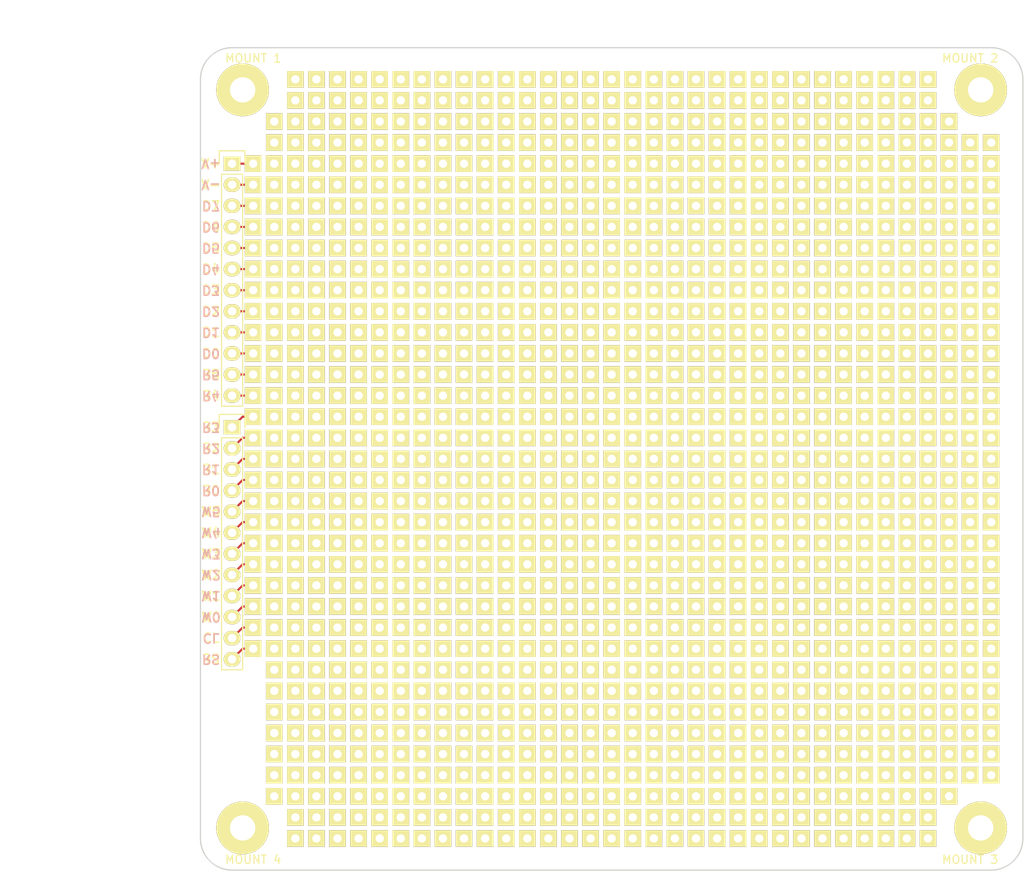
<source format=kicad_pcb>
(kicad_pcb (version 4) (host pcbnew 4.0.1-stable)
  (layers (0 F.Cu signal) (31 B.Cu signal) (34 B.Paste user) (35 F.Paste user) (36 B.SilkS user) (37 F.SilkS user) (38 B.Mask user) (39 F.Mask user) (44 Edge.Cuts user))
  (net 0 "")
  (net 1 VCC)
  (net 2 DATA7)
  (net 3 DATA6)
  (net 4 DATA5)
  (net 5 DATA4)
  (net 6 DATA3)
  (net 7 DATA2)
  (net 8 DATA1)
  (net 9 DATA0)
  (net 10 READ5)
  (net 11 READ4)
  (net 12 READ3)
  (net 13 READ2)
  (net 14 READ1)
  (net 15 READ0)
  (net 16 WRITE5)
  (net 17 WRITE4)
  (net 18 WRITE3)
  (net 19 WRITE2)
  (net 20 WRITE1)
  (net 21 WRITE0)
  (net 22 "Net-(H2-Pad11)")
  (net 23 "Net-(H2-Pad12)")
  (net 24 GND)
  (module Prototyping:1pin (layer F.Cu) (at 139.7 162.56)
    (fp_text reference 1311231 hide)
    (fp_text value "")
    (pad 1 thru_hole rect (at 0 0) (size 2 2) (drill 1) (layers *.Cu *.Mask F.SilkS))
  )
  (module Prototyping:1pin (layer F.Cu) (at 137.16 162.56)
    (fp_text reference 1311131 hide)
    (fp_text value "")
    (pad 1 thru_hole rect (at 0 0) (size 2 2) (drill 1) (layers *.Cu *.Mask F.SilkS))
  )
  (module Prototyping:1pin (layer F.Cu) (at 139.7 160.02)
    (fp_text reference 1311230 hide)
    (fp_text value "")
    (pad 1 thru_hole rect (at 0 0) (size 2 2) (drill 1) (layers *.Cu *.Mask F.SilkS))
  )
  (module Prototyping:1pin (layer F.Cu) (at 137.16 160.02)
    (fp_text reference 1311130 hide)
    (fp_text value "")
    (pad 1 thru_hole rect (at 0 0) (size 2 2) (drill 1) (layers *.Cu *.Mask F.SilkS))
  )
  (module Prototyping:1pin (layer F.Cu) (at 139.7 157.48)
    (fp_text reference 1311229 hide)
    (fp_text value "")
    (pad 1 thru_hole rect (at 0 0) (size 2 2) (drill 1) (layers *.Cu *.Mask F.SilkS))
  )
  (module Prototyping:1pin (layer F.Cu) (at 137.16 157.48)
    (fp_text reference 1311129 hide)
    (fp_text value "")
    (pad 1 thru_hole rect (at 0 0) (size 2 2) (drill 1) (layers *.Cu *.Mask F.SilkS))
  )
  (module Prototyping:1pin (layer F.Cu) (at 139.7 154.94)
    (fp_text reference 1311228 hide)
    (fp_text value "")
    (pad 1 thru_hole rect (at 0 0) (size 2 2) (drill 1) (layers *.Cu *.Mask F.SilkS))
  )
  (module Prototyping:1pin (layer F.Cu) (at 137.16 154.94)
    (fp_text reference 1311128 hide)
    (fp_text value "")
    (pad 1 thru_hole rect (at 0 0) (size 2 2) (drill 1) (layers *.Cu *.Mask F.SilkS))
  )
  (module Prototyping:1pin (layer F.Cu) (at 139.7 152.4)
    (fp_text reference 1311227 hide)
    (fp_text value "")
    (pad 1 thru_hole rect (at 0 0) (size 2 2) (drill 1) (layers *.Cu *.Mask F.SilkS))
  )
  (module Prototyping:1pin (layer F.Cu) (at 137.16 152.4)
    (fp_text reference 1311127 hide)
    (fp_text value "")
    (pad 1 thru_hole rect (at 0 0) (size 2 2) (drill 1) (layers *.Cu *.Mask F.SilkS))
  )
  (module Prototyping:1pin (layer F.Cu) (at 139.7 149.86)
    (fp_text reference 1311226 hide)
    (fp_text value "")
    (pad 1 thru_hole rect (at 0 0) (size 2 2) (drill 1) (layers *.Cu *.Mask F.SilkS))
  )
  (module Prototyping:1pin (layer F.Cu) (at 137.16 149.86)
    (fp_text reference 1311126 hide)
    (fp_text value "")
    (pad 1 thru_hole rect (at 0 0) (size 2 2) (drill 1) (layers *.Cu *.Mask F.SilkS))
  )
  (module Prototyping:1pin (layer F.Cu) (at 139.7 147.32)
    (fp_text reference 1311225 hide)
    (fp_text value "")
    (pad 1 thru_hole rect (at 0 0) (size 2 2) (drill 1) (layers *.Cu *.Mask F.SilkS))
  )
  (module Prototyping:1pin (layer F.Cu) (at 137.16 147.32)
    (fp_text reference 1311125 hide)
    (fp_text value "")
    (pad 1 thru_hole rect (at 0 0) (size 2 2) (drill 1) (layers *.Cu *.Mask F.SilkS))
  )
  (module Prototyping:1pin (layer F.Cu) (at 139.7 144.78)
    (fp_text reference 1311224 hide)
    (fp_text value "")
    (pad 1 thru_hole rect (at 0 0) (size 2 2) (drill 1) (layers *.Cu *.Mask F.SilkS))
  )
  (module Prototyping:1pin (layer F.Cu) (at 137.16 144.78)
    (fp_text reference 1311124 hide)
    (fp_text value "")
    (pad 1 thru_hole rect (at 0 0) (size 2 2) (drill 1) (layers *.Cu *.Mask F.SilkS))
  )
  (module Prototyping:1pin (layer F.Cu) (at 139.7 142.24)
    (fp_text reference 1311223 hide)
    (fp_text value "")
    (pad 1 thru_hole rect (at 0 0) (size 2 2) (drill 1) (layers *.Cu *.Mask F.SilkS))
  )
  (module Prototyping:1pin (layer F.Cu) (at 137.16 142.24)
    (fp_text reference 1311123 hide)
    (fp_text value "")
    (pad 1 thru_hole rect (at 0 0) (size 2 2) (drill 1) (layers *.Cu *.Mask F.SilkS))
  )
  (module Prototyping:1pin (layer F.Cu) (at 139.7 139.7)
    (fp_text reference 1311222 hide)
    (fp_text value "")
    (pad 1 thru_hole rect (at 0 0) (size 2 2) (drill 1) (layers *.Cu *.Mask F.SilkS))
  )
  (module Prototyping:1pin (layer F.Cu) (at 137.16 139.7)
    (fp_text reference 1311122 hide)
    (fp_text value "")
    (pad 1 thru_hole rect (at 0 0) (size 2 2) (drill 1) (layers *.Cu *.Mask F.SilkS))
  )
  (module Prototyping:1pin (layer F.Cu) (at 139.7 137.16)
    (fp_text reference 1311221 hide)
    (fp_text value "")
    (pad 1 thru_hole rect (at 0 0) (size 2 2) (drill 1) (layers *.Cu *.Mask F.SilkS))
  )
  (module Prototyping:1pin (layer F.Cu) (at 137.16 137.16)
    (fp_text reference 1311121 hide)
    (fp_text value "")
    (pad 1 thru_hole rect (at 0 0) (size 2 2) (drill 1) (layers *.Cu *.Mask F.SilkS))
  )
  (module Prototyping:1pin (layer F.Cu) (at 139.7 134.62)
    (fp_text reference 1311220 hide)
    (fp_text value "")
    (pad 1 thru_hole rect (at 0 0) (size 2 2) (drill 1) (layers *.Cu *.Mask F.SilkS))
  )
  (module Prototyping:1pin (layer F.Cu) (at 137.16 134.62)
    (fp_text reference 1311120 hide)
    (fp_text value "")
    (pad 1 thru_hole rect (at 0 0) (size 2 2) (drill 1) (layers *.Cu *.Mask F.SilkS))
  )
  (module Prototyping:1pin (layer F.Cu) (at 139.7 132.08)
    (fp_text reference 1311219 hide)
    (fp_text value "")
    (pad 1 thru_hole rect (at 0 0) (size 2 2) (drill 1) (layers *.Cu *.Mask F.SilkS))
  )
  (module Prototyping:1pin (layer F.Cu) (at 137.16 132.08)
    (fp_text reference 1311119 hide)
    (fp_text value "")
    (pad 1 thru_hole rect (at 0 0) (size 2 2) (drill 1) (layers *.Cu *.Mask F.SilkS))
  )
  (module Prototyping:1pin (layer F.Cu) (at 139.7 129.54)
    (fp_text reference 1311218 hide)
    (fp_text value "")
    (pad 1 thru_hole rect (at 0 0) (size 2 2) (drill 1) (layers *.Cu *.Mask F.SilkS))
  )
  (module Prototyping:1pin (layer F.Cu) (at 137.16 129.54)
    (fp_text reference 1311118 hide)
    (fp_text value "")
    (pad 1 thru_hole rect (at 0 0) (size 2 2) (drill 1) (layers *.Cu *.Mask F.SilkS))
  )
  (module Prototyping:1pin (layer F.Cu) (at 139.7 127)
    (fp_text reference 1311217 hide)
    (fp_text value "")
    (pad 1 thru_hole rect (at 0 0) (size 2 2) (drill 1) (layers *.Cu *.Mask F.SilkS))
  )
  (module Prototyping:1pin (layer F.Cu) (at 137.16 127)
    (fp_text reference 1311117 hide)
    (fp_text value "")
    (pad 1 thru_hole rect (at 0 0) (size 2 2) (drill 1) (layers *.Cu *.Mask F.SilkS))
  )
  (module Prototyping:1pin (layer F.Cu) (at 139.7 124.46)
    (fp_text reference 1311216 hide)
    (fp_text value "")
    (pad 1 thru_hole rect (at 0 0) (size 2 2) (drill 1) (layers *.Cu *.Mask F.SilkS))
  )
  (module Prototyping:1pin (layer F.Cu) (at 137.16 124.46)
    (fp_text reference 1311116 hide)
    (fp_text value "")
    (pad 1 thru_hole rect (at 0 0) (size 2 2) (drill 1) (layers *.Cu *.Mask F.SilkS))
  )
  (module Prototyping:1pin (layer F.Cu) (at 139.7 121.92)
    (fp_text reference 1311215 hide)
    (fp_text value "")
    (pad 1 thru_hole rect (at 0 0) (size 2 2) (drill 1) (layers *.Cu *.Mask F.SilkS))
  )
  (module Prototyping:1pin (layer F.Cu) (at 137.16 121.92)
    (fp_text reference 1311115 hide)
    (fp_text value "")
    (pad 1 thru_hole rect (at 0 0) (size 2 2) (drill 1) (layers *.Cu *.Mask F.SilkS))
  )
  (module Prototyping:1pin (layer F.Cu) (at 139.7 119.38)
    (fp_text reference 1311214 hide)
    (fp_text value "")
    (pad 1 thru_hole rect (at 0 0) (size 2 2) (drill 1) (layers *.Cu *.Mask F.SilkS))
  )
  (module Prototyping:1pin (layer F.Cu) (at 137.16 119.38)
    (fp_text reference 1311114 hide)
    (fp_text value "")
    (pad 1 thru_hole rect (at 0 0) (size 2 2) (drill 1) (layers *.Cu *.Mask F.SilkS))
  )
  (module Prototyping:1pin (layer F.Cu) (at 139.7 116.84)
    (fp_text reference 1311213 hide)
    (fp_text value "")
    (pad 1 thru_hole rect (at 0 0) (size 2 2) (drill 1) (layers *.Cu *.Mask F.SilkS))
  )
  (module Prototyping:1pin (layer F.Cu) (at 137.16 116.84)
    (fp_text reference 1311113 hide)
    (fp_text value "")
    (pad 1 thru_hole rect (at 0 0) (size 2 2) (drill 1) (layers *.Cu *.Mask F.SilkS))
  )
  (module Prototyping:1pin (layer F.Cu) (at 139.7 114.3)
    (fp_text reference 1311212 hide)
    (fp_text value "")
    (pad 1 thru_hole rect (at 0 0) (size 2 2) (drill 1) (layers *.Cu *.Mask F.SilkS))
  )
  (module Prototyping:1pin (layer F.Cu) (at 137.16 114.3)
    (fp_text reference 1311112 hide)
    (fp_text value "")
    (pad 1 thru_hole rect (at 0 0) (size 2 2) (drill 1) (layers *.Cu *.Mask F.SilkS))
  )
  (module Prototyping:1pin (layer F.Cu) (at 139.7 111.76)
    (fp_text reference 1311211 hide)
    (fp_text value "")
    (pad 1 thru_hole rect (at 0 0) (size 2 2) (drill 1) (layers *.Cu *.Mask F.SilkS))
  )
  (module Prototyping:1pin (layer F.Cu) (at 137.16 111.76)
    (fp_text reference 1311111 hide)
    (fp_text value "")
    (pad 1 thru_hole rect (at 0 0) (size 2 2) (drill 1) (layers *.Cu *.Mask F.SilkS))
  )
  (module Prototyping:1pin (layer F.Cu) (at 139.7 109.22)
    (fp_text reference 1311210 hide)
    (fp_text value "")
    (pad 1 thru_hole rect (at 0 0) (size 2 2) (drill 1) (layers *.Cu *.Mask F.SilkS))
  )
  (module Prototyping:1pin (layer F.Cu) (at 137.16 109.22)
    (fp_text reference 1311110 hide)
    (fp_text value "")
    (pad 1 thru_hole rect (at 0 0) (size 2 2) (drill 1) (layers *.Cu *.Mask F.SilkS))
  )
  (module Prototyping:1pin (layer F.Cu) (at 139.7 106.68)
    (fp_text reference 131129 hide)
    (fp_text value "")
    (pad 1 thru_hole rect (at 0 0) (size 2 2) (drill 1) (layers *.Cu *.Mask F.SilkS))
  )
  (module Prototyping:1pin (layer F.Cu) (at 137.16 106.68)
    (fp_text reference 131119 hide)
    (fp_text value "")
    (pad 1 thru_hole rect (at 0 0) (size 2 2) (drill 1) (layers *.Cu *.Mask F.SilkS))
  )
  (module Prototyping:1pin (layer F.Cu) (at 139.7 104.14)
    (fp_text reference 131128 hide)
    (fp_text value "")
    (pad 1 thru_hole rect (at 0 0) (size 2 2) (drill 1) (layers *.Cu *.Mask F.SilkS))
  )
  (module Prototyping:1pin (layer F.Cu) (at 137.16 104.14)
    (fp_text reference 131118 hide)
    (fp_text value "")
    (pad 1 thru_hole rect (at 0 0) (size 2 2) (drill 1) (layers *.Cu *.Mask F.SilkS))
  )
  (module Prototyping:1pin (layer F.Cu) (at 139.7 101.6)
    (fp_text reference 131127 hide)
    (fp_text value "")
    (pad 1 thru_hole rect (at 0 0) (size 2 2) (drill 1) (layers *.Cu *.Mask F.SilkS))
  )
  (module Prototyping:1pin (layer F.Cu) (at 137.16 101.6)
    (fp_text reference 131117 hide)
    (fp_text value "")
    (pad 1 thru_hole rect (at 0 0) (size 2 2) (drill 1) (layers *.Cu *.Mask F.SilkS))
  )
  (module Prototyping:1pin (layer F.Cu) (at 139.7 99.06)
    (fp_text reference 131126 hide)
    (fp_text value "")
    (pad 1 thru_hole rect (at 0 0) (size 2 2) (drill 1) (layers *.Cu *.Mask F.SilkS))
  )
  (module Prototyping:1pin (layer F.Cu) (at 137.16 99.06)
    (fp_text reference 131116 hide)
    (fp_text value "")
    (pad 1 thru_hole rect (at 0 0) (size 2 2) (drill 1) (layers *.Cu *.Mask F.SilkS))
  )
  (module Prototyping:1pin (layer F.Cu) (at 139.7 96.52)
    (fp_text reference 131125 hide)
    (fp_text value "")
    (pad 1 thru_hole rect (at 0 0) (size 2 2) (drill 1) (layers *.Cu *.Mask F.SilkS))
  )
  (module Prototyping:1pin (layer F.Cu) (at 137.16 96.52)
    (fp_text reference 131115 hide)
    (fp_text value "")
    (pad 1 thru_hole rect (at 0 0) (size 2 2) (drill 1) (layers *.Cu *.Mask F.SilkS))
  )
  (module Prototyping:1pin (layer F.Cu) (at 139.7 93.98)
    (fp_text reference 131124 hide)
    (fp_text value "")
    (pad 1 thru_hole rect (at 0 0) (size 2 2) (drill 1) (layers *.Cu *.Mask F.SilkS))
  )
  (module Prototyping:1pin (layer F.Cu) (at 137.16 93.98)
    (fp_text reference 131114 hide)
    (fp_text value "")
    (pad 1 thru_hole rect (at 0 0) (size 2 2) (drill 1) (layers *.Cu *.Mask F.SilkS))
  )
  (module Prototyping:1pin (layer F.Cu) (at 139.7 91.44)
    (fp_text reference 131123 hide)
    (fp_text value "")
    (pad 1 thru_hole rect (at 0 0) (size 2 2) (drill 1) (layers *.Cu *.Mask F.SilkS))
  )
  (module Prototyping:1pin (layer F.Cu) (at 137.16 91.44)
    (fp_text reference 131113 hide)
    (fp_text value "")
    (pad 1 thru_hole rect (at 0 0) (size 2 2) (drill 1) (layers *.Cu *.Mask F.SilkS))
  )
  (module Prototyping:1pin (layer F.Cu) (at 139.7 88.9)
    (fp_text reference 131122 hide)
    (fp_text value "")
    (pad 1 thru_hole rect (at 0 0) (size 2 2) (drill 1) (layers *.Cu *.Mask F.SilkS))
  )
  (module Prototyping:1pin (layer F.Cu) (at 137.16 88.9)
    (fp_text reference 131112 hide)
    (fp_text value "")
    (pad 1 thru_hole rect (at 0 0) (size 2 2) (drill 1) (layers *.Cu *.Mask F.SilkS))
  )
  (module Prototyping:1pin (layer F.Cu) (at 139.7 86.36)
    (fp_text reference 131121 hide)
    (fp_text value "")
    (pad 1 thru_hole rect (at 0 0) (size 2 2) (drill 1) (layers *.Cu *.Mask F.SilkS))
  )
  (module Prototyping:1pin (layer F.Cu) (at 137.16 86.36)
    (fp_text reference 131111 hide)
    (fp_text value "")
    (pad 1 thru_hole rect (at 0 0) (size 2 2) (drill 1) (layers *.Cu *.Mask F.SilkS))
  )
  (module Prototyping:1pin (layer F.Cu) (at 134.62 165.1)
    (fp_text reference 131133 hide)
    (fp_text value "")
    (pad 1 thru_hole rect (at 0 0) (size 2 2) (drill 1) (layers *.Cu *.Mask F.SilkS))
  )
  (module Prototyping:1pin (layer F.Cu) (at 134.62 162.56)
    (fp_text reference 131132 hide)
    (fp_text value "")
    (pad 1 thru_hole rect (at 0 0) (size 2 2) (drill 1) (layers *.Cu *.Mask F.SilkS))
  )
  (module Prototyping:1pin (layer F.Cu) (at 134.62 160.02)
    (fp_text reference 131131 hide)
    (fp_text value "")
    (pad 1 thru_hole rect (at 0 0) (size 2 2) (drill 1) (layers *.Cu *.Mask F.SilkS))
  )
  (module Prototyping:1pin (layer F.Cu) (at 134.62 157.48)
    (fp_text reference 131130 hide)
    (fp_text value "")
    (pad 1 thru_hole rect (at 0 0) (size 2 2) (drill 1) (layers *.Cu *.Mask F.SilkS))
  )
  (module Prototyping:1pin (layer F.Cu) (at 134.62 154.94)
    (fp_text reference 131129 hide)
    (fp_text value "")
    (pad 1 thru_hole rect (at 0 0) (size 2 2) (drill 1) (layers *.Cu *.Mask F.SilkS))
  )
  (module Prototyping:1pin (layer F.Cu) (at 134.62 152.4)
    (fp_text reference 131128 hide)
    (fp_text value "")
    (pad 1 thru_hole rect (at 0 0) (size 2 2) (drill 1) (layers *.Cu *.Mask F.SilkS))
  )
  (module Prototyping:1pin (layer F.Cu) (at 134.62 149.86)
    (fp_text reference 131127 hide)
    (fp_text value "")
    (pad 1 thru_hole rect (at 0 0) (size 2 2) (drill 1) (layers *.Cu *.Mask F.SilkS))
  )
  (module Prototyping:1pin (layer F.Cu) (at 134.62 147.32)
    (fp_text reference 131126 hide)
    (fp_text value "")
    (pad 1 thru_hole rect (at 0 0) (size 2 2) (drill 1) (layers *.Cu *.Mask F.SilkS))
  )
  (module Prototyping:1pin (layer F.Cu) (at 134.62 144.78)
    (fp_text reference 131125 hide)
    (fp_text value "")
    (pad 1 thru_hole rect (at 0 0) (size 2 2) (drill 1) (layers *.Cu *.Mask F.SilkS))
  )
  (module Prototyping:1pin (layer F.Cu) (at 134.62 142.24)
    (fp_text reference 131124 hide)
    (fp_text value "")
    (pad 1 thru_hole rect (at 0 0) (size 2 2) (drill 1) (layers *.Cu *.Mask F.SilkS))
  )
  (module Prototyping:1pin (layer F.Cu) (at 134.62 139.7)
    (fp_text reference 131123 hide)
    (fp_text value "")
    (pad 1 thru_hole rect (at 0 0) (size 2 2) (drill 1) (layers *.Cu *.Mask F.SilkS))
  )
  (module Prototyping:1pin (layer F.Cu) (at 134.62 137.16)
    (fp_text reference 131122 hide)
    (fp_text value "")
    (pad 1 thru_hole rect (at 0 0) (size 2 2) (drill 1) (layers *.Cu *.Mask F.SilkS))
  )
  (module Prototyping:1pin (layer F.Cu) (at 134.62 134.62)
    (fp_text reference 131121 hide)
    (fp_text value "")
    (pad 1 thru_hole rect (at 0 0) (size 2 2) (drill 1) (layers *.Cu *.Mask F.SilkS))
  )
  (module Prototyping:1pin (layer F.Cu) (at 134.62 132.08)
    (fp_text reference 131120 hide)
    (fp_text value "")
    (pad 1 thru_hole rect (at 0 0) (size 2 2) (drill 1) (layers *.Cu *.Mask F.SilkS))
  )
  (module Prototyping:1pin (layer F.Cu) (at 134.62 129.54)
    (fp_text reference 131119 hide)
    (fp_text value "")
    (pad 1 thru_hole rect (at 0 0) (size 2 2) (drill 1) (layers *.Cu *.Mask F.SilkS))
  )
  (module Prototyping:1pin (layer F.Cu) (at 134.62 127)
    (fp_text reference 131118 hide)
    (fp_text value "")
    (pad 1 thru_hole rect (at 0 0) (size 2 2) (drill 1) (layers *.Cu *.Mask F.SilkS))
  )
  (module Prototyping:1pin (layer F.Cu) (at 134.62 124.46)
    (fp_text reference 131117 hide)
    (fp_text value "")
    (pad 1 thru_hole rect (at 0 0) (size 2 2) (drill 1) (layers *.Cu *.Mask F.SilkS))
  )
  (module Prototyping:1pin (layer F.Cu) (at 134.62 121.92)
    (fp_text reference 131116 hide)
    (fp_text value "")
    (pad 1 thru_hole rect (at 0 0) (size 2 2) (drill 1) (layers *.Cu *.Mask F.SilkS))
  )
  (module Prototyping:1pin (layer F.Cu) (at 134.62 119.38)
    (fp_text reference 131115 hide)
    (fp_text value "")
    (pad 1 thru_hole rect (at 0 0) (size 2 2) (drill 1) (layers *.Cu *.Mask F.SilkS))
  )
  (module Prototyping:1pin (layer F.Cu) (at 134.62 116.84)
    (fp_text reference 131114 hide)
    (fp_text value "")
    (pad 1 thru_hole rect (at 0 0) (size 2 2) (drill 1) (layers *.Cu *.Mask F.SilkS))
  )
  (module Prototyping:1pin (layer F.Cu) (at 134.62 114.3)
    (fp_text reference 131113 hide)
    (fp_text value "")
    (pad 1 thru_hole rect (at 0 0) (size 2 2) (drill 1) (layers *.Cu *.Mask F.SilkS))
  )
  (module Prototyping:1pin (layer F.Cu) (at 134.62 111.76)
    (fp_text reference 131112 hide)
    (fp_text value "")
    (pad 1 thru_hole rect (at 0 0) (size 2 2) (drill 1) (layers *.Cu *.Mask F.SilkS))
  )
  (module Prototyping:1pin (layer F.Cu) (at 134.62 109.22)
    (fp_text reference 131111 hide)
    (fp_text value "")
    (pad 1 thru_hole rect (at 0 0) (size 2 2) (drill 1) (layers *.Cu *.Mask F.SilkS))
  )
  (module Prototyping:1pin (layer F.Cu) (at 134.62 106.68)
    (fp_text reference 131110 hide)
    (fp_text value "")
    (pad 1 thru_hole rect (at 0 0) (size 2 2) (drill 1) (layers *.Cu *.Mask F.SilkS))
  )
  (module Prototyping:1pin (layer F.Cu) (at 134.62 104.14)
    (fp_text reference 13119 hide)
    (fp_text value "")
    (pad 1 thru_hole rect (at 0 0) (size 2 2) (drill 1) (layers *.Cu *.Mask F.SilkS))
  )
  (module Prototyping:1pin (layer F.Cu) (at 134.62 101.6)
    (fp_text reference 13118 hide)
    (fp_text value "")
    (pad 1 thru_hole rect (at 0 0) (size 2 2) (drill 1) (layers *.Cu *.Mask F.SilkS))
  )
  (module Prototyping:1pin (layer F.Cu) (at 134.62 99.06)
    (fp_text reference 13117 hide)
    (fp_text value "")
    (pad 1 thru_hole rect (at 0 0) (size 2 2) (drill 1) (layers *.Cu *.Mask F.SilkS))
  )
  (module Prototyping:1pin (layer F.Cu) (at 134.62 96.52)
    (fp_text reference 13116 hide)
    (fp_text value "")
    (pad 1 thru_hole rect (at 0 0) (size 2 2) (drill 1) (layers *.Cu *.Mask F.SilkS))
  )
  (module Prototyping:1pin (layer F.Cu) (at 134.62 93.98)
    (fp_text reference 13115 hide)
    (fp_text value "")
    (pad 1 thru_hole rect (at 0 0) (size 2 2) (drill 1) (layers *.Cu *.Mask F.SilkS))
  )
  (module Prototyping:1pin (layer F.Cu) (at 134.62 91.44)
    (fp_text reference 13114 hide)
    (fp_text value "")
    (pad 1 thru_hole rect (at 0 0) (size 2 2) (drill 1) (layers *.Cu *.Mask F.SilkS))
  )
  (module Prototyping:1pin (layer F.Cu) (at 134.62 88.9)
    (fp_text reference 13113 hide)
    (fp_text value "")
    (pad 1 thru_hole rect (at 0 0) (size 2 2) (drill 1) (layers *.Cu *.Mask F.SilkS))
  )
  (module Prototyping:1pin (layer F.Cu) (at 134.62 86.36)
    (fp_text reference 13112 hide)
    (fp_text value "")
    (pad 1 thru_hole rect (at 0 0) (size 2 2) (drill 1) (layers *.Cu *.Mask F.SilkS))
  )
  (module Prototyping:1pin (layer F.Cu) (at 134.62 83.82)
    (fp_text reference 13111 hide)
    (fp_text value "")
    (pad 1 thru_hole rect (at 0 0) (size 2 2) (drill 1) (layers *.Cu *.Mask F.SilkS))
  )
  (module Prototyping:1pin (layer F.Cu) (at 53.34 165.1)
    (fp_text reference 11133 hide)
    (fp_text value "")
    (pad 1 thru_hole rect (at 0 0) (size 2 2) (drill 1) (layers *.Cu *.Mask F.SilkS))
  )
  (module Prototyping:1pin (layer F.Cu) (at 53.34 162.56)
    (fp_text reference 11132 hide)
    (fp_text value "")
    (pad 1 thru_hole rect (at 0 0) (size 2 2) (drill 1) (layers *.Cu *.Mask F.SilkS))
  )
  (module Prototyping:1pin (layer F.Cu) (at 53.34 160.02)
    (fp_text reference 11131 hide)
    (fp_text value "")
    (pad 1 thru_hole rect (at 0 0) (size 2 2) (drill 1) (layers *.Cu *.Mask F.SilkS))
  )
  (module Prototyping:1pin (layer F.Cu) (at 53.34 157.48)
    (fp_text reference 11130 hide)
    (fp_text value "")
    (pad 1 thru_hole rect (at 0 0) (size 2 2) (drill 1) (layers *.Cu *.Mask F.SilkS))
  )
  (module Prototyping:1pin (layer F.Cu) (at 53.34 154.94)
    (fp_text reference 11129 hide)
    (fp_text value "")
    (pad 1 thru_hole rect (at 0 0) (size 2 2) (drill 1) (layers *.Cu *.Mask F.SilkS))
  )
  (module Prototyping:1pin (layer F.Cu) (at 53.34 152.4)
    (fp_text reference 11128 hide)
    (fp_text value "")
    (pad 1 thru_hole rect (at 0 0) (size 2 2) (drill 1) (layers *.Cu *.Mask F.SilkS))
  )
  (module Prototyping:1pin (layer F.Cu) (at 53.34 149.86)
    (fp_text reference 11127 hide)
    (fp_text value "")
    (pad 1 thru_hole rect (at 0 0) (size 2 2) (drill 1) (layers *.Cu *.Mask F.SilkS))
  )
  (module Prototyping:1pin (layer F.Cu) (at 53.34 147.32)
    (fp_text reference 11126 hide)
    (fp_text value "")
    (pad 1 thru_hole rect (at 0 0) (size 2 2) (drill 1) (layers *.Cu *.Mask F.SilkS))
  )
  (module Prototyping:1pin (layer F.Cu) (at 53.34 144.78)
    (fp_text reference 11125 hide)
    (fp_text value "")
    (pad 1 thru_hole rect (at 0 0) (size 2 2) (drill 1) (layers *.Cu *.Mask F.SilkS))
  )
  (module Prototyping:1pin (layer F.Cu) (at 53.34 142.24)
    (fp_text reference 11124 hide)
    (fp_text value "")
    (pad 1 thru_hole rect (at 0 0) (size 2 2) (drill 1) (layers *.Cu *.Mask F.SilkS))
  )
  (module Prototyping:1pin (layer F.Cu) (at 53.34 139.7)
    (fp_text reference 11123 hide)
    (fp_text value "")
    (pad 1 thru_hole rect (at 0 0) (size 2 2) (drill 1) (layers *.Cu *.Mask F.SilkS))
  )
  (module Prototyping:1pin (layer F.Cu) (at 53.34 137.16)
    (fp_text reference 11122 hide)
    (fp_text value "")
    (pad 1 thru_hole rect (at 0 0) (size 2 2) (drill 1) (layers *.Cu *.Mask F.SilkS))
  )
  (module Prototyping:1pin (layer F.Cu) (at 53.34 134.62)
    (fp_text reference 11121 hide)
    (fp_text value "")
    (pad 1 thru_hole rect (at 0 0) (size 2 2) (drill 1) (layers *.Cu *.Mask F.SilkS))
  )
  (module Prototyping:1pin (layer F.Cu) (at 53.34 132.08)
    (fp_text reference 11120 hide)
    (fp_text value "")
    (pad 1 thru_hole rect (at 0 0) (size 2 2) (drill 1) (layers *.Cu *.Mask F.SilkS))
  )
  (module Prototyping:1pin (layer F.Cu) (at 53.34 129.54)
    (fp_text reference 11119 hide)
    (fp_text value "")
    (pad 1 thru_hole rect (at 0 0) (size 2 2) (drill 1) (layers *.Cu *.Mask F.SilkS))
  )
  (module Prototyping:1pin (layer F.Cu) (at 53.34 127)
    (fp_text reference 11118 hide)
    (fp_text value "")
    (pad 1 thru_hole rect (at 0 0) (size 2 2) (drill 1) (layers *.Cu *.Mask F.SilkS))
  )
  (module Prototyping:1pin (layer F.Cu) (at 53.34 124.46)
    (fp_text reference 11117 hide)
    (fp_text value "")
    (pad 1 thru_hole rect (at 0 0) (size 2 2) (drill 1) (layers *.Cu *.Mask F.SilkS))
  )
  (module Prototyping:1pin (layer F.Cu) (at 53.34 121.92)
    (fp_text reference 11116 hide)
    (fp_text value "")
    (pad 1 thru_hole rect (at 0 0) (size 2 2) (drill 1) (layers *.Cu *.Mask F.SilkS))
  )
  (module Prototyping:1pin (layer F.Cu) (at 53.34 119.38)
    (fp_text reference 11115 hide)
    (fp_text value "")
    (pad 1 thru_hole rect (at 0 0) (size 2 2) (drill 1) (layers *.Cu *.Mask F.SilkS))
  )
  (module Prototyping:1pin (layer F.Cu) (at 53.34 116.84)
    (fp_text reference 11114 hide)
    (fp_text value "")
    (pad 1 thru_hole rect (at 0 0) (size 2 2) (drill 1) (layers *.Cu *.Mask F.SilkS))
  )
  (module Prototyping:1pin (layer F.Cu) (at 53.34 114.3)
    (fp_text reference 11113 hide)
    (fp_text value "")
    (pad 1 thru_hole rect (at 0 0) (size 2 2) (drill 1) (layers *.Cu *.Mask F.SilkS))
  )
  (module Prototyping:1pin (layer F.Cu) (at 53.34 111.76)
    (fp_text reference 11112 hide)
    (fp_text value "")
    (pad 1 thru_hole rect (at 0 0) (size 2 2) (drill 1) (layers *.Cu *.Mask F.SilkS))
  )
  (module Prototyping:1pin (layer F.Cu) (at 53.34 109.22)
    (fp_text reference 11111 hide)
    (fp_text value "")
    (pad 1 thru_hole rect (at 0 0) (size 2 2) (drill 1) (layers *.Cu *.Mask F.SilkS))
  )
  (module Prototyping:1pin (layer F.Cu) (at 53.34 106.68)
    (fp_text reference 11110 hide)
    (fp_text value "")
    (pad 1 thru_hole rect (at 0 0) (size 2 2) (drill 1) (layers *.Cu *.Mask F.SilkS))
  )
  (module Prototyping:1pin (layer F.Cu) (at 53.34 104.14)
    (fp_text reference 1119 hide)
    (fp_text value "")
    (pad 1 thru_hole rect (at 0 0) (size 2 2) (drill 1) (layers *.Cu *.Mask F.SilkS))
  )
  (module Prototyping:1pin (layer F.Cu) (at 53.34 101.6)
    (fp_text reference 1118 hide)
    (fp_text value "")
    (pad 1 thru_hole rect (at 0 0) (size 2 2) (drill 1) (layers *.Cu *.Mask F.SilkS))
  )
  (module Prototyping:1pin (layer F.Cu) (at 53.34 99.06)
    (fp_text reference 1117 hide)
    (fp_text value "")
    (pad 1 thru_hole rect (at 0 0) (size 2 2) (drill 1) (layers *.Cu *.Mask F.SilkS))
  )
  (module Prototyping:1pin (layer F.Cu) (at 53.34 96.52)
    (fp_text reference 1116 hide)
    (fp_text value "")
    (pad 1 thru_hole rect (at 0 0) (size 2 2) (drill 1) (layers *.Cu *.Mask F.SilkS))
  )
  (module Prototyping:1pin (layer F.Cu) (at 53.34 93.98)
    (fp_text reference 1115 hide)
    (fp_text value "")
    (pad 1 thru_hole rect (at 0 0) (size 2 2) (drill 1) (layers *.Cu *.Mask F.SilkS))
  )
  (module Prototyping:1pin (layer F.Cu) (at 53.34 91.44)
    (fp_text reference 1114 hide)
    (fp_text value "")
    (pad 1 thru_hole rect (at 0 0) (size 2 2) (drill 1) (layers *.Cu *.Mask F.SilkS))
  )
  (module Prototyping:1pin (layer F.Cu) (at 53.34 88.9)
    (fp_text reference 1113 hide)
    (fp_text value "")
    (pad 1 thru_hole rect (at 0 0) (size 2 2) (drill 1) (layers *.Cu *.Mask F.SilkS))
  )
  (module Prototyping:1pin (layer F.Cu) (at 53.34 86.36)
    (fp_text reference 1112 hide)
    (fp_text value "")
    (pad 1 thru_hole rect (at 0 0) (size 2 2) (drill 1) (layers *.Cu *.Mask F.SilkS))
  )
  (module Prototyping:1pin (layer F.Cu) (at 53.34 83.82)
    (fp_text reference 1111 hide)
    (fp_text value "")
    (pad 1 thru_hole rect (at 0 0) (size 2 2) (drill 1) (layers *.Cu *.Mask F.SilkS))
  )
  (module Prototyping:1pin (layer F.Cu) (at 132.08 170.18)
    (fp_text reference 13137 hide)
    (fp_text value "")
    (pad 1 thru_hole rect (at 0 0) (size 2 2) (drill 1) (layers *.Cu *.Mask F.SilkS))
  )
  (module Prototyping:1pin (layer F.Cu) (at 129.54 170.18)
    (fp_text reference 13037 hide)
    (fp_text value "")
    (pad 1 thru_hole rect (at 0 0) (size 2 2) (drill 1) (layers *.Cu *.Mask F.SilkS))
  )
  (module Prototyping:1pin (layer F.Cu) (at 127 170.18)
    (fp_text reference 12937 hide)
    (fp_text value "")
    (pad 1 thru_hole rect (at 0 0) (size 2 2) (drill 1) (layers *.Cu *.Mask F.SilkS))
  )
  (module Prototyping:1pin (layer F.Cu) (at 124.46 170.18)
    (fp_text reference 12837 hide)
    (fp_text value "")
    (pad 1 thru_hole rect (at 0 0) (size 2 2) (drill 1) (layers *.Cu *.Mask F.SilkS))
  )
  (module Prototyping:1pin (layer F.Cu) (at 121.92 170.18)
    (fp_text reference 12737 hide)
    (fp_text value "")
    (pad 1 thru_hole rect (at 0 0) (size 2 2) (drill 1) (layers *.Cu *.Mask F.SilkS))
  )
  (module Prototyping:1pin (layer F.Cu) (at 119.38 170.18)
    (fp_text reference 12637 hide)
    (fp_text value "")
    (pad 1 thru_hole rect (at 0 0) (size 2 2) (drill 1) (layers *.Cu *.Mask F.SilkS))
  )
  (module Prototyping:1pin (layer F.Cu) (at 116.84 170.18)
    (fp_text reference 12537 hide)
    (fp_text value "")
    (pad 1 thru_hole rect (at 0 0) (size 2 2) (drill 1) (layers *.Cu *.Mask F.SilkS))
  )
  (module Prototyping:1pin (layer F.Cu) (at 114.3 170.18)
    (fp_text reference 12437 hide)
    (fp_text value "")
    (pad 1 thru_hole rect (at 0 0) (size 2 2) (drill 1) (layers *.Cu *.Mask F.SilkS))
  )
  (module Prototyping:1pin (layer F.Cu) (at 111.76 170.18)
    (fp_text reference 12337 hide)
    (fp_text value "")
    (pad 1 thru_hole rect (at 0 0) (size 2 2) (drill 1) (layers *.Cu *.Mask F.SilkS))
  )
  (module Prototyping:1pin (layer F.Cu) (at 109.22 170.18)
    (fp_text reference 12237 hide)
    (fp_text value "")
    (pad 1 thru_hole rect (at 0 0) (size 2 2) (drill 1) (layers *.Cu *.Mask F.SilkS))
  )
  (module Prototyping:1pin (layer F.Cu) (at 106.68 170.18)
    (fp_text reference 12137 hide)
    (fp_text value "")
    (pad 1 thru_hole rect (at 0 0) (size 2 2) (drill 1) (layers *.Cu *.Mask F.SilkS))
  )
  (module Prototyping:1pin (layer F.Cu) (at 104.14 170.18)
    (fp_text reference 12037 hide)
    (fp_text value "")
    (pad 1 thru_hole rect (at 0 0) (size 2 2) (drill 1) (layers *.Cu *.Mask F.SilkS))
  )
  (module Prototyping:1pin (layer F.Cu) (at 101.6 170.18)
    (fp_text reference 11937 hide)
    (fp_text value "")
    (pad 1 thru_hole rect (at 0 0) (size 2 2) (drill 1) (layers *.Cu *.Mask F.SilkS))
  )
  (module Prototyping:1pin (layer F.Cu) (at 99.06 170.18)
    (fp_text reference 11837 hide)
    (fp_text value "")
    (pad 1 thru_hole rect (at 0 0) (size 2 2) (drill 1) (layers *.Cu *.Mask F.SilkS))
  )
  (module Prototyping:1pin (layer F.Cu) (at 96.52 170.18)
    (fp_text reference 11737 hide)
    (fp_text value "")
    (pad 1 thru_hole rect (at 0 0) (size 2 2) (drill 1) (layers *.Cu *.Mask F.SilkS))
  )
  (module Prototyping:1pin (layer F.Cu) (at 93.98 170.18)
    (fp_text reference 11637 hide)
    (fp_text value "")
    (pad 1 thru_hole rect (at 0 0) (size 2 2) (drill 1) (layers *.Cu *.Mask F.SilkS))
  )
  (module Prototyping:1pin (layer F.Cu) (at 91.44 170.18)
    (fp_text reference 11537 hide)
    (fp_text value "")
    (pad 1 thru_hole rect (at 0 0) (size 2 2) (drill 1) (layers *.Cu *.Mask F.SilkS))
  )
  (module Prototyping:1pin (layer F.Cu) (at 88.9 170.18)
    (fp_text reference 11437 hide)
    (fp_text value "")
    (pad 1 thru_hole rect (at 0 0) (size 2 2) (drill 1) (layers *.Cu *.Mask F.SilkS))
  )
  (module Prototyping:1pin (layer F.Cu) (at 86.36 170.18)
    (fp_text reference 11337 hide)
    (fp_text value "")
    (pad 1 thru_hole rect (at 0 0) (size 2 2) (drill 1) (layers *.Cu *.Mask F.SilkS))
  )
  (module Prototyping:1pin (layer F.Cu) (at 83.82 170.18)
    (fp_text reference 11237 hide)
    (fp_text value "")
    (pad 1 thru_hole rect (at 0 0) (size 2 2) (drill 1) (layers *.Cu *.Mask F.SilkS))
  )
  (module Prototyping:1pin (layer F.Cu) (at 81.28 170.18)
    (fp_text reference 11137 hide)
    (fp_text value "")
    (pad 1 thru_hole rect (at 0 0) (size 2 2) (drill 1) (layers *.Cu *.Mask F.SilkS))
  )
  (module Prototyping:1pin (layer F.Cu) (at 78.74 170.18)
    (fp_text reference 11037 hide)
    (fp_text value "")
    (pad 1 thru_hole rect (at 0 0) (size 2 2) (drill 1) (layers *.Cu *.Mask F.SilkS))
  )
  (module Prototyping:1pin (layer F.Cu) (at 76.2 170.18)
    (fp_text reference 1937 hide)
    (fp_text value "")
    (pad 1 thru_hole rect (at 0 0) (size 2 2) (drill 1) (layers *.Cu *.Mask F.SilkS))
  )
  (module Prototyping:1pin (layer F.Cu) (at 73.66 170.18)
    (fp_text reference 1837 hide)
    (fp_text value "")
    (pad 1 thru_hole rect (at 0 0) (size 2 2) (drill 1) (layers *.Cu *.Mask F.SilkS))
  )
  (module Prototyping:1pin (layer F.Cu) (at 71.12 170.18)
    (fp_text reference 1737 hide)
    (fp_text value "")
    (pad 1 thru_hole rect (at 0 0) (size 2 2) (drill 1) (layers *.Cu *.Mask F.SilkS))
  )
  (module Prototyping:1pin (layer F.Cu) (at 68.58 170.18)
    (fp_text reference 1637 hide)
    (fp_text value "")
    (pad 1 thru_hole rect (at 0 0) (size 2 2) (drill 1) (layers *.Cu *.Mask F.SilkS))
  )
  (module Prototyping:1pin (layer F.Cu) (at 66.04 170.18)
    (fp_text reference 1537 hide)
    (fp_text value "")
    (pad 1 thru_hole rect (at 0 0) (size 2 2) (drill 1) (layers *.Cu *.Mask F.SilkS))
  )
  (module Prototyping:1pin (layer F.Cu) (at 63.5 170.18)
    (fp_text reference 1437 hide)
    (fp_text value "")
    (pad 1 thru_hole rect (at 0 0) (size 2 2) (drill 1) (layers *.Cu *.Mask F.SilkS))
  )
  (module Prototyping:1pin (layer F.Cu) (at 60.96 170.18)
    (fp_text reference 1337 hide)
    (fp_text value "")
    (pad 1 thru_hole rect (at 0 0) (size 2 2) (drill 1) (layers *.Cu *.Mask F.SilkS))
  )
  (module Prototyping:1pin (layer F.Cu) (at 58.42 170.18)
    (fp_text reference 1237 hide)
    (fp_text value "")
    (pad 1 thru_hole rect (at 0 0) (size 2 2) (drill 1) (layers *.Cu *.Mask F.SilkS))
  )
  (module Prototyping:1pin (layer F.Cu) (at 55.88 170.18)
    (fp_text reference 1137 hide)
    (fp_text value "")
    (pad 1 thru_hole rect (at 0 0) (size 2 2) (drill 1) (layers *.Cu *.Mask F.SilkS))
  )
  (module Prototyping:1pin (layer F.Cu) (at 132.08 167.64)
    (fp_text reference 13136 hide)
    (fp_text value "")
    (pad 1 thru_hole rect (at 0 0) (size 2 2) (drill 1) (layers *.Cu *.Mask F.SilkS))
  )
  (module Prototyping:1pin (layer F.Cu) (at 129.54 167.64)
    (fp_text reference 13036 hide)
    (fp_text value "")
    (pad 1 thru_hole rect (at 0 0) (size 2 2) (drill 1) (layers *.Cu *.Mask F.SilkS))
  )
  (module Prototyping:1pin (layer F.Cu) (at 127 167.64)
    (fp_text reference 12936 hide)
    (fp_text value "")
    (pad 1 thru_hole rect (at 0 0) (size 2 2) (drill 1) (layers *.Cu *.Mask F.SilkS))
  )
  (module Prototyping:1pin (layer F.Cu) (at 124.46 167.64)
    (fp_text reference 12836 hide)
    (fp_text value "")
    (pad 1 thru_hole rect (at 0 0) (size 2 2) (drill 1) (layers *.Cu *.Mask F.SilkS))
  )
  (module Prototyping:1pin (layer F.Cu) (at 121.92 167.64)
    (fp_text reference 12736 hide)
    (fp_text value "")
    (pad 1 thru_hole rect (at 0 0) (size 2 2) (drill 1) (layers *.Cu *.Mask F.SilkS))
  )
  (module Prototyping:1pin (layer F.Cu) (at 119.38 167.64)
    (fp_text reference 12636 hide)
    (fp_text value "")
    (pad 1 thru_hole rect (at 0 0) (size 2 2) (drill 1) (layers *.Cu *.Mask F.SilkS))
  )
  (module Prototyping:1pin (layer F.Cu) (at 116.84 167.64)
    (fp_text reference 12536 hide)
    (fp_text value "")
    (pad 1 thru_hole rect (at 0 0) (size 2 2) (drill 1) (layers *.Cu *.Mask F.SilkS))
  )
  (module Prototyping:1pin (layer F.Cu) (at 114.3 167.64)
    (fp_text reference 12436 hide)
    (fp_text value "")
    (pad 1 thru_hole rect (at 0 0) (size 2 2) (drill 1) (layers *.Cu *.Mask F.SilkS))
  )
  (module Prototyping:1pin (layer F.Cu) (at 111.76 167.64)
    (fp_text reference 12336 hide)
    (fp_text value "")
    (pad 1 thru_hole rect (at 0 0) (size 2 2) (drill 1) (layers *.Cu *.Mask F.SilkS))
  )
  (module Prototyping:1pin (layer F.Cu) (at 109.22 167.64)
    (fp_text reference 12236 hide)
    (fp_text value "")
    (pad 1 thru_hole rect (at 0 0) (size 2 2) (drill 1) (layers *.Cu *.Mask F.SilkS))
  )
  (module Prototyping:1pin (layer F.Cu) (at 106.68 167.64)
    (fp_text reference 12136 hide)
    (fp_text value "")
    (pad 1 thru_hole rect (at 0 0) (size 2 2) (drill 1) (layers *.Cu *.Mask F.SilkS))
  )
  (module Prototyping:1pin (layer F.Cu) (at 104.14 167.64)
    (fp_text reference 12036 hide)
    (fp_text value "")
    (pad 1 thru_hole rect (at 0 0) (size 2 2) (drill 1) (layers *.Cu *.Mask F.SilkS))
  )
  (module Prototyping:1pin (layer F.Cu) (at 101.6 167.64)
    (fp_text reference 11936 hide)
    (fp_text value "")
    (pad 1 thru_hole rect (at 0 0) (size 2 2) (drill 1) (layers *.Cu *.Mask F.SilkS))
  )
  (module Prototyping:1pin (layer F.Cu) (at 99.06 167.64)
    (fp_text reference 11836 hide)
    (fp_text value "")
    (pad 1 thru_hole rect (at 0 0) (size 2 2) (drill 1) (layers *.Cu *.Mask F.SilkS))
  )
  (module Prototyping:1pin (layer F.Cu) (at 96.52 167.64)
    (fp_text reference 11736 hide)
    (fp_text value "")
    (pad 1 thru_hole rect (at 0 0) (size 2 2) (drill 1) (layers *.Cu *.Mask F.SilkS))
  )
  (module Prototyping:1pin (layer F.Cu) (at 93.98 167.64)
    (fp_text reference 11636 hide)
    (fp_text value "")
    (pad 1 thru_hole rect (at 0 0) (size 2 2) (drill 1) (layers *.Cu *.Mask F.SilkS))
  )
  (module Prototyping:1pin (layer F.Cu) (at 91.44 167.64)
    (fp_text reference 11536 hide)
    (fp_text value "")
    (pad 1 thru_hole rect (at 0 0) (size 2 2) (drill 1) (layers *.Cu *.Mask F.SilkS))
  )
  (module Prototyping:1pin (layer F.Cu) (at 88.9 167.64)
    (fp_text reference 11436 hide)
    (fp_text value "")
    (pad 1 thru_hole rect (at 0 0) (size 2 2) (drill 1) (layers *.Cu *.Mask F.SilkS))
  )
  (module Prototyping:1pin (layer F.Cu) (at 86.36 167.64)
    (fp_text reference 11336 hide)
    (fp_text value "")
    (pad 1 thru_hole rect (at 0 0) (size 2 2) (drill 1) (layers *.Cu *.Mask F.SilkS))
  )
  (module Prototyping:1pin (layer F.Cu) (at 83.82 167.64)
    (fp_text reference 11236 hide)
    (fp_text value "")
    (pad 1 thru_hole rect (at 0 0) (size 2 2) (drill 1) (layers *.Cu *.Mask F.SilkS))
  )
  (module Prototyping:1pin (layer F.Cu) (at 81.28 167.64)
    (fp_text reference 11136 hide)
    (fp_text value "")
    (pad 1 thru_hole rect (at 0 0) (size 2 2) (drill 1) (layers *.Cu *.Mask F.SilkS))
  )
  (module Prototyping:1pin (layer F.Cu) (at 78.74 167.64)
    (fp_text reference 11036 hide)
    (fp_text value "")
    (pad 1 thru_hole rect (at 0 0) (size 2 2) (drill 1) (layers *.Cu *.Mask F.SilkS))
  )
  (module Prototyping:1pin (layer F.Cu) (at 76.2 167.64)
    (fp_text reference 1936 hide)
    (fp_text value "")
    (pad 1 thru_hole rect (at 0 0) (size 2 2) (drill 1) (layers *.Cu *.Mask F.SilkS))
  )
  (module Prototyping:1pin (layer F.Cu) (at 73.66 167.64)
    (fp_text reference 1836 hide)
    (fp_text value "")
    (pad 1 thru_hole rect (at 0 0) (size 2 2) (drill 1) (layers *.Cu *.Mask F.SilkS))
  )
  (module Prototyping:1pin (layer F.Cu) (at 71.12 167.64)
    (fp_text reference 1736 hide)
    (fp_text value "")
    (pad 1 thru_hole rect (at 0 0) (size 2 2) (drill 1) (layers *.Cu *.Mask F.SilkS))
  )
  (module Prototyping:1pin (layer F.Cu) (at 68.58 167.64)
    (fp_text reference 1636 hide)
    (fp_text value "")
    (pad 1 thru_hole rect (at 0 0) (size 2 2) (drill 1) (layers *.Cu *.Mask F.SilkS))
  )
  (module Prototyping:1pin (layer F.Cu) (at 66.04 167.64)
    (fp_text reference 1536 hide)
    (fp_text value "")
    (pad 1 thru_hole rect (at 0 0) (size 2 2) (drill 1) (layers *.Cu *.Mask F.SilkS))
  )
  (module Prototyping:1pin (layer F.Cu) (at 63.5 167.64)
    (fp_text reference 1436 hide)
    (fp_text value "")
    (pad 1 thru_hole rect (at 0 0) (size 2 2) (drill 1) (layers *.Cu *.Mask F.SilkS))
  )
  (module Prototyping:1pin (layer F.Cu) (at 60.96 167.64)
    (fp_text reference 1336 hide)
    (fp_text value "")
    (pad 1 thru_hole rect (at 0 0) (size 2 2) (drill 1) (layers *.Cu *.Mask F.SilkS))
  )
  (module Prototyping:1pin (layer F.Cu) (at 58.42 167.64)
    (fp_text reference 1236 hide)
    (fp_text value "")
    (pad 1 thru_hole rect (at 0 0) (size 2 2) (drill 1) (layers *.Cu *.Mask F.SilkS))
  )
  (module Prototyping:1pin (layer F.Cu) (at 55.88 167.64)
    (fp_text reference 1136 hide)
    (fp_text value "")
    (pad 1 thru_hole rect (at 0 0) (size 2 2) (drill 1) (layers *.Cu *.Mask F.SilkS))
  )
  (module Prototyping:1pin (layer F.Cu) (at 132.08 165.1)
    (fp_text reference 13135 hide)
    (fp_text value "")
    (pad 1 thru_hole rect (at 0 0) (size 2 2) (drill 1) (layers *.Cu *.Mask F.SilkS))
  )
  (module Prototyping:1pin (layer F.Cu) (at 129.54 165.1)
    (fp_text reference 13035 hide)
    (fp_text value "")
    (pad 1 thru_hole rect (at 0 0) (size 2 2) (drill 1) (layers *.Cu *.Mask F.SilkS))
  )
  (module Prototyping:1pin (layer F.Cu) (at 127 165.1)
    (fp_text reference 12935 hide)
    (fp_text value "")
    (pad 1 thru_hole rect (at 0 0) (size 2 2) (drill 1) (layers *.Cu *.Mask F.SilkS))
  )
  (module Prototyping:1pin (layer F.Cu) (at 124.46 165.1)
    (fp_text reference 12835 hide)
    (fp_text value "")
    (pad 1 thru_hole rect (at 0 0) (size 2 2) (drill 1) (layers *.Cu *.Mask F.SilkS))
  )
  (module Prototyping:1pin (layer F.Cu) (at 121.92 165.1)
    (fp_text reference 12735 hide)
    (fp_text value "")
    (pad 1 thru_hole rect (at 0 0) (size 2 2) (drill 1) (layers *.Cu *.Mask F.SilkS))
  )
  (module Prototyping:1pin (layer F.Cu) (at 119.38 165.1)
    (fp_text reference 12635 hide)
    (fp_text value "")
    (pad 1 thru_hole rect (at 0 0) (size 2 2) (drill 1) (layers *.Cu *.Mask F.SilkS))
  )
  (module Prototyping:1pin (layer F.Cu) (at 116.84 165.1)
    (fp_text reference 12535 hide)
    (fp_text value "")
    (pad 1 thru_hole rect (at 0 0) (size 2 2) (drill 1) (layers *.Cu *.Mask F.SilkS))
  )
  (module Prototyping:1pin (layer F.Cu) (at 114.3 165.1)
    (fp_text reference 12435 hide)
    (fp_text value "")
    (pad 1 thru_hole rect (at 0 0) (size 2 2) (drill 1) (layers *.Cu *.Mask F.SilkS))
  )
  (module Prototyping:1pin (layer F.Cu) (at 111.76 165.1)
    (fp_text reference 12335 hide)
    (fp_text value "")
    (pad 1 thru_hole rect (at 0 0) (size 2 2) (drill 1) (layers *.Cu *.Mask F.SilkS))
  )
  (module Prototyping:1pin (layer F.Cu) (at 109.22 165.1)
    (fp_text reference 12235 hide)
    (fp_text value "")
    (pad 1 thru_hole rect (at 0 0) (size 2 2) (drill 1) (layers *.Cu *.Mask F.SilkS))
  )
  (module Prototyping:1pin (layer F.Cu) (at 106.68 165.1)
    (fp_text reference 12135 hide)
    (fp_text value "")
    (pad 1 thru_hole rect (at 0 0) (size 2 2) (drill 1) (layers *.Cu *.Mask F.SilkS))
  )
  (module Prototyping:1pin (layer F.Cu) (at 104.14 165.1)
    (fp_text reference 12035 hide)
    (fp_text value "")
    (pad 1 thru_hole rect (at 0 0) (size 2 2) (drill 1) (layers *.Cu *.Mask F.SilkS))
  )
  (module Prototyping:1pin (layer F.Cu) (at 101.6 165.1)
    (fp_text reference 11935 hide)
    (fp_text value "")
    (pad 1 thru_hole rect (at 0 0) (size 2 2) (drill 1) (layers *.Cu *.Mask F.SilkS))
  )
  (module Prototyping:1pin (layer F.Cu) (at 99.06 165.1)
    (fp_text reference 11835 hide)
    (fp_text value "")
    (pad 1 thru_hole rect (at 0 0) (size 2 2) (drill 1) (layers *.Cu *.Mask F.SilkS))
  )
  (module Prototyping:1pin (layer F.Cu) (at 96.52 165.1)
    (fp_text reference 11735 hide)
    (fp_text value "")
    (pad 1 thru_hole rect (at 0 0) (size 2 2) (drill 1) (layers *.Cu *.Mask F.SilkS))
  )
  (module Prototyping:1pin (layer F.Cu) (at 93.98 165.1)
    (fp_text reference 11635 hide)
    (fp_text value "")
    (pad 1 thru_hole rect (at 0 0) (size 2 2) (drill 1) (layers *.Cu *.Mask F.SilkS))
  )
  (module Prototyping:1pin (layer F.Cu) (at 91.44 165.1)
    (fp_text reference 11535 hide)
    (fp_text value "")
    (pad 1 thru_hole rect (at 0 0) (size 2 2) (drill 1) (layers *.Cu *.Mask F.SilkS))
  )
  (module Prototyping:1pin (layer F.Cu) (at 88.9 165.1)
    (fp_text reference 11435 hide)
    (fp_text value "")
    (pad 1 thru_hole rect (at 0 0) (size 2 2) (drill 1) (layers *.Cu *.Mask F.SilkS))
  )
  (module Prototyping:1pin (layer F.Cu) (at 86.36 165.1)
    (fp_text reference 11335 hide)
    (fp_text value "")
    (pad 1 thru_hole rect (at 0 0) (size 2 2) (drill 1) (layers *.Cu *.Mask F.SilkS))
  )
  (module Prototyping:1pin (layer F.Cu) (at 83.82 165.1)
    (fp_text reference 11235 hide)
    (fp_text value "")
    (pad 1 thru_hole rect (at 0 0) (size 2 2) (drill 1) (layers *.Cu *.Mask F.SilkS))
  )
  (module Prototyping:1pin (layer F.Cu) (at 81.28 165.1)
    (fp_text reference 11135 hide)
    (fp_text value "")
    (pad 1 thru_hole rect (at 0 0) (size 2 2) (drill 1) (layers *.Cu *.Mask F.SilkS))
  )
  (module Prototyping:1pin (layer F.Cu) (at 78.74 165.1)
    (fp_text reference 11035 hide)
    (fp_text value "")
    (pad 1 thru_hole rect (at 0 0) (size 2 2) (drill 1) (layers *.Cu *.Mask F.SilkS))
  )
  (module Prototyping:1pin (layer F.Cu) (at 76.2 165.1)
    (fp_text reference 1935 hide)
    (fp_text value "")
    (pad 1 thru_hole rect (at 0 0) (size 2 2) (drill 1) (layers *.Cu *.Mask F.SilkS))
  )
  (module Prototyping:1pin (layer F.Cu) (at 73.66 165.1)
    (fp_text reference 1835 hide)
    (fp_text value "")
    (pad 1 thru_hole rect (at 0 0) (size 2 2) (drill 1) (layers *.Cu *.Mask F.SilkS))
  )
  (module Prototyping:1pin (layer F.Cu) (at 71.12 165.1)
    (fp_text reference 1735 hide)
    (fp_text value "")
    (pad 1 thru_hole rect (at 0 0) (size 2 2) (drill 1) (layers *.Cu *.Mask F.SilkS))
  )
  (module Prototyping:1pin (layer F.Cu) (at 68.58 165.1)
    (fp_text reference 1635 hide)
    (fp_text value "")
    (pad 1 thru_hole rect (at 0 0) (size 2 2) (drill 1) (layers *.Cu *.Mask F.SilkS))
  )
  (module Prototyping:1pin (layer F.Cu) (at 66.04 165.1)
    (fp_text reference 1535 hide)
    (fp_text value "")
    (pad 1 thru_hole rect (at 0 0) (size 2 2) (drill 1) (layers *.Cu *.Mask F.SilkS))
  )
  (module Prototyping:1pin (layer F.Cu) (at 63.5 165.1)
    (fp_text reference 1435 hide)
    (fp_text value "")
    (pad 1 thru_hole rect (at 0 0) (size 2 2) (drill 1) (layers *.Cu *.Mask F.SilkS))
  )
  (module Prototyping:1pin (layer F.Cu) (at 60.96 165.1)
    (fp_text reference 1335 hide)
    (fp_text value "")
    (pad 1 thru_hole rect (at 0 0) (size 2 2) (drill 1) (layers *.Cu *.Mask F.SilkS))
  )
  (module Prototyping:1pin (layer F.Cu) (at 58.42 165.1)
    (fp_text reference 1235 hide)
    (fp_text value "")
    (pad 1 thru_hole rect (at 0 0) (size 2 2) (drill 1) (layers *.Cu *.Mask F.SilkS))
  )
  (module Prototyping:1pin (layer F.Cu) (at 55.88 165.1)
    (fp_text reference 1135 hide)
    (fp_text value "")
    (pad 1 thru_hole rect (at 0 0) (size 2 2) (drill 1) (layers *.Cu *.Mask F.SilkS))
  )
  (module Prototyping:1pin (layer F.Cu) (at 132.08 162.56)
    (fp_text reference 13134 hide)
    (fp_text value "")
    (pad 1 thru_hole rect (at 0 0) (size 2 2) (drill 1) (layers *.Cu *.Mask F.SilkS))
  )
  (module Prototyping:1pin (layer F.Cu) (at 129.54 162.56)
    (fp_text reference 13034 hide)
    (fp_text value "")
    (pad 1 thru_hole rect (at 0 0) (size 2 2) (drill 1) (layers *.Cu *.Mask F.SilkS))
  )
  (module Prototyping:1pin (layer F.Cu) (at 127 162.56)
    (fp_text reference 12934 hide)
    (fp_text value "")
    (pad 1 thru_hole rect (at 0 0) (size 2 2) (drill 1) (layers *.Cu *.Mask F.SilkS))
  )
  (module Prototyping:1pin (layer F.Cu) (at 124.46 162.56)
    (fp_text reference 12834 hide)
    (fp_text value "")
    (pad 1 thru_hole rect (at 0 0) (size 2 2) (drill 1) (layers *.Cu *.Mask F.SilkS))
  )
  (module Prototyping:1pin (layer F.Cu) (at 121.92 162.56)
    (fp_text reference 12734 hide)
    (fp_text value "")
    (pad 1 thru_hole rect (at 0 0) (size 2 2) (drill 1) (layers *.Cu *.Mask F.SilkS))
  )
  (module Prototyping:1pin (layer F.Cu) (at 119.38 162.56)
    (fp_text reference 12634 hide)
    (fp_text value "")
    (pad 1 thru_hole rect (at 0 0) (size 2 2) (drill 1) (layers *.Cu *.Mask F.SilkS))
  )
  (module Prototyping:1pin (layer F.Cu) (at 116.84 162.56)
    (fp_text reference 12534 hide)
    (fp_text value "")
    (pad 1 thru_hole rect (at 0 0) (size 2 2) (drill 1) (layers *.Cu *.Mask F.SilkS))
  )
  (module Prototyping:1pin (layer F.Cu) (at 114.3 162.56)
    (fp_text reference 12434 hide)
    (fp_text value "")
    (pad 1 thru_hole rect (at 0 0) (size 2 2) (drill 1) (layers *.Cu *.Mask F.SilkS))
  )
  (module Prototyping:1pin (layer F.Cu) (at 111.76 162.56)
    (fp_text reference 12334 hide)
    (fp_text value "")
    (pad 1 thru_hole rect (at 0 0) (size 2 2) (drill 1) (layers *.Cu *.Mask F.SilkS))
  )
  (module Prototyping:1pin (layer F.Cu) (at 109.22 162.56)
    (fp_text reference 12234 hide)
    (fp_text value "")
    (pad 1 thru_hole rect (at 0 0) (size 2 2) (drill 1) (layers *.Cu *.Mask F.SilkS))
  )
  (module Prototyping:1pin (layer F.Cu) (at 106.68 162.56)
    (fp_text reference 12134 hide)
    (fp_text value "")
    (pad 1 thru_hole rect (at 0 0) (size 2 2) (drill 1) (layers *.Cu *.Mask F.SilkS))
  )
  (module Prototyping:1pin (layer F.Cu) (at 104.14 162.56)
    (fp_text reference 12034 hide)
    (fp_text value "")
    (pad 1 thru_hole rect (at 0 0) (size 2 2) (drill 1) (layers *.Cu *.Mask F.SilkS))
  )
  (module Prototyping:1pin (layer F.Cu) (at 101.6 162.56)
    (fp_text reference 11934 hide)
    (fp_text value "")
    (pad 1 thru_hole rect (at 0 0) (size 2 2) (drill 1) (layers *.Cu *.Mask F.SilkS))
  )
  (module Prototyping:1pin (layer F.Cu) (at 99.06 162.56)
    (fp_text reference 11834 hide)
    (fp_text value "")
    (pad 1 thru_hole rect (at 0 0) (size 2 2) (drill 1) (layers *.Cu *.Mask F.SilkS))
  )
  (module Prototyping:1pin (layer F.Cu) (at 96.52 162.56)
    (fp_text reference 11734 hide)
    (fp_text value "")
    (pad 1 thru_hole rect (at 0 0) (size 2 2) (drill 1) (layers *.Cu *.Mask F.SilkS))
  )
  (module Prototyping:1pin (layer F.Cu) (at 93.98 162.56)
    (fp_text reference 11634 hide)
    (fp_text value "")
    (pad 1 thru_hole rect (at 0 0) (size 2 2) (drill 1) (layers *.Cu *.Mask F.SilkS))
  )
  (module Prototyping:1pin (layer F.Cu) (at 91.44 162.56)
    (fp_text reference 11534 hide)
    (fp_text value "")
    (pad 1 thru_hole rect (at 0 0) (size 2 2) (drill 1) (layers *.Cu *.Mask F.SilkS))
  )
  (module Prototyping:1pin (layer F.Cu) (at 88.9 162.56)
    (fp_text reference 11434 hide)
    (fp_text value "")
    (pad 1 thru_hole rect (at 0 0) (size 2 2) (drill 1) (layers *.Cu *.Mask F.SilkS))
  )
  (module Prototyping:1pin (layer F.Cu) (at 86.36 162.56)
    (fp_text reference 11334 hide)
    (fp_text value "")
    (pad 1 thru_hole rect (at 0 0) (size 2 2) (drill 1) (layers *.Cu *.Mask F.SilkS))
  )
  (module Prototyping:1pin (layer F.Cu) (at 83.82 162.56)
    (fp_text reference 11234 hide)
    (fp_text value "")
    (pad 1 thru_hole rect (at 0 0) (size 2 2) (drill 1) (layers *.Cu *.Mask F.SilkS))
  )
  (module Prototyping:1pin (layer F.Cu) (at 81.28 162.56)
    (fp_text reference 11134 hide)
    (fp_text value "")
    (pad 1 thru_hole rect (at 0 0) (size 2 2) (drill 1) (layers *.Cu *.Mask F.SilkS))
  )
  (module Prototyping:1pin (layer F.Cu) (at 78.74 162.56)
    (fp_text reference 11034 hide)
    (fp_text value "")
    (pad 1 thru_hole rect (at 0 0) (size 2 2) (drill 1) (layers *.Cu *.Mask F.SilkS))
  )
  (module Prototyping:1pin (layer F.Cu) (at 76.2 162.56)
    (fp_text reference 1934 hide)
    (fp_text value "")
    (pad 1 thru_hole rect (at 0 0) (size 2 2) (drill 1) (layers *.Cu *.Mask F.SilkS))
  )
  (module Prototyping:1pin (layer F.Cu) (at 73.66 162.56)
    (fp_text reference 1834 hide)
    (fp_text value "")
    (pad 1 thru_hole rect (at 0 0) (size 2 2) (drill 1) (layers *.Cu *.Mask F.SilkS))
  )
  (module Prototyping:1pin (layer F.Cu) (at 71.12 162.56)
    (fp_text reference 1734 hide)
    (fp_text value "")
    (pad 1 thru_hole rect (at 0 0) (size 2 2) (drill 1) (layers *.Cu *.Mask F.SilkS))
  )
  (module Prototyping:1pin (layer F.Cu) (at 68.58 162.56)
    (fp_text reference 1634 hide)
    (fp_text value "")
    (pad 1 thru_hole rect (at 0 0) (size 2 2) (drill 1) (layers *.Cu *.Mask F.SilkS))
  )
  (module Prototyping:1pin (layer F.Cu) (at 66.04 162.56)
    (fp_text reference 1534 hide)
    (fp_text value "")
    (pad 1 thru_hole rect (at 0 0) (size 2 2) (drill 1) (layers *.Cu *.Mask F.SilkS))
  )
  (module Prototyping:1pin (layer F.Cu) (at 63.5 162.56)
    (fp_text reference 1434 hide)
    (fp_text value "")
    (pad 1 thru_hole rect (at 0 0) (size 2 2) (drill 1) (layers *.Cu *.Mask F.SilkS))
  )
  (module Prototyping:1pin (layer F.Cu) (at 60.96 162.56)
    (fp_text reference 1334 hide)
    (fp_text value "")
    (pad 1 thru_hole rect (at 0 0) (size 2 2) (drill 1) (layers *.Cu *.Mask F.SilkS))
  )
  (module Prototyping:1pin (layer F.Cu) (at 58.42 162.56)
    (fp_text reference 1234 hide)
    (fp_text value "")
    (pad 1 thru_hole rect (at 0 0) (size 2 2) (drill 1) (layers *.Cu *.Mask F.SilkS))
  )
  (module Prototyping:1pin (layer F.Cu) (at 55.88 162.56)
    (fp_text reference 1134 hide)
    (fp_text value "")
    (pad 1 thru_hole rect (at 0 0) (size 2 2) (drill 1) (layers *.Cu *.Mask F.SilkS))
  )
  (module Prototyping:1pin (layer F.Cu) (at 132.08 160.02)
    (fp_text reference 13133 hide)
    (fp_text value "")
    (pad 1 thru_hole rect (at 0 0) (size 2 2) (drill 1) (layers *.Cu *.Mask F.SilkS))
  )
  (module Prototyping:1pin (layer F.Cu) (at 129.54 160.02)
    (fp_text reference 13033 hide)
    (fp_text value "")
    (pad 1 thru_hole rect (at 0 0) (size 2 2) (drill 1) (layers *.Cu *.Mask F.SilkS))
  )
  (module Prototyping:1pin (layer F.Cu) (at 127 160.02)
    (fp_text reference 12933 hide)
    (fp_text value "")
    (pad 1 thru_hole rect (at 0 0) (size 2 2) (drill 1) (layers *.Cu *.Mask F.SilkS))
  )
  (module Prototyping:1pin (layer F.Cu) (at 124.46 160.02)
    (fp_text reference 12833 hide)
    (fp_text value "")
    (pad 1 thru_hole rect (at 0 0) (size 2 2) (drill 1) (layers *.Cu *.Mask F.SilkS))
  )
  (module Prototyping:1pin (layer F.Cu) (at 121.92 160.02)
    (fp_text reference 12733 hide)
    (fp_text value "")
    (pad 1 thru_hole rect (at 0 0) (size 2 2) (drill 1) (layers *.Cu *.Mask F.SilkS))
  )
  (module Prototyping:1pin (layer F.Cu) (at 119.38 160.02)
    (fp_text reference 12633 hide)
    (fp_text value "")
    (pad 1 thru_hole rect (at 0 0) (size 2 2) (drill 1) (layers *.Cu *.Mask F.SilkS))
  )
  (module Prototyping:1pin (layer F.Cu) (at 116.84 160.02)
    (fp_text reference 12533 hide)
    (fp_text value "")
    (pad 1 thru_hole rect (at 0 0) (size 2 2) (drill 1) (layers *.Cu *.Mask F.SilkS))
  )
  (module Prototyping:1pin (layer F.Cu) (at 114.3 160.02)
    (fp_text reference 12433 hide)
    (fp_text value "")
    (pad 1 thru_hole rect (at 0 0) (size 2 2) (drill 1) (layers *.Cu *.Mask F.SilkS))
  )
  (module Prototyping:1pin (layer F.Cu) (at 111.76 160.02)
    (fp_text reference 12333 hide)
    (fp_text value "")
    (pad 1 thru_hole rect (at 0 0) (size 2 2) (drill 1) (layers *.Cu *.Mask F.SilkS))
  )
  (module Prototyping:1pin (layer F.Cu) (at 109.22 160.02)
    (fp_text reference 12233 hide)
    (fp_text value "")
    (pad 1 thru_hole rect (at 0 0) (size 2 2) (drill 1) (layers *.Cu *.Mask F.SilkS))
  )
  (module Prototyping:1pin (layer F.Cu) (at 106.68 160.02)
    (fp_text reference 12133 hide)
    (fp_text value "")
    (pad 1 thru_hole rect (at 0 0) (size 2 2) (drill 1) (layers *.Cu *.Mask F.SilkS))
  )
  (module Prototyping:1pin (layer F.Cu) (at 104.14 160.02)
    (fp_text reference 12033 hide)
    (fp_text value "")
    (pad 1 thru_hole rect (at 0 0) (size 2 2) (drill 1) (layers *.Cu *.Mask F.SilkS))
  )
  (module Prototyping:1pin (layer F.Cu) (at 101.6 160.02)
    (fp_text reference 11933 hide)
    (fp_text value "")
    (pad 1 thru_hole rect (at 0 0) (size 2 2) (drill 1) (layers *.Cu *.Mask F.SilkS))
  )
  (module Prototyping:1pin (layer F.Cu) (at 99.06 160.02)
    (fp_text reference 11833 hide)
    (fp_text value "")
    (pad 1 thru_hole rect (at 0 0) (size 2 2) (drill 1) (layers *.Cu *.Mask F.SilkS))
  )
  (module Prototyping:1pin (layer F.Cu) (at 96.52 160.02)
    (fp_text reference 11733 hide)
    (fp_text value "")
    (pad 1 thru_hole rect (at 0 0) (size 2 2) (drill 1) (layers *.Cu *.Mask F.SilkS))
  )
  (module Prototyping:1pin (layer F.Cu) (at 93.98 160.02)
    (fp_text reference 11633 hide)
    (fp_text value "")
    (pad 1 thru_hole rect (at 0 0) (size 2 2) (drill 1) (layers *.Cu *.Mask F.SilkS))
  )
  (module Prototyping:1pin (layer F.Cu) (at 91.44 160.02)
    (fp_text reference 11533 hide)
    (fp_text value "")
    (pad 1 thru_hole rect (at 0 0) (size 2 2) (drill 1) (layers *.Cu *.Mask F.SilkS))
  )
  (module Prototyping:1pin (layer F.Cu) (at 88.9 160.02)
    (fp_text reference 11433 hide)
    (fp_text value "")
    (pad 1 thru_hole rect (at 0 0) (size 2 2) (drill 1) (layers *.Cu *.Mask F.SilkS))
  )
  (module Prototyping:1pin (layer F.Cu) (at 86.36 160.02)
    (fp_text reference 11333 hide)
    (fp_text value "")
    (pad 1 thru_hole rect (at 0 0) (size 2 2) (drill 1) (layers *.Cu *.Mask F.SilkS))
  )
  (module Prototyping:1pin (layer F.Cu) (at 83.82 160.02)
    (fp_text reference 11233 hide)
    (fp_text value "")
    (pad 1 thru_hole rect (at 0 0) (size 2 2) (drill 1) (layers *.Cu *.Mask F.SilkS))
  )
  (module Prototyping:1pin (layer F.Cu) (at 81.28 160.02)
    (fp_text reference 11133 hide)
    (fp_text value "")
    (pad 1 thru_hole rect (at 0 0) (size 2 2) (drill 1) (layers *.Cu *.Mask F.SilkS))
  )
  (module Prototyping:1pin (layer F.Cu) (at 78.74 160.02)
    (fp_text reference 11033 hide)
    (fp_text value "")
    (pad 1 thru_hole rect (at 0 0) (size 2 2) (drill 1) (layers *.Cu *.Mask F.SilkS))
  )
  (module Prototyping:1pin (layer F.Cu) (at 76.2 160.02)
    (fp_text reference 1933 hide)
    (fp_text value "")
    (pad 1 thru_hole rect (at 0 0) (size 2 2) (drill 1) (layers *.Cu *.Mask F.SilkS))
  )
  (module Prototyping:1pin (layer F.Cu) (at 73.66 160.02)
    (fp_text reference 1833 hide)
    (fp_text value "")
    (pad 1 thru_hole rect (at 0 0) (size 2 2) (drill 1) (layers *.Cu *.Mask F.SilkS))
  )
  (module Prototyping:1pin (layer F.Cu) (at 71.12 160.02)
    (fp_text reference 1733 hide)
    (fp_text value "")
    (pad 1 thru_hole rect (at 0 0) (size 2 2) (drill 1) (layers *.Cu *.Mask F.SilkS))
  )
  (module Prototyping:1pin (layer F.Cu) (at 68.58 160.02)
    (fp_text reference 1633 hide)
    (fp_text value "")
    (pad 1 thru_hole rect (at 0 0) (size 2 2) (drill 1) (layers *.Cu *.Mask F.SilkS))
  )
  (module Prototyping:1pin (layer F.Cu) (at 66.04 160.02)
    (fp_text reference 1533 hide)
    (fp_text value "")
    (pad 1 thru_hole rect (at 0 0) (size 2 2) (drill 1) (layers *.Cu *.Mask F.SilkS))
  )
  (module Prototyping:1pin (layer F.Cu) (at 63.5 160.02)
    (fp_text reference 1433 hide)
    (fp_text value "")
    (pad 1 thru_hole rect (at 0 0) (size 2 2) (drill 1) (layers *.Cu *.Mask F.SilkS))
  )
  (module Prototyping:1pin (layer F.Cu) (at 60.96 160.02)
    (fp_text reference 1333 hide)
    (fp_text value "")
    (pad 1 thru_hole rect (at 0 0) (size 2 2) (drill 1) (layers *.Cu *.Mask F.SilkS))
  )
  (module Prototyping:1pin (layer F.Cu) (at 58.42 160.02)
    (fp_text reference 1233 hide)
    (fp_text value "")
    (pad 1 thru_hole rect (at 0 0) (size 2 2) (drill 1) (layers *.Cu *.Mask F.SilkS))
  )
  (module Prototyping:1pin (layer F.Cu) (at 55.88 160.02)
    (fp_text reference 1133 hide)
    (fp_text value "")
    (pad 1 thru_hole rect (at 0 0) (size 2 2) (drill 1) (layers *.Cu *.Mask F.SilkS))
  )
  (module Prototyping:1pin (layer F.Cu) (at 132.08 157.48)
    (fp_text reference 13132 hide)
    (fp_text value "")
    (pad 1 thru_hole rect (at 0 0) (size 2 2) (drill 1) (layers *.Cu *.Mask F.SilkS))
  )
  (module Prototyping:1pin (layer F.Cu) (at 129.54 157.48)
    (fp_text reference 13032 hide)
    (fp_text value "")
    (pad 1 thru_hole rect (at 0 0) (size 2 2) (drill 1) (layers *.Cu *.Mask F.SilkS))
  )
  (module Prototyping:1pin (layer F.Cu) (at 127 157.48)
    (fp_text reference 12932 hide)
    (fp_text value "")
    (pad 1 thru_hole rect (at 0 0) (size 2 2) (drill 1) (layers *.Cu *.Mask F.SilkS))
  )
  (module Prototyping:1pin (layer F.Cu) (at 124.46 157.48)
    (fp_text reference 12832 hide)
    (fp_text value "")
    (pad 1 thru_hole rect (at 0 0) (size 2 2) (drill 1) (layers *.Cu *.Mask F.SilkS))
  )
  (module Prototyping:1pin (layer F.Cu) (at 121.92 157.48)
    (fp_text reference 12732 hide)
    (fp_text value "")
    (pad 1 thru_hole rect (at 0 0) (size 2 2) (drill 1) (layers *.Cu *.Mask F.SilkS))
  )
  (module Prototyping:1pin (layer F.Cu) (at 119.38 157.48)
    (fp_text reference 12632 hide)
    (fp_text value "")
    (pad 1 thru_hole rect (at 0 0) (size 2 2) (drill 1) (layers *.Cu *.Mask F.SilkS))
  )
  (module Prototyping:1pin (layer F.Cu) (at 116.84 157.48)
    (fp_text reference 12532 hide)
    (fp_text value "")
    (pad 1 thru_hole rect (at 0 0) (size 2 2) (drill 1) (layers *.Cu *.Mask F.SilkS))
  )
  (module Prototyping:1pin (layer F.Cu) (at 114.3 157.48)
    (fp_text reference 12432 hide)
    (fp_text value "")
    (pad 1 thru_hole rect (at 0 0) (size 2 2) (drill 1) (layers *.Cu *.Mask F.SilkS))
  )
  (module Prototyping:1pin (layer F.Cu) (at 111.76 157.48)
    (fp_text reference 12332 hide)
    (fp_text value "")
    (pad 1 thru_hole rect (at 0 0) (size 2 2) (drill 1) (layers *.Cu *.Mask F.SilkS))
  )
  (module Prototyping:1pin (layer F.Cu) (at 109.22 157.48)
    (fp_text reference 12232 hide)
    (fp_text value "")
    (pad 1 thru_hole rect (at 0 0) (size 2 2) (drill 1) (layers *.Cu *.Mask F.SilkS))
  )
  (module Prototyping:1pin (layer F.Cu) (at 106.68 157.48)
    (fp_text reference 12132 hide)
    (fp_text value "")
    (pad 1 thru_hole rect (at 0 0) (size 2 2) (drill 1) (layers *.Cu *.Mask F.SilkS))
  )
  (module Prototyping:1pin (layer F.Cu) (at 104.14 157.48)
    (fp_text reference 12032 hide)
    (fp_text value "")
    (pad 1 thru_hole rect (at 0 0) (size 2 2) (drill 1) (layers *.Cu *.Mask F.SilkS))
  )
  (module Prototyping:1pin (layer F.Cu) (at 101.6 157.48)
    (fp_text reference 11932 hide)
    (fp_text value "")
    (pad 1 thru_hole rect (at 0 0) (size 2 2) (drill 1) (layers *.Cu *.Mask F.SilkS))
  )
  (module Prototyping:1pin (layer F.Cu) (at 99.06 157.48)
    (fp_text reference 11832 hide)
    (fp_text value "")
    (pad 1 thru_hole rect (at 0 0) (size 2 2) (drill 1) (layers *.Cu *.Mask F.SilkS))
  )
  (module Prototyping:1pin (layer F.Cu) (at 96.52 157.48)
    (fp_text reference 11732 hide)
    (fp_text value "")
    (pad 1 thru_hole rect (at 0 0) (size 2 2) (drill 1) (layers *.Cu *.Mask F.SilkS))
  )
  (module Prototyping:1pin (layer F.Cu) (at 93.98 157.48)
    (fp_text reference 11632 hide)
    (fp_text value "")
    (pad 1 thru_hole rect (at 0 0) (size 2 2) (drill 1) (layers *.Cu *.Mask F.SilkS))
  )
  (module Prototyping:1pin (layer F.Cu) (at 91.44 157.48)
    (fp_text reference 11532 hide)
    (fp_text value "")
    (pad 1 thru_hole rect (at 0 0) (size 2 2) (drill 1) (layers *.Cu *.Mask F.SilkS))
  )
  (module Prototyping:1pin (layer F.Cu) (at 88.9 157.48)
    (fp_text reference 11432 hide)
    (fp_text value "")
    (pad 1 thru_hole rect (at 0 0) (size 2 2) (drill 1) (layers *.Cu *.Mask F.SilkS))
  )
  (module Prototyping:1pin (layer F.Cu) (at 86.36 157.48)
    (fp_text reference 11332 hide)
    (fp_text value "")
    (pad 1 thru_hole rect (at 0 0) (size 2 2) (drill 1) (layers *.Cu *.Mask F.SilkS))
  )
  (module Prototyping:1pin (layer F.Cu) (at 83.82 157.48)
    (fp_text reference 11232 hide)
    (fp_text value "")
    (pad 1 thru_hole rect (at 0 0) (size 2 2) (drill 1) (layers *.Cu *.Mask F.SilkS))
  )
  (module Prototyping:1pin (layer F.Cu) (at 81.28 157.48)
    (fp_text reference 11132 hide)
    (fp_text value "")
    (pad 1 thru_hole rect (at 0 0) (size 2 2) (drill 1) (layers *.Cu *.Mask F.SilkS))
  )
  (module Prototyping:1pin (layer F.Cu) (at 78.74 157.48)
    (fp_text reference 11032 hide)
    (fp_text value "")
    (pad 1 thru_hole rect (at 0 0) (size 2 2) (drill 1) (layers *.Cu *.Mask F.SilkS))
  )
  (module Prototyping:1pin (layer F.Cu) (at 76.2 157.48)
    (fp_text reference 1932 hide)
    (fp_text value "")
    (pad 1 thru_hole rect (at 0 0) (size 2 2) (drill 1) (layers *.Cu *.Mask F.SilkS))
  )
  (module Prototyping:1pin (layer F.Cu) (at 73.66 157.48)
    (fp_text reference 1832 hide)
    (fp_text value "")
    (pad 1 thru_hole rect (at 0 0) (size 2 2) (drill 1) (layers *.Cu *.Mask F.SilkS))
  )
  (module Prototyping:1pin (layer F.Cu) (at 71.12 157.48)
    (fp_text reference 1732 hide)
    (fp_text value "")
    (pad 1 thru_hole rect (at 0 0) (size 2 2) (drill 1) (layers *.Cu *.Mask F.SilkS))
  )
  (module Prototyping:1pin (layer F.Cu) (at 68.58 157.48)
    (fp_text reference 1632 hide)
    (fp_text value "")
    (pad 1 thru_hole rect (at 0 0) (size 2 2) (drill 1) (layers *.Cu *.Mask F.SilkS))
  )
  (module Prototyping:1pin (layer F.Cu) (at 66.04 157.48)
    (fp_text reference 1532 hide)
    (fp_text value "")
    (pad 1 thru_hole rect (at 0 0) (size 2 2) (drill 1) (layers *.Cu *.Mask F.SilkS))
  )
  (module Prototyping:1pin (layer F.Cu) (at 63.5 157.48)
    (fp_text reference 1432 hide)
    (fp_text value "")
    (pad 1 thru_hole rect (at 0 0) (size 2 2) (drill 1) (layers *.Cu *.Mask F.SilkS))
  )
  (module Prototyping:1pin (layer F.Cu) (at 60.96 157.48)
    (fp_text reference 1332 hide)
    (fp_text value "")
    (pad 1 thru_hole rect (at 0 0) (size 2 2) (drill 1) (layers *.Cu *.Mask F.SilkS))
  )
  (module Prototyping:1pin (layer F.Cu) (at 58.42 157.48)
    (fp_text reference 1232 hide)
    (fp_text value "")
    (pad 1 thru_hole rect (at 0 0) (size 2 2) (drill 1) (layers *.Cu *.Mask F.SilkS))
  )
  (module Prototyping:1pin (layer F.Cu) (at 55.88 157.48)
    (fp_text reference 1132 hide)
    (fp_text value "")
    (pad 1 thru_hole rect (at 0 0) (size 2 2) (drill 1) (layers *.Cu *.Mask F.SilkS))
  )
  (module Prototyping:1pin (layer F.Cu) (at 132.08 154.94)
    (fp_text reference 13131 hide)
    (fp_text value "")
    (pad 1 thru_hole rect (at 0 0) (size 2 2) (drill 1) (layers *.Cu *.Mask F.SilkS))
  )
  (module Prototyping:1pin (layer F.Cu) (at 129.54 154.94)
    (fp_text reference 13031 hide)
    (fp_text value "")
    (pad 1 thru_hole rect (at 0 0) (size 2 2) (drill 1) (layers *.Cu *.Mask F.SilkS))
  )
  (module Prototyping:1pin (layer F.Cu) (at 127 154.94)
    (fp_text reference 12931 hide)
    (fp_text value "")
    (pad 1 thru_hole rect (at 0 0) (size 2 2) (drill 1) (layers *.Cu *.Mask F.SilkS))
  )
  (module Prototyping:1pin (layer F.Cu) (at 124.46 154.94)
    (fp_text reference 12831 hide)
    (fp_text value "")
    (pad 1 thru_hole rect (at 0 0) (size 2 2) (drill 1) (layers *.Cu *.Mask F.SilkS))
  )
  (module Prototyping:1pin (layer F.Cu) (at 121.92 154.94)
    (fp_text reference 12731 hide)
    (fp_text value "")
    (pad 1 thru_hole rect (at 0 0) (size 2 2) (drill 1) (layers *.Cu *.Mask F.SilkS))
  )
  (module Prototyping:1pin (layer F.Cu) (at 119.38 154.94)
    (fp_text reference 12631 hide)
    (fp_text value "")
    (pad 1 thru_hole rect (at 0 0) (size 2 2) (drill 1) (layers *.Cu *.Mask F.SilkS))
  )
  (module Prototyping:1pin (layer F.Cu) (at 116.84 154.94)
    (fp_text reference 12531 hide)
    (fp_text value "")
    (pad 1 thru_hole rect (at 0 0) (size 2 2) (drill 1) (layers *.Cu *.Mask F.SilkS))
  )
  (module Prototyping:1pin (layer F.Cu) (at 114.3 154.94)
    (fp_text reference 12431 hide)
    (fp_text value "")
    (pad 1 thru_hole rect (at 0 0) (size 2 2) (drill 1) (layers *.Cu *.Mask F.SilkS))
  )
  (module Prototyping:1pin (layer F.Cu) (at 111.76 154.94)
    (fp_text reference 12331 hide)
    (fp_text value "")
    (pad 1 thru_hole rect (at 0 0) (size 2 2) (drill 1) (layers *.Cu *.Mask F.SilkS))
  )
  (module Prototyping:1pin (layer F.Cu) (at 109.22 154.94)
    (fp_text reference 12231 hide)
    (fp_text value "")
    (pad 1 thru_hole rect (at 0 0) (size 2 2) (drill 1) (layers *.Cu *.Mask F.SilkS))
  )
  (module Prototyping:1pin (layer F.Cu) (at 106.68 154.94)
    (fp_text reference 12131 hide)
    (fp_text value "")
    (pad 1 thru_hole rect (at 0 0) (size 2 2) (drill 1) (layers *.Cu *.Mask F.SilkS))
  )
  (module Prototyping:1pin (layer F.Cu) (at 104.14 154.94)
    (fp_text reference 12031 hide)
    (fp_text value "")
    (pad 1 thru_hole rect (at 0 0) (size 2 2) (drill 1) (layers *.Cu *.Mask F.SilkS))
  )
  (module Prototyping:1pin (layer F.Cu) (at 101.6 154.94)
    (fp_text reference 11931 hide)
    (fp_text value "")
    (pad 1 thru_hole rect (at 0 0) (size 2 2) (drill 1) (layers *.Cu *.Mask F.SilkS))
  )
  (module Prototyping:1pin (layer F.Cu) (at 99.06 154.94)
    (fp_text reference 11831 hide)
    (fp_text value "")
    (pad 1 thru_hole rect (at 0 0) (size 2 2) (drill 1) (layers *.Cu *.Mask F.SilkS))
  )
  (module Prototyping:1pin (layer F.Cu) (at 96.52 154.94)
    (fp_text reference 11731 hide)
    (fp_text value "")
    (pad 1 thru_hole rect (at 0 0) (size 2 2) (drill 1) (layers *.Cu *.Mask F.SilkS))
  )
  (module Prototyping:1pin (layer F.Cu) (at 93.98 154.94)
    (fp_text reference 11631 hide)
    (fp_text value "")
    (pad 1 thru_hole rect (at 0 0) (size 2 2) (drill 1) (layers *.Cu *.Mask F.SilkS))
  )
  (module Prototyping:1pin (layer F.Cu) (at 91.44 154.94)
    (fp_text reference 11531 hide)
    (fp_text value "")
    (pad 1 thru_hole rect (at 0 0) (size 2 2) (drill 1) (layers *.Cu *.Mask F.SilkS))
  )
  (module Prototyping:1pin (layer F.Cu) (at 88.9 154.94)
    (fp_text reference 11431 hide)
    (fp_text value "")
    (pad 1 thru_hole rect (at 0 0) (size 2 2) (drill 1) (layers *.Cu *.Mask F.SilkS))
  )
  (module Prototyping:1pin (layer F.Cu) (at 86.36 154.94)
    (fp_text reference 11331 hide)
    (fp_text value "")
    (pad 1 thru_hole rect (at 0 0) (size 2 2) (drill 1) (layers *.Cu *.Mask F.SilkS))
  )
  (module Prototyping:1pin (layer F.Cu) (at 83.82 154.94)
    (fp_text reference 11231 hide)
    (fp_text value "")
    (pad 1 thru_hole rect (at 0 0) (size 2 2) (drill 1) (layers *.Cu *.Mask F.SilkS))
  )
  (module Prototyping:1pin (layer F.Cu) (at 81.28 154.94)
    (fp_text reference 11131 hide)
    (fp_text value "")
    (pad 1 thru_hole rect (at 0 0) (size 2 2) (drill 1) (layers *.Cu *.Mask F.SilkS))
  )
  (module Prototyping:1pin (layer F.Cu) (at 78.74 154.94)
    (fp_text reference 11031 hide)
    (fp_text value "")
    (pad 1 thru_hole rect (at 0 0) (size 2 2) (drill 1) (layers *.Cu *.Mask F.SilkS))
  )
  (module Prototyping:1pin (layer F.Cu) (at 76.2 154.94)
    (fp_text reference 1931 hide)
    (fp_text value "")
    (pad 1 thru_hole rect (at 0 0) (size 2 2) (drill 1) (layers *.Cu *.Mask F.SilkS))
  )
  (module Prototyping:1pin (layer F.Cu) (at 73.66 154.94)
    (fp_text reference 1831 hide)
    (fp_text value "")
    (pad 1 thru_hole rect (at 0 0) (size 2 2) (drill 1) (layers *.Cu *.Mask F.SilkS))
  )
  (module Prototyping:1pin (layer F.Cu) (at 71.12 154.94)
    (fp_text reference 1731 hide)
    (fp_text value "")
    (pad 1 thru_hole rect (at 0 0) (size 2 2) (drill 1) (layers *.Cu *.Mask F.SilkS))
  )
  (module Prototyping:1pin (layer F.Cu) (at 68.58 154.94)
    (fp_text reference 1631 hide)
    (fp_text value "")
    (pad 1 thru_hole rect (at 0 0) (size 2 2) (drill 1) (layers *.Cu *.Mask F.SilkS))
  )
  (module Prototyping:1pin (layer F.Cu) (at 66.04 154.94)
    (fp_text reference 1531 hide)
    (fp_text value "")
    (pad 1 thru_hole rect (at 0 0) (size 2 2) (drill 1) (layers *.Cu *.Mask F.SilkS))
  )
  (module Prototyping:1pin (layer F.Cu) (at 63.5 154.94)
    (fp_text reference 1431 hide)
    (fp_text value "")
    (pad 1 thru_hole rect (at 0 0) (size 2 2) (drill 1) (layers *.Cu *.Mask F.SilkS))
  )
  (module Prototyping:1pin (layer F.Cu) (at 60.96 154.94)
    (fp_text reference 1331 hide)
    (fp_text value "")
    (pad 1 thru_hole rect (at 0 0) (size 2 2) (drill 1) (layers *.Cu *.Mask F.SilkS))
  )
  (module Prototyping:1pin (layer F.Cu) (at 58.42 154.94)
    (fp_text reference 1231 hide)
    (fp_text value "")
    (pad 1 thru_hole rect (at 0 0) (size 2 2) (drill 1) (layers *.Cu *.Mask F.SilkS))
  )
  (module Prototyping:1pin (layer F.Cu) (at 55.88 154.94)
    (fp_text reference 1131 hide)
    (fp_text value "")
    (pad 1 thru_hole rect (at 0 0) (size 2 2) (drill 1) (layers *.Cu *.Mask F.SilkS))
  )
  (module Prototyping:1pin (layer F.Cu) (at 132.08 152.4)
    (fp_text reference 13130 hide)
    (fp_text value "")
    (pad 1 thru_hole rect (at 0 0) (size 2 2) (drill 1) (layers *.Cu *.Mask F.SilkS))
  )
  (module Prototyping:1pin (layer F.Cu) (at 129.54 152.4)
    (fp_text reference 13030 hide)
    (fp_text value "")
    (pad 1 thru_hole rect (at 0 0) (size 2 2) (drill 1) (layers *.Cu *.Mask F.SilkS))
  )
  (module Prototyping:1pin (layer F.Cu) (at 127 152.4)
    (fp_text reference 12930 hide)
    (fp_text value "")
    (pad 1 thru_hole rect (at 0 0) (size 2 2) (drill 1) (layers *.Cu *.Mask F.SilkS))
  )
  (module Prototyping:1pin (layer F.Cu) (at 124.46 152.4)
    (fp_text reference 12830 hide)
    (fp_text value "")
    (pad 1 thru_hole rect (at 0 0) (size 2 2) (drill 1) (layers *.Cu *.Mask F.SilkS))
  )
  (module Prototyping:1pin (layer F.Cu) (at 121.92 152.4)
    (fp_text reference 12730 hide)
    (fp_text value "")
    (pad 1 thru_hole rect (at 0 0) (size 2 2) (drill 1) (layers *.Cu *.Mask F.SilkS))
  )
  (module Prototyping:1pin (layer F.Cu) (at 119.38 152.4)
    (fp_text reference 12630 hide)
    (fp_text value "")
    (pad 1 thru_hole rect (at 0 0) (size 2 2) (drill 1) (layers *.Cu *.Mask F.SilkS))
  )
  (module Prototyping:1pin (layer F.Cu) (at 116.84 152.4)
    (fp_text reference 12530 hide)
    (fp_text value "")
    (pad 1 thru_hole rect (at 0 0) (size 2 2) (drill 1) (layers *.Cu *.Mask F.SilkS))
  )
  (module Prototyping:1pin (layer F.Cu) (at 114.3 152.4)
    (fp_text reference 12430 hide)
    (fp_text value "")
    (pad 1 thru_hole rect (at 0 0) (size 2 2) (drill 1) (layers *.Cu *.Mask F.SilkS))
  )
  (module Prototyping:1pin (layer F.Cu) (at 111.76 152.4)
    (fp_text reference 12330 hide)
    (fp_text value "")
    (pad 1 thru_hole rect (at 0 0) (size 2 2) (drill 1) (layers *.Cu *.Mask F.SilkS))
  )
  (module Prototyping:1pin (layer F.Cu) (at 109.22 152.4)
    (fp_text reference 12230 hide)
    (fp_text value "")
    (pad 1 thru_hole rect (at 0 0) (size 2 2) (drill 1) (layers *.Cu *.Mask F.SilkS))
  )
  (module Prototyping:1pin (layer F.Cu) (at 106.68 152.4)
    (fp_text reference 12130 hide)
    (fp_text value "")
    (pad 1 thru_hole rect (at 0 0) (size 2 2) (drill 1) (layers *.Cu *.Mask F.SilkS))
  )
  (module Prototyping:1pin (layer F.Cu) (at 104.14 152.4)
    (fp_text reference 12030 hide)
    (fp_text value "")
    (pad 1 thru_hole rect (at 0 0) (size 2 2) (drill 1) (layers *.Cu *.Mask F.SilkS))
  )
  (module Prototyping:1pin (layer F.Cu) (at 101.6 152.4)
    (fp_text reference 11930 hide)
    (fp_text value "")
    (pad 1 thru_hole rect (at 0 0) (size 2 2) (drill 1) (layers *.Cu *.Mask F.SilkS))
  )
  (module Prototyping:1pin (layer F.Cu) (at 99.06 152.4)
    (fp_text reference 11830 hide)
    (fp_text value "")
    (pad 1 thru_hole rect (at 0 0) (size 2 2) (drill 1) (layers *.Cu *.Mask F.SilkS))
  )
  (module Prototyping:1pin (layer F.Cu) (at 96.52 152.4)
    (fp_text reference 11730 hide)
    (fp_text value "")
    (pad 1 thru_hole rect (at 0 0) (size 2 2) (drill 1) (layers *.Cu *.Mask F.SilkS))
  )
  (module Prototyping:1pin (layer F.Cu) (at 93.98 152.4)
    (fp_text reference 11630 hide)
    (fp_text value "")
    (pad 1 thru_hole rect (at 0 0) (size 2 2) (drill 1) (layers *.Cu *.Mask F.SilkS))
  )
  (module Prototyping:1pin (layer F.Cu) (at 91.44 152.4)
    (fp_text reference 11530 hide)
    (fp_text value "")
    (pad 1 thru_hole rect (at 0 0) (size 2 2) (drill 1) (layers *.Cu *.Mask F.SilkS))
  )
  (module Prototyping:1pin (layer F.Cu) (at 88.9 152.4)
    (fp_text reference 11430 hide)
    (fp_text value "")
    (pad 1 thru_hole rect (at 0 0) (size 2 2) (drill 1) (layers *.Cu *.Mask F.SilkS))
  )
  (module Prototyping:1pin (layer F.Cu) (at 86.36 152.4)
    (fp_text reference 11330 hide)
    (fp_text value "")
    (pad 1 thru_hole rect (at 0 0) (size 2 2) (drill 1) (layers *.Cu *.Mask F.SilkS))
  )
  (module Prototyping:1pin (layer F.Cu) (at 83.82 152.4)
    (fp_text reference 11230 hide)
    (fp_text value "")
    (pad 1 thru_hole rect (at 0 0) (size 2 2) (drill 1) (layers *.Cu *.Mask F.SilkS))
  )
  (module Prototyping:1pin (layer F.Cu) (at 81.28 152.4)
    (fp_text reference 11130 hide)
    (fp_text value "")
    (pad 1 thru_hole rect (at 0 0) (size 2 2) (drill 1) (layers *.Cu *.Mask F.SilkS))
  )
  (module Prototyping:1pin (layer F.Cu) (at 78.74 152.4)
    (fp_text reference 11030 hide)
    (fp_text value "")
    (pad 1 thru_hole rect (at 0 0) (size 2 2) (drill 1) (layers *.Cu *.Mask F.SilkS))
  )
  (module Prototyping:1pin (layer F.Cu) (at 76.2 152.4)
    (fp_text reference 1930 hide)
    (fp_text value "")
    (pad 1 thru_hole rect (at 0 0) (size 2 2) (drill 1) (layers *.Cu *.Mask F.SilkS))
  )
  (module Prototyping:1pin (layer F.Cu) (at 73.66 152.4)
    (fp_text reference 1830 hide)
    (fp_text value "")
    (pad 1 thru_hole rect (at 0 0) (size 2 2) (drill 1) (layers *.Cu *.Mask F.SilkS))
  )
  (module Prototyping:1pin (layer F.Cu) (at 71.12 152.4)
    (fp_text reference 1730 hide)
    (fp_text value "")
    (pad 1 thru_hole rect (at 0 0) (size 2 2) (drill 1) (layers *.Cu *.Mask F.SilkS))
  )
  (module Prototyping:1pin (layer F.Cu) (at 68.58 152.4)
    (fp_text reference 1630 hide)
    (fp_text value "")
    (pad 1 thru_hole rect (at 0 0) (size 2 2) (drill 1) (layers *.Cu *.Mask F.SilkS))
  )
  (module Prototyping:1pin (layer F.Cu) (at 66.04 152.4)
    (fp_text reference 1530 hide)
    (fp_text value "")
    (pad 1 thru_hole rect (at 0 0) (size 2 2) (drill 1) (layers *.Cu *.Mask F.SilkS))
  )
  (module Prototyping:1pin (layer F.Cu) (at 63.5 152.4)
    (fp_text reference 1430 hide)
    (fp_text value "")
    (pad 1 thru_hole rect (at 0 0) (size 2 2) (drill 1) (layers *.Cu *.Mask F.SilkS))
  )
  (module Prototyping:1pin (layer F.Cu) (at 60.96 152.4)
    (fp_text reference 1330 hide)
    (fp_text value "")
    (pad 1 thru_hole rect (at 0 0) (size 2 2) (drill 1) (layers *.Cu *.Mask F.SilkS))
  )
  (module Prototyping:1pin (layer F.Cu) (at 58.42 152.4)
    (fp_text reference 1230 hide)
    (fp_text value "")
    (pad 1 thru_hole rect (at 0 0) (size 2 2) (drill 1) (layers *.Cu *.Mask F.SilkS))
  )
  (module Prototyping:1pin (layer F.Cu) (at 55.88 152.4)
    (fp_text reference 1130 hide)
    (fp_text value "")
    (pad 1 thru_hole rect (at 0 0) (size 2 2) (drill 1) (layers *.Cu *.Mask F.SilkS))
  )
  (module Prototyping:1pin (layer F.Cu) (at 132.08 149.86)
    (fp_text reference 13129 hide)
    (fp_text value "")
    (pad 1 thru_hole rect (at 0 0) (size 2 2) (drill 1) (layers *.Cu *.Mask F.SilkS))
  )
  (module Prototyping:1pin (layer F.Cu) (at 129.54 149.86)
    (fp_text reference 13029 hide)
    (fp_text value "")
    (pad 1 thru_hole rect (at 0 0) (size 2 2) (drill 1) (layers *.Cu *.Mask F.SilkS))
  )
  (module Prototyping:1pin (layer F.Cu) (at 127 149.86)
    (fp_text reference 12929 hide)
    (fp_text value "")
    (pad 1 thru_hole rect (at 0 0) (size 2 2) (drill 1) (layers *.Cu *.Mask F.SilkS))
  )
  (module Prototyping:1pin (layer F.Cu) (at 124.46 149.86)
    (fp_text reference 12829 hide)
    (fp_text value "")
    (pad 1 thru_hole rect (at 0 0) (size 2 2) (drill 1) (layers *.Cu *.Mask F.SilkS))
  )
  (module Prototyping:1pin (layer F.Cu) (at 121.92 149.86)
    (fp_text reference 12729 hide)
    (fp_text value "")
    (pad 1 thru_hole rect (at 0 0) (size 2 2) (drill 1) (layers *.Cu *.Mask F.SilkS))
  )
  (module Prototyping:1pin (layer F.Cu) (at 119.38 149.86)
    (fp_text reference 12629 hide)
    (fp_text value "")
    (pad 1 thru_hole rect (at 0 0) (size 2 2) (drill 1) (layers *.Cu *.Mask F.SilkS))
  )
  (module Prototyping:1pin (layer F.Cu) (at 116.84 149.86)
    (fp_text reference 12529 hide)
    (fp_text value "")
    (pad 1 thru_hole rect (at 0 0) (size 2 2) (drill 1) (layers *.Cu *.Mask F.SilkS))
  )
  (module Prototyping:1pin (layer F.Cu) (at 114.3 149.86)
    (fp_text reference 12429 hide)
    (fp_text value "")
    (pad 1 thru_hole rect (at 0 0) (size 2 2) (drill 1) (layers *.Cu *.Mask F.SilkS))
  )
  (module Prototyping:1pin (layer F.Cu) (at 111.76 149.86)
    (fp_text reference 12329 hide)
    (fp_text value "")
    (pad 1 thru_hole rect (at 0 0) (size 2 2) (drill 1) (layers *.Cu *.Mask F.SilkS))
  )
  (module Prototyping:1pin (layer F.Cu) (at 109.22 149.86)
    (fp_text reference 12229 hide)
    (fp_text value "")
    (pad 1 thru_hole rect (at 0 0) (size 2 2) (drill 1) (layers *.Cu *.Mask F.SilkS))
  )
  (module Prototyping:1pin (layer F.Cu) (at 106.68 149.86)
    (fp_text reference 12129 hide)
    (fp_text value "")
    (pad 1 thru_hole rect (at 0 0) (size 2 2) (drill 1) (layers *.Cu *.Mask F.SilkS))
  )
  (module Prototyping:1pin (layer F.Cu) (at 104.14 149.86)
    (fp_text reference 12029 hide)
    (fp_text value "")
    (pad 1 thru_hole rect (at 0 0) (size 2 2) (drill 1) (layers *.Cu *.Mask F.SilkS))
  )
  (module Prototyping:1pin (layer F.Cu) (at 101.6 149.86)
    (fp_text reference 11929 hide)
    (fp_text value "")
    (pad 1 thru_hole rect (at 0 0) (size 2 2) (drill 1) (layers *.Cu *.Mask F.SilkS))
  )
  (module Prototyping:1pin (layer F.Cu) (at 99.06 149.86)
    (fp_text reference 11829 hide)
    (fp_text value "")
    (pad 1 thru_hole rect (at 0 0) (size 2 2) (drill 1) (layers *.Cu *.Mask F.SilkS))
  )
  (module Prototyping:1pin (layer F.Cu) (at 96.52 149.86)
    (fp_text reference 11729 hide)
    (fp_text value "")
    (pad 1 thru_hole rect (at 0 0) (size 2 2) (drill 1) (layers *.Cu *.Mask F.SilkS))
  )
  (module Prototyping:1pin (layer F.Cu) (at 93.98 149.86)
    (fp_text reference 11629 hide)
    (fp_text value "")
    (pad 1 thru_hole rect (at 0 0) (size 2 2) (drill 1) (layers *.Cu *.Mask F.SilkS))
  )
  (module Prototyping:1pin (layer F.Cu) (at 91.44 149.86)
    (fp_text reference 11529 hide)
    (fp_text value "")
    (pad 1 thru_hole rect (at 0 0) (size 2 2) (drill 1) (layers *.Cu *.Mask F.SilkS))
  )
  (module Prototyping:1pin (layer F.Cu) (at 88.9 149.86)
    (fp_text reference 11429 hide)
    (fp_text value "")
    (pad 1 thru_hole rect (at 0 0) (size 2 2) (drill 1) (layers *.Cu *.Mask F.SilkS))
  )
  (module Prototyping:1pin (layer F.Cu) (at 86.36 149.86)
    (fp_text reference 11329 hide)
    (fp_text value "")
    (pad 1 thru_hole rect (at 0 0) (size 2 2) (drill 1) (layers *.Cu *.Mask F.SilkS))
  )
  (module Prototyping:1pin (layer F.Cu) (at 83.82 149.86)
    (fp_text reference 11229 hide)
    (fp_text value "")
    (pad 1 thru_hole rect (at 0 0) (size 2 2) (drill 1) (layers *.Cu *.Mask F.SilkS))
  )
  (module Prototyping:1pin (layer F.Cu) (at 81.28 149.86)
    (fp_text reference 11129 hide)
    (fp_text value "")
    (pad 1 thru_hole rect (at 0 0) (size 2 2) (drill 1) (layers *.Cu *.Mask F.SilkS))
  )
  (module Prototyping:1pin (layer F.Cu) (at 78.74 149.86)
    (fp_text reference 11029 hide)
    (fp_text value "")
    (pad 1 thru_hole rect (at 0 0) (size 2 2) (drill 1) (layers *.Cu *.Mask F.SilkS))
  )
  (module Prototyping:1pin (layer F.Cu) (at 76.2 149.86)
    (fp_text reference 1929 hide)
    (fp_text value "")
    (pad 1 thru_hole rect (at 0 0) (size 2 2) (drill 1) (layers *.Cu *.Mask F.SilkS))
  )
  (module Prototyping:1pin (layer F.Cu) (at 73.66 149.86)
    (fp_text reference 1829 hide)
    (fp_text value "")
    (pad 1 thru_hole rect (at 0 0) (size 2 2) (drill 1) (layers *.Cu *.Mask F.SilkS))
  )
  (module Prototyping:1pin (layer F.Cu) (at 71.12 149.86)
    (fp_text reference 1729 hide)
    (fp_text value "")
    (pad 1 thru_hole rect (at 0 0) (size 2 2) (drill 1) (layers *.Cu *.Mask F.SilkS))
  )
  (module Prototyping:1pin (layer F.Cu) (at 68.58 149.86)
    (fp_text reference 1629 hide)
    (fp_text value "")
    (pad 1 thru_hole rect (at 0 0) (size 2 2) (drill 1) (layers *.Cu *.Mask F.SilkS))
  )
  (module Prototyping:1pin (layer F.Cu) (at 66.04 149.86)
    (fp_text reference 1529 hide)
    (fp_text value "")
    (pad 1 thru_hole rect (at 0 0) (size 2 2) (drill 1) (layers *.Cu *.Mask F.SilkS))
  )
  (module Prototyping:1pin (layer F.Cu) (at 63.5 149.86)
    (fp_text reference 1429 hide)
    (fp_text value "")
    (pad 1 thru_hole rect (at 0 0) (size 2 2) (drill 1) (layers *.Cu *.Mask F.SilkS))
  )
  (module Prototyping:1pin (layer F.Cu) (at 60.96 149.86)
    (fp_text reference 1329 hide)
    (fp_text value "")
    (pad 1 thru_hole rect (at 0 0) (size 2 2) (drill 1) (layers *.Cu *.Mask F.SilkS))
  )
  (module Prototyping:1pin (layer F.Cu) (at 58.42 149.86)
    (fp_text reference 1229 hide)
    (fp_text value "")
    (pad 1 thru_hole rect (at 0 0) (size 2 2) (drill 1) (layers *.Cu *.Mask F.SilkS))
  )
  (module Prototyping:1pin (layer F.Cu) (at 55.88 149.86)
    (fp_text reference 1129 hide)
    (fp_text value "")
    (pad 1 thru_hole rect (at 0 0) (size 2 2) (drill 1) (layers *.Cu *.Mask F.SilkS))
  )
  (module Prototyping:1pin (layer F.Cu) (at 132.08 147.32)
    (fp_text reference 13128 hide)
    (fp_text value "")
    (pad 1 thru_hole rect (at 0 0) (size 2 2) (drill 1) (layers *.Cu *.Mask F.SilkS))
  )
  (module Prototyping:1pin (layer F.Cu) (at 129.54 147.32)
    (fp_text reference 13028 hide)
    (fp_text value "")
    (pad 1 thru_hole rect (at 0 0) (size 2 2) (drill 1) (layers *.Cu *.Mask F.SilkS))
  )
  (module Prototyping:1pin (layer F.Cu) (at 127 147.32)
    (fp_text reference 12928 hide)
    (fp_text value "")
    (pad 1 thru_hole rect (at 0 0) (size 2 2) (drill 1) (layers *.Cu *.Mask F.SilkS))
  )
  (module Prototyping:1pin (layer F.Cu) (at 124.46 147.32)
    (fp_text reference 12828 hide)
    (fp_text value "")
    (pad 1 thru_hole rect (at 0 0) (size 2 2) (drill 1) (layers *.Cu *.Mask F.SilkS))
  )
  (module Prototyping:1pin (layer F.Cu) (at 121.92 147.32)
    (fp_text reference 12728 hide)
    (fp_text value "")
    (pad 1 thru_hole rect (at 0 0) (size 2 2) (drill 1) (layers *.Cu *.Mask F.SilkS))
  )
  (module Prototyping:1pin (layer F.Cu) (at 119.38 147.32)
    (fp_text reference 12628 hide)
    (fp_text value "")
    (pad 1 thru_hole rect (at 0 0) (size 2 2) (drill 1) (layers *.Cu *.Mask F.SilkS))
  )
  (module Prototyping:1pin (layer F.Cu) (at 116.84 147.32)
    (fp_text reference 12528 hide)
    (fp_text value "")
    (pad 1 thru_hole rect (at 0 0) (size 2 2) (drill 1) (layers *.Cu *.Mask F.SilkS))
  )
  (module Prototyping:1pin (layer F.Cu) (at 114.3 147.32)
    (fp_text reference 12428 hide)
    (fp_text value "")
    (pad 1 thru_hole rect (at 0 0) (size 2 2) (drill 1) (layers *.Cu *.Mask F.SilkS))
  )
  (module Prototyping:1pin (layer F.Cu) (at 111.76 147.32)
    (fp_text reference 12328 hide)
    (fp_text value "")
    (pad 1 thru_hole rect (at 0 0) (size 2 2) (drill 1) (layers *.Cu *.Mask F.SilkS))
  )
  (module Prototyping:1pin (layer F.Cu) (at 109.22 147.32)
    (fp_text reference 12228 hide)
    (fp_text value "")
    (pad 1 thru_hole rect (at 0 0) (size 2 2) (drill 1) (layers *.Cu *.Mask F.SilkS))
  )
  (module Prototyping:1pin (layer F.Cu) (at 106.68 147.32)
    (fp_text reference 12128 hide)
    (fp_text value "")
    (pad 1 thru_hole rect (at 0 0) (size 2 2) (drill 1) (layers *.Cu *.Mask F.SilkS))
  )
  (module Prototyping:1pin (layer F.Cu) (at 104.14 147.32)
    (fp_text reference 12028 hide)
    (fp_text value "")
    (pad 1 thru_hole rect (at 0 0) (size 2 2) (drill 1) (layers *.Cu *.Mask F.SilkS))
  )
  (module Prototyping:1pin (layer F.Cu) (at 101.6 147.32)
    (fp_text reference 11928 hide)
    (fp_text value "")
    (pad 1 thru_hole rect (at 0 0) (size 2 2) (drill 1) (layers *.Cu *.Mask F.SilkS))
  )
  (module Prototyping:1pin (layer F.Cu) (at 99.06 147.32)
    (fp_text reference 11828 hide)
    (fp_text value "")
    (pad 1 thru_hole rect (at 0 0) (size 2 2) (drill 1) (layers *.Cu *.Mask F.SilkS))
  )
  (module Prototyping:1pin (layer F.Cu) (at 96.52 147.32)
    (fp_text reference 11728 hide)
    (fp_text value "")
    (pad 1 thru_hole rect (at 0 0) (size 2 2) (drill 1) (layers *.Cu *.Mask F.SilkS))
  )
  (module Prototyping:1pin (layer F.Cu) (at 93.98 147.32)
    (fp_text reference 11628 hide)
    (fp_text value "")
    (pad 1 thru_hole rect (at 0 0) (size 2 2) (drill 1) (layers *.Cu *.Mask F.SilkS))
  )
  (module Prototyping:1pin (layer F.Cu) (at 91.44 147.32)
    (fp_text reference 11528 hide)
    (fp_text value "")
    (pad 1 thru_hole rect (at 0 0) (size 2 2) (drill 1) (layers *.Cu *.Mask F.SilkS))
  )
  (module Prototyping:1pin (layer F.Cu) (at 88.9 147.32)
    (fp_text reference 11428 hide)
    (fp_text value "")
    (pad 1 thru_hole rect (at 0 0) (size 2 2) (drill 1) (layers *.Cu *.Mask F.SilkS))
  )
  (module Prototyping:1pin (layer F.Cu) (at 86.36 147.32)
    (fp_text reference 11328 hide)
    (fp_text value "")
    (pad 1 thru_hole rect (at 0 0) (size 2 2) (drill 1) (layers *.Cu *.Mask F.SilkS))
  )
  (module Prototyping:1pin (layer F.Cu) (at 83.82 147.32)
    (fp_text reference 11228 hide)
    (fp_text value "")
    (pad 1 thru_hole rect (at 0 0) (size 2 2) (drill 1) (layers *.Cu *.Mask F.SilkS))
  )
  (module Prototyping:1pin (layer F.Cu) (at 81.28 147.32)
    (fp_text reference 11128 hide)
    (fp_text value "")
    (pad 1 thru_hole rect (at 0 0) (size 2 2) (drill 1) (layers *.Cu *.Mask F.SilkS))
  )
  (module Prototyping:1pin (layer F.Cu) (at 78.74 147.32)
    (fp_text reference 11028 hide)
    (fp_text value "")
    (pad 1 thru_hole rect (at 0 0) (size 2 2) (drill 1) (layers *.Cu *.Mask F.SilkS))
  )
  (module Prototyping:1pin (layer F.Cu) (at 76.2 147.32)
    (fp_text reference 1928 hide)
    (fp_text value "")
    (pad 1 thru_hole rect (at 0 0) (size 2 2) (drill 1) (layers *.Cu *.Mask F.SilkS))
  )
  (module Prototyping:1pin (layer F.Cu) (at 73.66 147.32)
    (fp_text reference 1828 hide)
    (fp_text value "")
    (pad 1 thru_hole rect (at 0 0) (size 2 2) (drill 1) (layers *.Cu *.Mask F.SilkS))
  )
  (module Prototyping:1pin (layer F.Cu) (at 71.12 147.32)
    (fp_text reference 1728 hide)
    (fp_text value "")
    (pad 1 thru_hole rect (at 0 0) (size 2 2) (drill 1) (layers *.Cu *.Mask F.SilkS))
  )
  (module Prototyping:1pin (layer F.Cu) (at 68.58 147.32)
    (fp_text reference 1628 hide)
    (fp_text value "")
    (pad 1 thru_hole rect (at 0 0) (size 2 2) (drill 1) (layers *.Cu *.Mask F.SilkS))
  )
  (module Prototyping:1pin (layer F.Cu) (at 66.04 147.32)
    (fp_text reference 1528 hide)
    (fp_text value "")
    (pad 1 thru_hole rect (at 0 0) (size 2 2) (drill 1) (layers *.Cu *.Mask F.SilkS))
  )
  (module Prototyping:1pin (layer F.Cu) (at 63.5 147.32)
    (fp_text reference 1428 hide)
    (fp_text value "")
    (pad 1 thru_hole rect (at 0 0) (size 2 2) (drill 1) (layers *.Cu *.Mask F.SilkS))
  )
  (module Prototyping:1pin (layer F.Cu) (at 60.96 147.32)
    (fp_text reference 1328 hide)
    (fp_text value "")
    (pad 1 thru_hole rect (at 0 0) (size 2 2) (drill 1) (layers *.Cu *.Mask F.SilkS))
  )
  (module Prototyping:1pin (layer F.Cu) (at 58.42 147.32)
    (fp_text reference 1228 hide)
    (fp_text value "")
    (pad 1 thru_hole rect (at 0 0) (size 2 2) (drill 1) (layers *.Cu *.Mask F.SilkS))
  )
  (module Prototyping:1pin (layer F.Cu) (at 55.88 147.32)
    (fp_text reference 1128 hide)
    (fp_text value "")
    (pad 1 thru_hole rect (at 0 0) (size 2 2) (drill 1) (layers *.Cu *.Mask F.SilkS))
  )
  (module Prototyping:1pin (layer F.Cu) (at 132.08 144.78)
    (fp_text reference 13127 hide)
    (fp_text value "")
    (pad 1 thru_hole rect (at 0 0) (size 2 2) (drill 1) (layers *.Cu *.Mask F.SilkS))
  )
  (module Prototyping:1pin (layer F.Cu) (at 129.54 144.78)
    (fp_text reference 13027 hide)
    (fp_text value "")
    (pad 1 thru_hole rect (at 0 0) (size 2 2) (drill 1) (layers *.Cu *.Mask F.SilkS))
  )
  (module Prototyping:1pin (layer F.Cu) (at 127 144.78)
    (fp_text reference 12927 hide)
    (fp_text value "")
    (pad 1 thru_hole rect (at 0 0) (size 2 2) (drill 1) (layers *.Cu *.Mask F.SilkS))
  )
  (module Prototyping:1pin (layer F.Cu) (at 124.46 144.78)
    (fp_text reference 12827 hide)
    (fp_text value "")
    (pad 1 thru_hole rect (at 0 0) (size 2 2) (drill 1) (layers *.Cu *.Mask F.SilkS))
  )
  (module Prototyping:1pin (layer F.Cu) (at 121.92 144.78)
    (fp_text reference 12727 hide)
    (fp_text value "")
    (pad 1 thru_hole rect (at 0 0) (size 2 2) (drill 1) (layers *.Cu *.Mask F.SilkS))
  )
  (module Prototyping:1pin (layer F.Cu) (at 119.38 144.78)
    (fp_text reference 12627 hide)
    (fp_text value "")
    (pad 1 thru_hole rect (at 0 0) (size 2 2) (drill 1) (layers *.Cu *.Mask F.SilkS))
  )
  (module Prototyping:1pin (layer F.Cu) (at 116.84 144.78)
    (fp_text reference 12527 hide)
    (fp_text value "")
    (pad 1 thru_hole rect (at 0 0) (size 2 2) (drill 1) (layers *.Cu *.Mask F.SilkS))
  )
  (module Prototyping:1pin (layer F.Cu) (at 114.3 144.78)
    (fp_text reference 12427 hide)
    (fp_text value "")
    (pad 1 thru_hole rect (at 0 0) (size 2 2) (drill 1) (layers *.Cu *.Mask F.SilkS))
  )
  (module Prototyping:1pin (layer F.Cu) (at 111.76 144.78)
    (fp_text reference 12327 hide)
    (fp_text value "")
    (pad 1 thru_hole rect (at 0 0) (size 2 2) (drill 1) (layers *.Cu *.Mask F.SilkS))
  )
  (module Prototyping:1pin (layer F.Cu) (at 109.22 144.78)
    (fp_text reference 12227 hide)
    (fp_text value "")
    (pad 1 thru_hole rect (at 0 0) (size 2 2) (drill 1) (layers *.Cu *.Mask F.SilkS))
  )
  (module Prototyping:1pin (layer F.Cu) (at 106.68 144.78)
    (fp_text reference 12127 hide)
    (fp_text value "")
    (pad 1 thru_hole rect (at 0 0) (size 2 2) (drill 1) (layers *.Cu *.Mask F.SilkS))
  )
  (module Prototyping:1pin (layer F.Cu) (at 104.14 144.78)
    (fp_text reference 12027 hide)
    (fp_text value "")
    (pad 1 thru_hole rect (at 0 0) (size 2 2) (drill 1) (layers *.Cu *.Mask F.SilkS))
  )
  (module Prototyping:1pin (layer F.Cu) (at 101.6 144.78)
    (fp_text reference 11927 hide)
    (fp_text value "")
    (pad 1 thru_hole rect (at 0 0) (size 2 2) (drill 1) (layers *.Cu *.Mask F.SilkS))
  )
  (module Prototyping:1pin (layer F.Cu) (at 99.06 144.78)
    (fp_text reference 11827 hide)
    (fp_text value "")
    (pad 1 thru_hole rect (at 0 0) (size 2 2) (drill 1) (layers *.Cu *.Mask F.SilkS))
  )
  (module Prototyping:1pin (layer F.Cu) (at 96.52 144.78)
    (fp_text reference 11727 hide)
    (fp_text value "")
    (pad 1 thru_hole rect (at 0 0) (size 2 2) (drill 1) (layers *.Cu *.Mask F.SilkS))
  )
  (module Prototyping:1pin (layer F.Cu) (at 93.98 144.78)
    (fp_text reference 11627 hide)
    (fp_text value "")
    (pad 1 thru_hole rect (at 0 0) (size 2 2) (drill 1) (layers *.Cu *.Mask F.SilkS))
  )
  (module Prototyping:1pin (layer F.Cu) (at 91.44 144.78)
    (fp_text reference 11527 hide)
    (fp_text value "")
    (pad 1 thru_hole rect (at 0 0) (size 2 2) (drill 1) (layers *.Cu *.Mask F.SilkS))
  )
  (module Prototyping:1pin (layer F.Cu) (at 88.9 144.78)
    (fp_text reference 11427 hide)
    (fp_text value "")
    (pad 1 thru_hole rect (at 0 0) (size 2 2) (drill 1) (layers *.Cu *.Mask F.SilkS))
  )
  (module Prototyping:1pin (layer F.Cu) (at 86.36 144.78)
    (fp_text reference 11327 hide)
    (fp_text value "")
    (pad 1 thru_hole rect (at 0 0) (size 2 2) (drill 1) (layers *.Cu *.Mask F.SilkS))
  )
  (module Prototyping:1pin (layer F.Cu) (at 83.82 144.78)
    (fp_text reference 11227 hide)
    (fp_text value "")
    (pad 1 thru_hole rect (at 0 0) (size 2 2) (drill 1) (layers *.Cu *.Mask F.SilkS))
  )
  (module Prototyping:1pin (layer F.Cu) (at 81.28 144.78)
    (fp_text reference 11127 hide)
    (fp_text value "")
    (pad 1 thru_hole rect (at 0 0) (size 2 2) (drill 1) (layers *.Cu *.Mask F.SilkS))
  )
  (module Prototyping:1pin (layer F.Cu) (at 78.74 144.78)
    (fp_text reference 11027 hide)
    (fp_text value "")
    (pad 1 thru_hole rect (at 0 0) (size 2 2) (drill 1) (layers *.Cu *.Mask F.SilkS))
  )
  (module Prototyping:1pin (layer F.Cu) (at 76.2 144.78)
    (fp_text reference 1927 hide)
    (fp_text value "")
    (pad 1 thru_hole rect (at 0 0) (size 2 2) (drill 1) (layers *.Cu *.Mask F.SilkS))
  )
  (module Prototyping:1pin (layer F.Cu) (at 73.66 144.78)
    (fp_text reference 1827 hide)
    (fp_text value "")
    (pad 1 thru_hole rect (at 0 0) (size 2 2) (drill 1) (layers *.Cu *.Mask F.SilkS))
  )
  (module Prototyping:1pin (layer F.Cu) (at 71.12 144.78)
    (fp_text reference 1727 hide)
    (fp_text value "")
    (pad 1 thru_hole rect (at 0 0) (size 2 2) (drill 1) (layers *.Cu *.Mask F.SilkS))
  )
  (module Prototyping:1pin (layer F.Cu) (at 68.58 144.78)
    (fp_text reference 1627 hide)
    (fp_text value "")
    (pad 1 thru_hole rect (at 0 0) (size 2 2) (drill 1) (layers *.Cu *.Mask F.SilkS))
  )
  (module Prototyping:1pin (layer F.Cu) (at 66.04 144.78)
    (fp_text reference 1527 hide)
    (fp_text value "")
    (pad 1 thru_hole rect (at 0 0) (size 2 2) (drill 1) (layers *.Cu *.Mask F.SilkS))
  )
  (module Prototyping:1pin (layer F.Cu) (at 63.5 144.78)
    (fp_text reference 1427 hide)
    (fp_text value "")
    (pad 1 thru_hole rect (at 0 0) (size 2 2) (drill 1) (layers *.Cu *.Mask F.SilkS))
  )
  (module Prototyping:1pin (layer F.Cu) (at 60.96 144.78)
    (fp_text reference 1327 hide)
    (fp_text value "")
    (pad 1 thru_hole rect (at 0 0) (size 2 2) (drill 1) (layers *.Cu *.Mask F.SilkS))
  )
  (module Prototyping:1pin (layer F.Cu) (at 58.42 144.78)
    (fp_text reference 1227 hide)
    (fp_text value "")
    (pad 1 thru_hole rect (at 0 0) (size 2 2) (drill 1) (layers *.Cu *.Mask F.SilkS))
  )
  (module Prototyping:1pin (layer F.Cu) (at 55.88 144.78)
    (fp_text reference 1127 hide)
    (fp_text value "")
    (pad 1 thru_hole rect (at 0 0) (size 2 2) (drill 1) (layers *.Cu *.Mask F.SilkS))
  )
  (module Prototyping:1pin (layer F.Cu) (at 132.08 142.24)
    (fp_text reference 13126 hide)
    (fp_text value "")
    (pad 1 thru_hole rect (at 0 0) (size 2 2) (drill 1) (layers *.Cu *.Mask F.SilkS))
  )
  (module Prototyping:1pin (layer F.Cu) (at 129.54 142.24)
    (fp_text reference 13026 hide)
    (fp_text value "")
    (pad 1 thru_hole rect (at 0 0) (size 2 2) (drill 1) (layers *.Cu *.Mask F.SilkS))
  )
  (module Prototyping:1pin (layer F.Cu) (at 127 142.24)
    (fp_text reference 12926 hide)
    (fp_text value "")
    (pad 1 thru_hole rect (at 0 0) (size 2 2) (drill 1) (layers *.Cu *.Mask F.SilkS))
  )
  (module Prototyping:1pin (layer F.Cu) (at 124.46 142.24)
    (fp_text reference 12826 hide)
    (fp_text value "")
    (pad 1 thru_hole rect (at 0 0) (size 2 2) (drill 1) (layers *.Cu *.Mask F.SilkS))
  )
  (module Prototyping:1pin (layer F.Cu) (at 121.92 142.24)
    (fp_text reference 12726 hide)
    (fp_text value "")
    (pad 1 thru_hole rect (at 0 0) (size 2 2) (drill 1) (layers *.Cu *.Mask F.SilkS))
  )
  (module Prototyping:1pin (layer F.Cu) (at 119.38 142.24)
    (fp_text reference 12626 hide)
    (fp_text value "")
    (pad 1 thru_hole rect (at 0 0) (size 2 2) (drill 1) (layers *.Cu *.Mask F.SilkS))
  )
  (module Prototyping:1pin (layer F.Cu) (at 116.84 142.24)
    (fp_text reference 12526 hide)
    (fp_text value "")
    (pad 1 thru_hole rect (at 0 0) (size 2 2) (drill 1) (layers *.Cu *.Mask F.SilkS))
  )
  (module Prototyping:1pin (layer F.Cu) (at 114.3 142.24)
    (fp_text reference 12426 hide)
    (fp_text value "")
    (pad 1 thru_hole rect (at 0 0) (size 2 2) (drill 1) (layers *.Cu *.Mask F.SilkS))
  )
  (module Prototyping:1pin (layer F.Cu) (at 111.76 142.24)
    (fp_text reference 12326 hide)
    (fp_text value "")
    (pad 1 thru_hole rect (at 0 0) (size 2 2) (drill 1) (layers *.Cu *.Mask F.SilkS))
  )
  (module Prototyping:1pin (layer F.Cu) (at 109.22 142.24)
    (fp_text reference 12226 hide)
    (fp_text value "")
    (pad 1 thru_hole rect (at 0 0) (size 2 2) (drill 1) (layers *.Cu *.Mask F.SilkS))
  )
  (module Prototyping:1pin (layer F.Cu) (at 106.68 142.24)
    (fp_text reference 12126 hide)
    (fp_text value "")
    (pad 1 thru_hole rect (at 0 0) (size 2 2) (drill 1) (layers *.Cu *.Mask F.SilkS))
  )
  (module Prototyping:1pin (layer F.Cu) (at 104.14 142.24)
    (fp_text reference 12026 hide)
    (fp_text value "")
    (pad 1 thru_hole rect (at 0 0) (size 2 2) (drill 1) (layers *.Cu *.Mask F.SilkS))
  )
  (module Prototyping:1pin (layer F.Cu) (at 101.6 142.24)
    (fp_text reference 11926 hide)
    (fp_text value "")
    (pad 1 thru_hole rect (at 0 0) (size 2 2) (drill 1) (layers *.Cu *.Mask F.SilkS))
  )
  (module Prototyping:1pin (layer F.Cu) (at 99.06 142.24)
    (fp_text reference 11826 hide)
    (fp_text value "")
    (pad 1 thru_hole rect (at 0 0) (size 2 2) (drill 1) (layers *.Cu *.Mask F.SilkS))
  )
  (module Prototyping:1pin (layer F.Cu) (at 96.52 142.24)
    (fp_text reference 11726 hide)
    (fp_text value "")
    (pad 1 thru_hole rect (at 0 0) (size 2 2) (drill 1) (layers *.Cu *.Mask F.SilkS))
  )
  (module Prototyping:1pin (layer F.Cu) (at 93.98 142.24)
    (fp_text reference 11626 hide)
    (fp_text value "")
    (pad 1 thru_hole rect (at 0 0) (size 2 2) (drill 1) (layers *.Cu *.Mask F.SilkS))
  )
  (module Prototyping:1pin (layer F.Cu) (at 91.44 142.24)
    (fp_text reference 11526 hide)
    (fp_text value "")
    (pad 1 thru_hole rect (at 0 0) (size 2 2) (drill 1) (layers *.Cu *.Mask F.SilkS))
  )
  (module Prototyping:1pin (layer F.Cu) (at 88.9 142.24)
    (fp_text reference 11426 hide)
    (fp_text value "")
    (pad 1 thru_hole rect (at 0 0) (size 2 2) (drill 1) (layers *.Cu *.Mask F.SilkS))
  )
  (module Prototyping:1pin (layer F.Cu) (at 86.36 142.24)
    (fp_text reference 11326 hide)
    (fp_text value "")
    (pad 1 thru_hole rect (at 0 0) (size 2 2) (drill 1) (layers *.Cu *.Mask F.SilkS))
  )
  (module Prototyping:1pin (layer F.Cu) (at 83.82 142.24)
    (fp_text reference 11226 hide)
    (fp_text value "")
    (pad 1 thru_hole rect (at 0 0) (size 2 2) (drill 1) (layers *.Cu *.Mask F.SilkS))
  )
  (module Prototyping:1pin (layer F.Cu) (at 81.28 142.24)
    (fp_text reference 11126 hide)
    (fp_text value "")
    (pad 1 thru_hole rect (at 0 0) (size 2 2) (drill 1) (layers *.Cu *.Mask F.SilkS))
  )
  (module Prototyping:1pin (layer F.Cu) (at 78.74 142.24)
    (fp_text reference 11026 hide)
    (fp_text value "")
    (pad 1 thru_hole rect (at 0 0) (size 2 2) (drill 1) (layers *.Cu *.Mask F.SilkS))
  )
  (module Prototyping:1pin (layer F.Cu) (at 76.2 142.24)
    (fp_text reference 1926 hide)
    (fp_text value "")
    (pad 1 thru_hole rect (at 0 0) (size 2 2) (drill 1) (layers *.Cu *.Mask F.SilkS))
  )
  (module Prototyping:1pin (layer F.Cu) (at 73.66 142.24)
    (fp_text reference 1826 hide)
    (fp_text value "")
    (pad 1 thru_hole rect (at 0 0) (size 2 2) (drill 1) (layers *.Cu *.Mask F.SilkS))
  )
  (module Prototyping:1pin (layer F.Cu) (at 71.12 142.24)
    (fp_text reference 1726 hide)
    (fp_text value "")
    (pad 1 thru_hole rect (at 0 0) (size 2 2) (drill 1) (layers *.Cu *.Mask F.SilkS))
  )
  (module Prototyping:1pin (layer F.Cu) (at 68.58 142.24)
    (fp_text reference 1626 hide)
    (fp_text value "")
    (pad 1 thru_hole rect (at 0 0) (size 2 2) (drill 1) (layers *.Cu *.Mask F.SilkS))
  )
  (module Prototyping:1pin (layer F.Cu) (at 66.04 142.24)
    (fp_text reference 1526 hide)
    (fp_text value "")
    (pad 1 thru_hole rect (at 0 0) (size 2 2) (drill 1) (layers *.Cu *.Mask F.SilkS))
  )
  (module Prototyping:1pin (layer F.Cu) (at 63.5 142.24)
    (fp_text reference 1426 hide)
    (fp_text value "")
    (pad 1 thru_hole rect (at 0 0) (size 2 2) (drill 1) (layers *.Cu *.Mask F.SilkS))
  )
  (module Prototyping:1pin (layer F.Cu) (at 60.96 142.24)
    (fp_text reference 1326 hide)
    (fp_text value "")
    (pad 1 thru_hole rect (at 0 0) (size 2 2) (drill 1) (layers *.Cu *.Mask F.SilkS))
  )
  (module Prototyping:1pin (layer F.Cu) (at 58.42 142.24)
    (fp_text reference 1226 hide)
    (fp_text value "")
    (pad 1 thru_hole rect (at 0 0) (size 2 2) (drill 1) (layers *.Cu *.Mask F.SilkS))
  )
  (module Prototyping:1pin (layer F.Cu) (at 55.88 142.24)
    (fp_text reference 1126 hide)
    (fp_text value "")
    (pad 1 thru_hole rect (at 0 0) (size 2 2) (drill 1) (layers *.Cu *.Mask F.SilkS))
  )
  (module Prototyping:1pin (layer F.Cu) (at 132.08 139.7)
    (fp_text reference 13125 hide)
    (fp_text value "")
    (pad 1 thru_hole rect (at 0 0) (size 2 2) (drill 1) (layers *.Cu *.Mask F.SilkS))
  )
  (module Prototyping:1pin (layer F.Cu) (at 129.54 139.7)
    (fp_text reference 13025 hide)
    (fp_text value "")
    (pad 1 thru_hole rect (at 0 0) (size 2 2) (drill 1) (layers *.Cu *.Mask F.SilkS))
  )
  (module Prototyping:1pin (layer F.Cu) (at 127 139.7)
    (fp_text reference 12925 hide)
    (fp_text value "")
    (pad 1 thru_hole rect (at 0 0) (size 2 2) (drill 1) (layers *.Cu *.Mask F.SilkS))
  )
  (module Prototyping:1pin (layer F.Cu) (at 124.46 139.7)
    (fp_text reference 12825 hide)
    (fp_text value "")
    (pad 1 thru_hole rect (at 0 0) (size 2 2) (drill 1) (layers *.Cu *.Mask F.SilkS))
  )
  (module Prototyping:1pin (layer F.Cu) (at 121.92 139.7)
    (fp_text reference 12725 hide)
    (fp_text value "")
    (pad 1 thru_hole rect (at 0 0) (size 2 2) (drill 1) (layers *.Cu *.Mask F.SilkS))
  )
  (module Prototyping:1pin (layer F.Cu) (at 119.38 139.7)
    (fp_text reference 12625 hide)
    (fp_text value "")
    (pad 1 thru_hole rect (at 0 0) (size 2 2) (drill 1) (layers *.Cu *.Mask F.SilkS))
  )
  (module Prototyping:1pin (layer F.Cu) (at 116.84 139.7)
    (fp_text reference 12525 hide)
    (fp_text value "")
    (pad 1 thru_hole rect (at 0 0) (size 2 2) (drill 1) (layers *.Cu *.Mask F.SilkS))
  )
  (module Prototyping:1pin (layer F.Cu) (at 114.3 139.7)
    (fp_text reference 12425 hide)
    (fp_text value "")
    (pad 1 thru_hole rect (at 0 0) (size 2 2) (drill 1) (layers *.Cu *.Mask F.SilkS))
  )
  (module Prototyping:1pin (layer F.Cu) (at 111.76 139.7)
    (fp_text reference 12325 hide)
    (fp_text value "")
    (pad 1 thru_hole rect (at 0 0) (size 2 2) (drill 1) (layers *.Cu *.Mask F.SilkS))
  )
  (module Prototyping:1pin (layer F.Cu) (at 109.22 139.7)
    (fp_text reference 12225 hide)
    (fp_text value "")
    (pad 1 thru_hole rect (at 0 0) (size 2 2) (drill 1) (layers *.Cu *.Mask F.SilkS))
  )
  (module Prototyping:1pin (layer F.Cu) (at 106.68 139.7)
    (fp_text reference 12125 hide)
    (fp_text value "")
    (pad 1 thru_hole rect (at 0 0) (size 2 2) (drill 1) (layers *.Cu *.Mask F.SilkS))
  )
  (module Prototyping:1pin (layer F.Cu) (at 104.14 139.7)
    (fp_text reference 12025 hide)
    (fp_text value "")
    (pad 1 thru_hole rect (at 0 0) (size 2 2) (drill 1) (layers *.Cu *.Mask F.SilkS))
  )
  (module Prototyping:1pin (layer F.Cu) (at 101.6 139.7)
    (fp_text reference 11925 hide)
    (fp_text value "")
    (pad 1 thru_hole rect (at 0 0) (size 2 2) (drill 1) (layers *.Cu *.Mask F.SilkS))
  )
  (module Prototyping:1pin (layer F.Cu) (at 99.06 139.7)
    (fp_text reference 11825 hide)
    (fp_text value "")
    (pad 1 thru_hole rect (at 0 0) (size 2 2) (drill 1) (layers *.Cu *.Mask F.SilkS))
  )
  (module Prototyping:1pin (layer F.Cu) (at 96.52 139.7)
    (fp_text reference 11725 hide)
    (fp_text value "")
    (pad 1 thru_hole rect (at 0 0) (size 2 2) (drill 1) (layers *.Cu *.Mask F.SilkS))
  )
  (module Prototyping:1pin (layer F.Cu) (at 93.98 139.7)
    (fp_text reference 11625 hide)
    (fp_text value "")
    (pad 1 thru_hole rect (at 0 0) (size 2 2) (drill 1) (layers *.Cu *.Mask F.SilkS))
  )
  (module Prototyping:1pin (layer F.Cu) (at 91.44 139.7)
    (fp_text reference 11525 hide)
    (fp_text value "")
    (pad 1 thru_hole rect (at 0 0) (size 2 2) (drill 1) (layers *.Cu *.Mask F.SilkS))
  )
  (module Prototyping:1pin (layer F.Cu) (at 88.9 139.7)
    (fp_text reference 11425 hide)
    (fp_text value "")
    (pad 1 thru_hole rect (at 0 0) (size 2 2) (drill 1) (layers *.Cu *.Mask F.SilkS))
  )
  (module Prototyping:1pin (layer F.Cu) (at 86.36 139.7)
    (fp_text reference 11325 hide)
    (fp_text value "")
    (pad 1 thru_hole rect (at 0 0) (size 2 2) (drill 1) (layers *.Cu *.Mask F.SilkS))
  )
  (module Prototyping:1pin (layer F.Cu) (at 83.82 139.7)
    (fp_text reference 11225 hide)
    (fp_text value "")
    (pad 1 thru_hole rect (at 0 0) (size 2 2) (drill 1) (layers *.Cu *.Mask F.SilkS))
  )
  (module Prototyping:1pin (layer F.Cu) (at 81.28 139.7)
    (fp_text reference 11125 hide)
    (fp_text value "")
    (pad 1 thru_hole rect (at 0 0) (size 2 2) (drill 1) (layers *.Cu *.Mask F.SilkS))
  )
  (module Prototyping:1pin (layer F.Cu) (at 78.74 139.7)
    (fp_text reference 11025 hide)
    (fp_text value "")
    (pad 1 thru_hole rect (at 0 0) (size 2 2) (drill 1) (layers *.Cu *.Mask F.SilkS))
  )
  (module Prototyping:1pin (layer F.Cu) (at 76.2 139.7)
    (fp_text reference 1925 hide)
    (fp_text value "")
    (pad 1 thru_hole rect (at 0 0) (size 2 2) (drill 1) (layers *.Cu *.Mask F.SilkS))
  )
  (module Prototyping:1pin (layer F.Cu) (at 73.66 139.7)
    (fp_text reference 1825 hide)
    (fp_text value "")
    (pad 1 thru_hole rect (at 0 0) (size 2 2) (drill 1) (layers *.Cu *.Mask F.SilkS))
  )
  (module Prototyping:1pin (layer F.Cu) (at 71.12 139.7)
    (fp_text reference 1725 hide)
    (fp_text value "")
    (pad 1 thru_hole rect (at 0 0) (size 2 2) (drill 1) (layers *.Cu *.Mask F.SilkS))
  )
  (module Prototyping:1pin (layer F.Cu) (at 68.58 139.7)
    (fp_text reference 1625 hide)
    (fp_text value "")
    (pad 1 thru_hole rect (at 0 0) (size 2 2) (drill 1) (layers *.Cu *.Mask F.SilkS))
  )
  (module Prototyping:1pin (layer F.Cu) (at 66.04 139.7)
    (fp_text reference 1525 hide)
    (fp_text value "")
    (pad 1 thru_hole rect (at 0 0) (size 2 2) (drill 1) (layers *.Cu *.Mask F.SilkS))
  )
  (module Prototyping:1pin (layer F.Cu) (at 63.5 139.7)
    (fp_text reference 1425 hide)
    (fp_text value "")
    (pad 1 thru_hole rect (at 0 0) (size 2 2) (drill 1) (layers *.Cu *.Mask F.SilkS))
  )
  (module Prototyping:1pin (layer F.Cu) (at 60.96 139.7)
    (fp_text reference 1325 hide)
    (fp_text value "")
    (pad 1 thru_hole rect (at 0 0) (size 2 2) (drill 1) (layers *.Cu *.Mask F.SilkS))
  )
  (module Prototyping:1pin (layer F.Cu) (at 58.42 139.7)
    (fp_text reference 1225 hide)
    (fp_text value "")
    (pad 1 thru_hole rect (at 0 0) (size 2 2) (drill 1) (layers *.Cu *.Mask F.SilkS))
  )
  (module Prototyping:1pin (layer F.Cu) (at 55.88 139.7)
    (fp_text reference 1125 hide)
    (fp_text value "")
    (pad 1 thru_hole rect (at 0 0) (size 2 2) (drill 1) (layers *.Cu *.Mask F.SilkS))
  )
  (module Prototyping:1pin (layer F.Cu) (at 132.08 137.16)
    (fp_text reference 13124 hide)
    (fp_text value "")
    (pad 1 thru_hole rect (at 0 0) (size 2 2) (drill 1) (layers *.Cu *.Mask F.SilkS))
  )
  (module Prototyping:1pin (layer F.Cu) (at 129.54 137.16)
    (fp_text reference 13024 hide)
    (fp_text value "")
    (pad 1 thru_hole rect (at 0 0) (size 2 2) (drill 1) (layers *.Cu *.Mask F.SilkS))
  )
  (module Prototyping:1pin (layer F.Cu) (at 127 137.16)
    (fp_text reference 12924 hide)
    (fp_text value "")
    (pad 1 thru_hole rect (at 0 0) (size 2 2) (drill 1) (layers *.Cu *.Mask F.SilkS))
  )
  (module Prototyping:1pin (layer F.Cu) (at 124.46 137.16)
    (fp_text reference 12824 hide)
    (fp_text value "")
    (pad 1 thru_hole rect (at 0 0) (size 2 2) (drill 1) (layers *.Cu *.Mask F.SilkS))
  )
  (module Prototyping:1pin (layer F.Cu) (at 121.92 137.16)
    (fp_text reference 12724 hide)
    (fp_text value "")
    (pad 1 thru_hole rect (at 0 0) (size 2 2) (drill 1) (layers *.Cu *.Mask F.SilkS))
  )
  (module Prototyping:1pin (layer F.Cu) (at 119.38 137.16)
    (fp_text reference 12624 hide)
    (fp_text value "")
    (pad 1 thru_hole rect (at 0 0) (size 2 2) (drill 1) (layers *.Cu *.Mask F.SilkS))
  )
  (module Prototyping:1pin (layer F.Cu) (at 116.84 137.16)
    (fp_text reference 12524 hide)
    (fp_text value "")
    (pad 1 thru_hole rect (at 0 0) (size 2 2) (drill 1) (layers *.Cu *.Mask F.SilkS))
  )
  (module Prototyping:1pin (layer F.Cu) (at 114.3 137.16)
    (fp_text reference 12424 hide)
    (fp_text value "")
    (pad 1 thru_hole rect (at 0 0) (size 2 2) (drill 1) (layers *.Cu *.Mask F.SilkS))
  )
  (module Prototyping:1pin (layer F.Cu) (at 111.76 137.16)
    (fp_text reference 12324 hide)
    (fp_text value "")
    (pad 1 thru_hole rect (at 0 0) (size 2 2) (drill 1) (layers *.Cu *.Mask F.SilkS))
  )
  (module Prototyping:1pin (layer F.Cu) (at 109.22 137.16)
    (fp_text reference 12224 hide)
    (fp_text value "")
    (pad 1 thru_hole rect (at 0 0) (size 2 2) (drill 1) (layers *.Cu *.Mask F.SilkS))
  )
  (module Prototyping:1pin (layer F.Cu) (at 106.68 137.16)
    (fp_text reference 12124 hide)
    (fp_text value "")
    (pad 1 thru_hole rect (at 0 0) (size 2 2) (drill 1) (layers *.Cu *.Mask F.SilkS))
  )
  (module Prototyping:1pin (layer F.Cu) (at 104.14 137.16)
    (fp_text reference 12024 hide)
    (fp_text value "")
    (pad 1 thru_hole rect (at 0 0) (size 2 2) (drill 1) (layers *.Cu *.Mask F.SilkS))
  )
  (module Prototyping:1pin (layer F.Cu) (at 101.6 137.16)
    (fp_text reference 11924 hide)
    (fp_text value "")
    (pad 1 thru_hole rect (at 0 0) (size 2 2) (drill 1) (layers *.Cu *.Mask F.SilkS))
  )
  (module Prototyping:1pin (layer F.Cu) (at 99.06 137.16)
    (fp_text reference 11824 hide)
    (fp_text value "")
    (pad 1 thru_hole rect (at 0 0) (size 2 2) (drill 1) (layers *.Cu *.Mask F.SilkS))
  )
  (module Prototyping:1pin (layer F.Cu) (at 96.52 137.16)
    (fp_text reference 11724 hide)
    (fp_text value "")
    (pad 1 thru_hole rect (at 0 0) (size 2 2) (drill 1) (layers *.Cu *.Mask F.SilkS))
  )
  (module Prototyping:1pin (layer F.Cu) (at 93.98 137.16)
    (fp_text reference 11624 hide)
    (fp_text value "")
    (pad 1 thru_hole rect (at 0 0) (size 2 2) (drill 1) (layers *.Cu *.Mask F.SilkS))
  )
  (module Prototyping:1pin (layer F.Cu) (at 91.44 137.16)
    (fp_text reference 11524 hide)
    (fp_text value "")
    (pad 1 thru_hole rect (at 0 0) (size 2 2) (drill 1) (layers *.Cu *.Mask F.SilkS))
  )
  (module Prototyping:1pin (layer F.Cu) (at 88.9 137.16)
    (fp_text reference 11424 hide)
    (fp_text value "")
    (pad 1 thru_hole rect (at 0 0) (size 2 2) (drill 1) (layers *.Cu *.Mask F.SilkS))
  )
  (module Prototyping:1pin (layer F.Cu) (at 86.36 137.16)
    (fp_text reference 11324 hide)
    (fp_text value "")
    (pad 1 thru_hole rect (at 0 0) (size 2 2) (drill 1) (layers *.Cu *.Mask F.SilkS))
  )
  (module Prototyping:1pin (layer F.Cu) (at 83.82 137.16)
    (fp_text reference 11224 hide)
    (fp_text value "")
    (pad 1 thru_hole rect (at 0 0) (size 2 2) (drill 1) (layers *.Cu *.Mask F.SilkS))
  )
  (module Prototyping:1pin (layer F.Cu) (at 81.28 137.16)
    (fp_text reference 11124 hide)
    (fp_text value "")
    (pad 1 thru_hole rect (at 0 0) (size 2 2) (drill 1) (layers *.Cu *.Mask F.SilkS))
  )
  (module Prototyping:1pin (layer F.Cu) (at 78.74 137.16)
    (fp_text reference 11024 hide)
    (fp_text value "")
    (pad 1 thru_hole rect (at 0 0) (size 2 2) (drill 1) (layers *.Cu *.Mask F.SilkS))
  )
  (module Prototyping:1pin (layer F.Cu) (at 76.2 137.16)
    (fp_text reference 1924 hide)
    (fp_text value "")
    (pad 1 thru_hole rect (at 0 0) (size 2 2) (drill 1) (layers *.Cu *.Mask F.SilkS))
  )
  (module Prototyping:1pin (layer F.Cu) (at 73.66 137.16)
    (fp_text reference 1824 hide)
    (fp_text value "")
    (pad 1 thru_hole rect (at 0 0) (size 2 2) (drill 1) (layers *.Cu *.Mask F.SilkS))
  )
  (module Prototyping:1pin (layer F.Cu) (at 71.12 137.16)
    (fp_text reference 1724 hide)
    (fp_text value "")
    (pad 1 thru_hole rect (at 0 0) (size 2 2) (drill 1) (layers *.Cu *.Mask F.SilkS))
  )
  (module Prototyping:1pin (layer F.Cu) (at 68.58 137.16)
    (fp_text reference 1624 hide)
    (fp_text value "")
    (pad 1 thru_hole rect (at 0 0) (size 2 2) (drill 1) (layers *.Cu *.Mask F.SilkS))
  )
  (module Prototyping:1pin (layer F.Cu) (at 66.04 137.16)
    (fp_text reference 1524 hide)
    (fp_text value "")
    (pad 1 thru_hole rect (at 0 0) (size 2 2) (drill 1) (layers *.Cu *.Mask F.SilkS))
  )
  (module Prototyping:1pin (layer F.Cu) (at 63.5 137.16)
    (fp_text reference 1424 hide)
    (fp_text value "")
    (pad 1 thru_hole rect (at 0 0) (size 2 2) (drill 1) (layers *.Cu *.Mask F.SilkS))
  )
  (module Prototyping:1pin (layer F.Cu) (at 60.96 137.16)
    (fp_text reference 1324 hide)
    (fp_text value "")
    (pad 1 thru_hole rect (at 0 0) (size 2 2) (drill 1) (layers *.Cu *.Mask F.SilkS))
  )
  (module Prototyping:1pin (layer F.Cu) (at 58.42 137.16)
    (fp_text reference 1224 hide)
    (fp_text value "")
    (pad 1 thru_hole rect (at 0 0) (size 2 2) (drill 1) (layers *.Cu *.Mask F.SilkS))
  )
  (module Prototyping:1pin (layer F.Cu) (at 55.88 137.16)
    (fp_text reference 1124 hide)
    (fp_text value "")
    (pad 1 thru_hole rect (at 0 0) (size 2 2) (drill 1) (layers *.Cu *.Mask F.SilkS))
  )
  (module Prototyping:1pin (layer F.Cu) (at 132.08 134.62)
    (fp_text reference 13123 hide)
    (fp_text value "")
    (pad 1 thru_hole rect (at 0 0) (size 2 2) (drill 1) (layers *.Cu *.Mask F.SilkS))
  )
  (module Prototyping:1pin (layer F.Cu) (at 129.54 134.62)
    (fp_text reference 13023 hide)
    (fp_text value "")
    (pad 1 thru_hole rect (at 0 0) (size 2 2) (drill 1) (layers *.Cu *.Mask F.SilkS))
  )
  (module Prototyping:1pin (layer F.Cu) (at 127 134.62)
    (fp_text reference 12923 hide)
    (fp_text value "")
    (pad 1 thru_hole rect (at 0 0) (size 2 2) (drill 1) (layers *.Cu *.Mask F.SilkS))
  )
  (module Prototyping:1pin (layer F.Cu) (at 124.46 134.62)
    (fp_text reference 12823 hide)
    (fp_text value "")
    (pad 1 thru_hole rect (at 0 0) (size 2 2) (drill 1) (layers *.Cu *.Mask F.SilkS))
  )
  (module Prototyping:1pin (layer F.Cu) (at 121.92 134.62)
    (fp_text reference 12723 hide)
    (fp_text value "")
    (pad 1 thru_hole rect (at 0 0) (size 2 2) (drill 1) (layers *.Cu *.Mask F.SilkS))
  )
  (module Prototyping:1pin (layer F.Cu) (at 119.38 134.62)
    (fp_text reference 12623 hide)
    (fp_text value "")
    (pad 1 thru_hole rect (at 0 0) (size 2 2) (drill 1) (layers *.Cu *.Mask F.SilkS))
  )
  (module Prototyping:1pin (layer F.Cu) (at 116.84 134.62)
    (fp_text reference 12523 hide)
    (fp_text value "")
    (pad 1 thru_hole rect (at 0 0) (size 2 2) (drill 1) (layers *.Cu *.Mask F.SilkS))
  )
  (module Prototyping:1pin (layer F.Cu) (at 114.3 134.62)
    (fp_text reference 12423 hide)
    (fp_text value "")
    (pad 1 thru_hole rect (at 0 0) (size 2 2) (drill 1) (layers *.Cu *.Mask F.SilkS))
  )
  (module Prototyping:1pin (layer F.Cu) (at 111.76 134.62)
    (fp_text reference 12323 hide)
    (fp_text value "")
    (pad 1 thru_hole rect (at 0 0) (size 2 2) (drill 1) (layers *.Cu *.Mask F.SilkS))
  )
  (module Prototyping:1pin (layer F.Cu) (at 109.22 134.62)
    (fp_text reference 12223 hide)
    (fp_text value "")
    (pad 1 thru_hole rect (at 0 0) (size 2 2) (drill 1) (layers *.Cu *.Mask F.SilkS))
  )
  (module Prototyping:1pin (layer F.Cu) (at 106.68 134.62)
    (fp_text reference 12123 hide)
    (fp_text value "")
    (pad 1 thru_hole rect (at 0 0) (size 2 2) (drill 1) (layers *.Cu *.Mask F.SilkS))
  )
  (module Prototyping:1pin (layer F.Cu) (at 104.14 134.62)
    (fp_text reference 12023 hide)
    (fp_text value "")
    (pad 1 thru_hole rect (at 0 0) (size 2 2) (drill 1) (layers *.Cu *.Mask F.SilkS))
  )
  (module Prototyping:1pin (layer F.Cu) (at 101.6 134.62)
    (fp_text reference 11923 hide)
    (fp_text value "")
    (pad 1 thru_hole rect (at 0 0) (size 2 2) (drill 1) (layers *.Cu *.Mask F.SilkS))
  )
  (module Prototyping:1pin (layer F.Cu) (at 99.06 134.62)
    (fp_text reference 11823 hide)
    (fp_text value "")
    (pad 1 thru_hole rect (at 0 0) (size 2 2) (drill 1) (layers *.Cu *.Mask F.SilkS))
  )
  (module Prototyping:1pin (layer F.Cu) (at 96.52 134.62)
    (fp_text reference 11723 hide)
    (fp_text value "")
    (pad 1 thru_hole rect (at 0 0) (size 2 2) (drill 1) (layers *.Cu *.Mask F.SilkS))
  )
  (module Prototyping:1pin (layer F.Cu) (at 93.98 134.62)
    (fp_text reference 11623 hide)
    (fp_text value "")
    (pad 1 thru_hole rect (at 0 0) (size 2 2) (drill 1) (layers *.Cu *.Mask F.SilkS))
  )
  (module Prototyping:1pin (layer F.Cu) (at 91.44 134.62)
    (fp_text reference 11523 hide)
    (fp_text value "")
    (pad 1 thru_hole rect (at 0 0) (size 2 2) (drill 1) (layers *.Cu *.Mask F.SilkS))
  )
  (module Prototyping:1pin (layer F.Cu) (at 88.9 134.62)
    (fp_text reference 11423 hide)
    (fp_text value "")
    (pad 1 thru_hole rect (at 0 0) (size 2 2) (drill 1) (layers *.Cu *.Mask F.SilkS))
  )
  (module Prototyping:1pin (layer F.Cu) (at 86.36 134.62)
    (fp_text reference 11323 hide)
    (fp_text value "")
    (pad 1 thru_hole rect (at 0 0) (size 2 2) (drill 1) (layers *.Cu *.Mask F.SilkS))
  )
  (module Prototyping:1pin (layer F.Cu) (at 83.82 134.62)
    (fp_text reference 11223 hide)
    (fp_text value "")
    (pad 1 thru_hole rect (at 0 0) (size 2 2) (drill 1) (layers *.Cu *.Mask F.SilkS))
  )
  (module Prototyping:1pin (layer F.Cu) (at 81.28 134.62)
    (fp_text reference 11123 hide)
    (fp_text value "")
    (pad 1 thru_hole rect (at 0 0) (size 2 2) (drill 1) (layers *.Cu *.Mask F.SilkS))
  )
  (module Prototyping:1pin (layer F.Cu) (at 78.74 134.62)
    (fp_text reference 11023 hide)
    (fp_text value "")
    (pad 1 thru_hole rect (at 0 0) (size 2 2) (drill 1) (layers *.Cu *.Mask F.SilkS))
  )
  (module Prototyping:1pin (layer F.Cu) (at 76.2 134.62)
    (fp_text reference 1923 hide)
    (fp_text value "")
    (pad 1 thru_hole rect (at 0 0) (size 2 2) (drill 1) (layers *.Cu *.Mask F.SilkS))
  )
  (module Prototyping:1pin (layer F.Cu) (at 73.66 134.62)
    (fp_text reference 1823 hide)
    (fp_text value "")
    (pad 1 thru_hole rect (at 0 0) (size 2 2) (drill 1) (layers *.Cu *.Mask F.SilkS))
  )
  (module Prototyping:1pin (layer F.Cu) (at 71.12 134.62)
    (fp_text reference 1723 hide)
    (fp_text value "")
    (pad 1 thru_hole rect (at 0 0) (size 2 2) (drill 1) (layers *.Cu *.Mask F.SilkS))
  )
  (module Prototyping:1pin (layer F.Cu) (at 68.58 134.62)
    (fp_text reference 1623 hide)
    (fp_text value "")
    (pad 1 thru_hole rect (at 0 0) (size 2 2) (drill 1) (layers *.Cu *.Mask F.SilkS))
  )
  (module Prototyping:1pin (layer F.Cu) (at 66.04 134.62)
    (fp_text reference 1523 hide)
    (fp_text value "")
    (pad 1 thru_hole rect (at 0 0) (size 2 2) (drill 1) (layers *.Cu *.Mask F.SilkS))
  )
  (module Prototyping:1pin (layer F.Cu) (at 63.5 134.62)
    (fp_text reference 1423 hide)
    (fp_text value "")
    (pad 1 thru_hole rect (at 0 0) (size 2 2) (drill 1) (layers *.Cu *.Mask F.SilkS))
  )
  (module Prototyping:1pin (layer F.Cu) (at 60.96 134.62)
    (fp_text reference 1323 hide)
    (fp_text value "")
    (pad 1 thru_hole rect (at 0 0) (size 2 2) (drill 1) (layers *.Cu *.Mask F.SilkS))
  )
  (module Prototyping:1pin (layer F.Cu) (at 58.42 134.62)
    (fp_text reference 1223 hide)
    (fp_text value "")
    (pad 1 thru_hole rect (at 0 0) (size 2 2) (drill 1) (layers *.Cu *.Mask F.SilkS))
  )
  (module Prototyping:1pin (layer F.Cu) (at 55.88 134.62)
    (fp_text reference 1123 hide)
    (fp_text value "")
    (pad 1 thru_hole rect (at 0 0) (size 2 2) (drill 1) (layers *.Cu *.Mask F.SilkS))
  )
  (module Prototyping:1pin (layer F.Cu) (at 132.08 132.08)
    (fp_text reference 13122 hide)
    (fp_text value "")
    (pad 1 thru_hole rect (at 0 0) (size 2 2) (drill 1) (layers *.Cu *.Mask F.SilkS))
  )
  (module Prototyping:1pin (layer F.Cu) (at 129.54 132.08)
    (fp_text reference 13022 hide)
    (fp_text value "")
    (pad 1 thru_hole rect (at 0 0) (size 2 2) (drill 1) (layers *.Cu *.Mask F.SilkS))
  )
  (module Prototyping:1pin (layer F.Cu) (at 127 132.08)
    (fp_text reference 12922 hide)
    (fp_text value "")
    (pad 1 thru_hole rect (at 0 0) (size 2 2) (drill 1) (layers *.Cu *.Mask F.SilkS))
  )
  (module Prototyping:1pin (layer F.Cu) (at 124.46 132.08)
    (fp_text reference 12822 hide)
    (fp_text value "")
    (pad 1 thru_hole rect (at 0 0) (size 2 2) (drill 1) (layers *.Cu *.Mask F.SilkS))
  )
  (module Prototyping:1pin (layer F.Cu) (at 121.92 132.08)
    (fp_text reference 12722 hide)
    (fp_text value "")
    (pad 1 thru_hole rect (at 0 0) (size 2 2) (drill 1) (layers *.Cu *.Mask F.SilkS))
  )
  (module Prototyping:1pin (layer F.Cu) (at 119.38 132.08)
    (fp_text reference 12622 hide)
    (fp_text value "")
    (pad 1 thru_hole rect (at 0 0) (size 2 2) (drill 1) (layers *.Cu *.Mask F.SilkS))
  )
  (module Prototyping:1pin (layer F.Cu) (at 116.84 132.08)
    (fp_text reference 12522 hide)
    (fp_text value "")
    (pad 1 thru_hole rect (at 0 0) (size 2 2) (drill 1) (layers *.Cu *.Mask F.SilkS))
  )
  (module Prototyping:1pin (layer F.Cu) (at 114.3 132.08)
    (fp_text reference 12422 hide)
    (fp_text value "")
    (pad 1 thru_hole rect (at 0 0) (size 2 2) (drill 1) (layers *.Cu *.Mask F.SilkS))
  )
  (module Prototyping:1pin (layer F.Cu) (at 111.76 132.08)
    (fp_text reference 12322 hide)
    (fp_text value "")
    (pad 1 thru_hole rect (at 0 0) (size 2 2) (drill 1) (layers *.Cu *.Mask F.SilkS))
  )
  (module Prototyping:1pin (layer F.Cu) (at 109.22 132.08)
    (fp_text reference 12222 hide)
    (fp_text value "")
    (pad 1 thru_hole rect (at 0 0) (size 2 2) (drill 1) (layers *.Cu *.Mask F.SilkS))
  )
  (module Prototyping:1pin (layer F.Cu) (at 106.68 132.08)
    (fp_text reference 12122 hide)
    (fp_text value "")
    (pad 1 thru_hole rect (at 0 0) (size 2 2) (drill 1) (layers *.Cu *.Mask F.SilkS))
  )
  (module Prototyping:1pin (layer F.Cu) (at 104.14 132.08)
    (fp_text reference 12022 hide)
    (fp_text value "")
    (pad 1 thru_hole rect (at 0 0) (size 2 2) (drill 1) (layers *.Cu *.Mask F.SilkS))
  )
  (module Prototyping:1pin (layer F.Cu) (at 101.6 132.08)
    (fp_text reference 11922 hide)
    (fp_text value "")
    (pad 1 thru_hole rect (at 0 0) (size 2 2) (drill 1) (layers *.Cu *.Mask F.SilkS))
  )
  (module Prototyping:1pin (layer F.Cu) (at 99.06 132.08)
    (fp_text reference 11822 hide)
    (fp_text value "")
    (pad 1 thru_hole rect (at 0 0) (size 2 2) (drill 1) (layers *.Cu *.Mask F.SilkS))
  )
  (module Prototyping:1pin (layer F.Cu) (at 96.52 132.08)
    (fp_text reference 11722 hide)
    (fp_text value "")
    (pad 1 thru_hole rect (at 0 0) (size 2 2) (drill 1) (layers *.Cu *.Mask F.SilkS))
  )
  (module Prototyping:1pin (layer F.Cu) (at 93.98 132.08)
    (fp_text reference 11622 hide)
    (fp_text value "")
    (pad 1 thru_hole rect (at 0 0) (size 2 2) (drill 1) (layers *.Cu *.Mask F.SilkS))
  )
  (module Prototyping:1pin (layer F.Cu) (at 91.44 132.08)
    (fp_text reference 11522 hide)
    (fp_text value "")
    (pad 1 thru_hole rect (at 0 0) (size 2 2) (drill 1) (layers *.Cu *.Mask F.SilkS))
  )
  (module Prototyping:1pin (layer F.Cu) (at 88.9 132.08)
    (fp_text reference 11422 hide)
    (fp_text value "")
    (pad 1 thru_hole rect (at 0 0) (size 2 2) (drill 1) (layers *.Cu *.Mask F.SilkS))
  )
  (module Prototyping:1pin (layer F.Cu) (at 86.36 132.08)
    (fp_text reference 11322 hide)
    (fp_text value "")
    (pad 1 thru_hole rect (at 0 0) (size 2 2) (drill 1) (layers *.Cu *.Mask F.SilkS))
  )
  (module Prototyping:1pin (layer F.Cu) (at 83.82 132.08)
    (fp_text reference 11222 hide)
    (fp_text value "")
    (pad 1 thru_hole rect (at 0 0) (size 2 2) (drill 1) (layers *.Cu *.Mask F.SilkS))
  )
  (module Prototyping:1pin (layer F.Cu) (at 81.28 132.08)
    (fp_text reference 11122 hide)
    (fp_text value "")
    (pad 1 thru_hole rect (at 0 0) (size 2 2) (drill 1) (layers *.Cu *.Mask F.SilkS))
  )
  (module Prototyping:1pin (layer F.Cu) (at 78.74 132.08)
    (fp_text reference 11022 hide)
    (fp_text value "")
    (pad 1 thru_hole rect (at 0 0) (size 2 2) (drill 1) (layers *.Cu *.Mask F.SilkS))
  )
  (module Prototyping:1pin (layer F.Cu) (at 76.2 132.08)
    (fp_text reference 1922 hide)
    (fp_text value "")
    (pad 1 thru_hole rect (at 0 0) (size 2 2) (drill 1) (layers *.Cu *.Mask F.SilkS))
  )
  (module Prototyping:1pin (layer F.Cu) (at 73.66 132.08)
    (fp_text reference 1822 hide)
    (fp_text value "")
    (pad 1 thru_hole rect (at 0 0) (size 2 2) (drill 1) (layers *.Cu *.Mask F.SilkS))
  )
  (module Prototyping:1pin (layer F.Cu) (at 71.12 132.08)
    (fp_text reference 1722 hide)
    (fp_text value "")
    (pad 1 thru_hole rect (at 0 0) (size 2 2) (drill 1) (layers *.Cu *.Mask F.SilkS))
  )
  (module Prototyping:1pin (layer F.Cu) (at 68.58 132.08)
    (fp_text reference 1622 hide)
    (fp_text value "")
    (pad 1 thru_hole rect (at 0 0) (size 2 2) (drill 1) (layers *.Cu *.Mask F.SilkS))
  )
  (module Prototyping:1pin (layer F.Cu) (at 66.04 132.08)
    (fp_text reference 1522 hide)
    (fp_text value "")
    (pad 1 thru_hole rect (at 0 0) (size 2 2) (drill 1) (layers *.Cu *.Mask F.SilkS))
  )
  (module Prototyping:1pin (layer F.Cu) (at 63.5 132.08)
    (fp_text reference 1422 hide)
    (fp_text value "")
    (pad 1 thru_hole rect (at 0 0) (size 2 2) (drill 1) (layers *.Cu *.Mask F.SilkS))
  )
  (module Prototyping:1pin (layer F.Cu) (at 60.96 132.08)
    (fp_text reference 1322 hide)
    (fp_text value "")
    (pad 1 thru_hole rect (at 0 0) (size 2 2) (drill 1) (layers *.Cu *.Mask F.SilkS))
  )
  (module Prototyping:1pin (layer F.Cu) (at 58.42 132.08)
    (fp_text reference 1222 hide)
    (fp_text value "")
    (pad 1 thru_hole rect (at 0 0) (size 2 2) (drill 1) (layers *.Cu *.Mask F.SilkS))
  )
  (module Prototyping:1pin (layer F.Cu) (at 55.88 132.08)
    (fp_text reference 1122 hide)
    (fp_text value "")
    (pad 1 thru_hole rect (at 0 0) (size 2 2) (drill 1) (layers *.Cu *.Mask F.SilkS))
  )
  (module Prototyping:1pin (layer F.Cu) (at 132.08 129.54)
    (fp_text reference 13121 hide)
    (fp_text value "")
    (pad 1 thru_hole rect (at 0 0) (size 2 2) (drill 1) (layers *.Cu *.Mask F.SilkS))
  )
  (module Prototyping:1pin (layer F.Cu) (at 129.54 129.54)
    (fp_text reference 13021 hide)
    (fp_text value "")
    (pad 1 thru_hole rect (at 0 0) (size 2 2) (drill 1) (layers *.Cu *.Mask F.SilkS))
  )
  (module Prototyping:1pin (layer F.Cu) (at 127 129.54)
    (fp_text reference 12921 hide)
    (fp_text value "")
    (pad 1 thru_hole rect (at 0 0) (size 2 2) (drill 1) (layers *.Cu *.Mask F.SilkS))
  )
  (module Prototyping:1pin (layer F.Cu) (at 124.46 129.54)
    (fp_text reference 12821 hide)
    (fp_text value "")
    (pad 1 thru_hole rect (at 0 0) (size 2 2) (drill 1) (layers *.Cu *.Mask F.SilkS))
  )
  (module Prototyping:1pin (layer F.Cu) (at 121.92 129.54)
    (fp_text reference 12721 hide)
    (fp_text value "")
    (pad 1 thru_hole rect (at 0 0) (size 2 2) (drill 1) (layers *.Cu *.Mask F.SilkS))
  )
  (module Prototyping:1pin (layer F.Cu) (at 119.38 129.54)
    (fp_text reference 12621 hide)
    (fp_text value "")
    (pad 1 thru_hole rect (at 0 0) (size 2 2) (drill 1) (layers *.Cu *.Mask F.SilkS))
  )
  (module Prototyping:1pin (layer F.Cu) (at 116.84 129.54)
    (fp_text reference 12521 hide)
    (fp_text value "")
    (pad 1 thru_hole rect (at 0 0) (size 2 2) (drill 1) (layers *.Cu *.Mask F.SilkS))
  )
  (module Prototyping:1pin (layer F.Cu) (at 114.3 129.54)
    (fp_text reference 12421 hide)
    (fp_text value "")
    (pad 1 thru_hole rect (at 0 0) (size 2 2) (drill 1) (layers *.Cu *.Mask F.SilkS))
  )
  (module Prototyping:1pin (layer F.Cu) (at 111.76 129.54)
    (fp_text reference 12321 hide)
    (fp_text value "")
    (pad 1 thru_hole rect (at 0 0) (size 2 2) (drill 1) (layers *.Cu *.Mask F.SilkS))
  )
  (module Prototyping:1pin (layer F.Cu) (at 109.22 129.54)
    (fp_text reference 12221 hide)
    (fp_text value "")
    (pad 1 thru_hole rect (at 0 0) (size 2 2) (drill 1) (layers *.Cu *.Mask F.SilkS))
  )
  (module Prototyping:1pin (layer F.Cu) (at 106.68 129.54)
    (fp_text reference 12121 hide)
    (fp_text value "")
    (pad 1 thru_hole rect (at 0 0) (size 2 2) (drill 1) (layers *.Cu *.Mask F.SilkS))
  )
  (module Prototyping:1pin (layer F.Cu) (at 104.14 129.54)
    (fp_text reference 12021 hide)
    (fp_text value "")
    (pad 1 thru_hole rect (at 0 0) (size 2 2) (drill 1) (layers *.Cu *.Mask F.SilkS))
  )
  (module Prototyping:1pin (layer F.Cu) (at 101.6 129.54)
    (fp_text reference 11921 hide)
    (fp_text value "")
    (pad 1 thru_hole rect (at 0 0) (size 2 2) (drill 1) (layers *.Cu *.Mask F.SilkS))
  )
  (module Prototyping:1pin (layer F.Cu) (at 99.06 129.54)
    (fp_text reference 11821 hide)
    (fp_text value "")
    (pad 1 thru_hole rect (at 0 0) (size 2 2) (drill 1) (layers *.Cu *.Mask F.SilkS))
  )
  (module Prototyping:1pin (layer F.Cu) (at 96.52 129.54)
    (fp_text reference 11721 hide)
    (fp_text value "")
    (pad 1 thru_hole rect (at 0 0) (size 2 2) (drill 1) (layers *.Cu *.Mask F.SilkS))
  )
  (module Prototyping:1pin (layer F.Cu) (at 93.98 129.54)
    (fp_text reference 11621 hide)
    (fp_text value "")
    (pad 1 thru_hole rect (at 0 0) (size 2 2) (drill 1) (layers *.Cu *.Mask F.SilkS))
  )
  (module Prototyping:1pin (layer F.Cu) (at 91.44 129.54)
    (fp_text reference 11521 hide)
    (fp_text value "")
    (pad 1 thru_hole rect (at 0 0) (size 2 2) (drill 1) (layers *.Cu *.Mask F.SilkS))
  )
  (module Prototyping:1pin (layer F.Cu) (at 88.9 129.54)
    (fp_text reference 11421 hide)
    (fp_text value "")
    (pad 1 thru_hole rect (at 0 0) (size 2 2) (drill 1) (layers *.Cu *.Mask F.SilkS))
  )
  (module Prototyping:1pin (layer F.Cu) (at 86.36 129.54)
    (fp_text reference 11321 hide)
    (fp_text value "")
    (pad 1 thru_hole rect (at 0 0) (size 2 2) (drill 1) (layers *.Cu *.Mask F.SilkS))
  )
  (module Prototyping:1pin (layer F.Cu) (at 83.82 129.54)
    (fp_text reference 11221 hide)
    (fp_text value "")
    (pad 1 thru_hole rect (at 0 0) (size 2 2) (drill 1) (layers *.Cu *.Mask F.SilkS))
  )
  (module Prototyping:1pin (layer F.Cu) (at 81.28 129.54)
    (fp_text reference 11121 hide)
    (fp_text value "")
    (pad 1 thru_hole rect (at 0 0) (size 2 2) (drill 1) (layers *.Cu *.Mask F.SilkS))
  )
  (module Prototyping:1pin (layer F.Cu) (at 78.74 129.54)
    (fp_text reference 11021 hide)
    (fp_text value "")
    (pad 1 thru_hole rect (at 0 0) (size 2 2) (drill 1) (layers *.Cu *.Mask F.SilkS))
  )
  (module Prototyping:1pin (layer F.Cu) (at 76.2 129.54)
    (fp_text reference 1921 hide)
    (fp_text value "")
    (pad 1 thru_hole rect (at 0 0) (size 2 2) (drill 1) (layers *.Cu *.Mask F.SilkS))
  )
  (module Prototyping:1pin (layer F.Cu) (at 73.66 129.54)
    (fp_text reference 1821 hide)
    (fp_text value "")
    (pad 1 thru_hole rect (at 0 0) (size 2 2) (drill 1) (layers *.Cu *.Mask F.SilkS))
  )
  (module Prototyping:1pin (layer F.Cu) (at 71.12 129.54)
    (fp_text reference 1721 hide)
    (fp_text value "")
    (pad 1 thru_hole rect (at 0 0) (size 2 2) (drill 1) (layers *.Cu *.Mask F.SilkS))
  )
  (module Prototyping:1pin (layer F.Cu) (at 68.58 129.54)
    (fp_text reference 1621 hide)
    (fp_text value "")
    (pad 1 thru_hole rect (at 0 0) (size 2 2) (drill 1) (layers *.Cu *.Mask F.SilkS))
  )
  (module Prototyping:1pin (layer F.Cu) (at 66.04 129.54)
    (fp_text reference 1521 hide)
    (fp_text value "")
    (pad 1 thru_hole rect (at 0 0) (size 2 2) (drill 1) (layers *.Cu *.Mask F.SilkS))
  )
  (module Prototyping:1pin (layer F.Cu) (at 63.5 129.54)
    (fp_text reference 1421 hide)
    (fp_text value "")
    (pad 1 thru_hole rect (at 0 0) (size 2 2) (drill 1) (layers *.Cu *.Mask F.SilkS))
  )
  (module Prototyping:1pin (layer F.Cu) (at 60.96 129.54)
    (fp_text reference 1321 hide)
    (fp_text value "")
    (pad 1 thru_hole rect (at 0 0) (size 2 2) (drill 1) (layers *.Cu *.Mask F.SilkS))
  )
  (module Prototyping:1pin (layer F.Cu) (at 58.42 129.54)
    (fp_text reference 1221 hide)
    (fp_text value "")
    (pad 1 thru_hole rect (at 0 0) (size 2 2) (drill 1) (layers *.Cu *.Mask F.SilkS))
  )
  (module Prototyping:1pin (layer F.Cu) (at 55.88 129.54)
    (fp_text reference 1121 hide)
    (fp_text value "")
    (pad 1 thru_hole rect (at 0 0) (size 2 2) (drill 1) (layers *.Cu *.Mask F.SilkS))
  )
  (module Prototyping:1pin (layer F.Cu) (at 132.08 127)
    (fp_text reference 13120 hide)
    (fp_text value "")
    (pad 1 thru_hole rect (at 0 0) (size 2 2) (drill 1) (layers *.Cu *.Mask F.SilkS))
  )
  (module Prototyping:1pin (layer F.Cu) (at 129.54 127)
    (fp_text reference 13020 hide)
    (fp_text value "")
    (pad 1 thru_hole rect (at 0 0) (size 2 2) (drill 1) (layers *.Cu *.Mask F.SilkS))
  )
  (module Prototyping:1pin (layer F.Cu) (at 127 127)
    (fp_text reference 12920 hide)
    (fp_text value "")
    (pad 1 thru_hole rect (at 0 0) (size 2 2) (drill 1) (layers *.Cu *.Mask F.SilkS))
  )
  (module Prototyping:1pin (layer F.Cu) (at 124.46 127)
    (fp_text reference 12820 hide)
    (fp_text value "")
    (pad 1 thru_hole rect (at 0 0) (size 2 2) (drill 1) (layers *.Cu *.Mask F.SilkS))
  )
  (module Prototyping:1pin (layer F.Cu) (at 121.92 127)
    (fp_text reference 12720 hide)
    (fp_text value "")
    (pad 1 thru_hole rect (at 0 0) (size 2 2) (drill 1) (layers *.Cu *.Mask F.SilkS))
  )
  (module Prototyping:1pin (layer F.Cu) (at 119.38 127)
    (fp_text reference 12620 hide)
    (fp_text value "")
    (pad 1 thru_hole rect (at 0 0) (size 2 2) (drill 1) (layers *.Cu *.Mask F.SilkS))
  )
  (module Prototyping:1pin (layer F.Cu) (at 116.84 127)
    (fp_text reference 12520 hide)
    (fp_text value "")
    (pad 1 thru_hole rect (at 0 0) (size 2 2) (drill 1) (layers *.Cu *.Mask F.SilkS))
  )
  (module Prototyping:1pin (layer F.Cu) (at 114.3 127)
    (fp_text reference 12420 hide)
    (fp_text value "")
    (pad 1 thru_hole rect (at 0 0) (size 2 2) (drill 1) (layers *.Cu *.Mask F.SilkS))
  )
  (module Prototyping:1pin (layer F.Cu) (at 111.76 127)
    (fp_text reference 12320 hide)
    (fp_text value "")
    (pad 1 thru_hole rect (at 0 0) (size 2 2) (drill 1) (layers *.Cu *.Mask F.SilkS))
  )
  (module Prototyping:1pin (layer F.Cu) (at 109.22 127)
    (fp_text reference 12220 hide)
    (fp_text value "")
    (pad 1 thru_hole rect (at 0 0) (size 2 2) (drill 1) (layers *.Cu *.Mask F.SilkS))
  )
  (module Prototyping:1pin (layer F.Cu) (at 106.68 127)
    (fp_text reference 12120 hide)
    (fp_text value "")
    (pad 1 thru_hole rect (at 0 0) (size 2 2) (drill 1) (layers *.Cu *.Mask F.SilkS))
  )
  (module Prototyping:1pin (layer F.Cu) (at 104.14 127)
    (fp_text reference 12020 hide)
    (fp_text value "")
    (pad 1 thru_hole rect (at 0 0) (size 2 2) (drill 1) (layers *.Cu *.Mask F.SilkS))
  )
  (module Prototyping:1pin (layer F.Cu) (at 101.6 127)
    (fp_text reference 11920 hide)
    (fp_text value "")
    (pad 1 thru_hole rect (at 0 0) (size 2 2) (drill 1) (layers *.Cu *.Mask F.SilkS))
  )
  (module Prototyping:1pin (layer F.Cu) (at 99.06 127)
    (fp_text reference 11820 hide)
    (fp_text value "")
    (pad 1 thru_hole rect (at 0 0) (size 2 2) (drill 1) (layers *.Cu *.Mask F.SilkS))
  )
  (module Prototyping:1pin (layer F.Cu) (at 96.52 127)
    (fp_text reference 11720 hide)
    (fp_text value "")
    (pad 1 thru_hole rect (at 0 0) (size 2 2) (drill 1) (layers *.Cu *.Mask F.SilkS))
  )
  (module Prototyping:1pin (layer F.Cu) (at 93.98 127)
    (fp_text reference 11620 hide)
    (fp_text value "")
    (pad 1 thru_hole rect (at 0 0) (size 2 2) (drill 1) (layers *.Cu *.Mask F.SilkS))
  )
  (module Prototyping:1pin (layer F.Cu) (at 91.44 127)
    (fp_text reference 11520 hide)
    (fp_text value "")
    (pad 1 thru_hole rect (at 0 0) (size 2 2) (drill 1) (layers *.Cu *.Mask F.SilkS))
  )
  (module Prototyping:1pin (layer F.Cu) (at 88.9 127)
    (fp_text reference 11420 hide)
    (fp_text value "")
    (pad 1 thru_hole rect (at 0 0) (size 2 2) (drill 1) (layers *.Cu *.Mask F.SilkS))
  )
  (module Prototyping:1pin (layer F.Cu) (at 86.36 127)
    (fp_text reference 11320 hide)
    (fp_text value "")
    (pad 1 thru_hole rect (at 0 0) (size 2 2) (drill 1) (layers *.Cu *.Mask F.SilkS))
  )
  (module Prototyping:1pin (layer F.Cu) (at 83.82 127)
    (fp_text reference 11220 hide)
    (fp_text value "")
    (pad 1 thru_hole rect (at 0 0) (size 2 2) (drill 1) (layers *.Cu *.Mask F.SilkS))
  )
  (module Prototyping:1pin (layer F.Cu) (at 81.28 127)
    (fp_text reference 11120 hide)
    (fp_text value "")
    (pad 1 thru_hole rect (at 0 0) (size 2 2) (drill 1) (layers *.Cu *.Mask F.SilkS))
  )
  (module Prototyping:1pin (layer F.Cu) (at 78.74 127)
    (fp_text reference 11020 hide)
    (fp_text value "")
    (pad 1 thru_hole rect (at 0 0) (size 2 2) (drill 1) (layers *.Cu *.Mask F.SilkS))
  )
  (module Prototyping:1pin (layer F.Cu) (at 76.2 127)
    (fp_text reference 1920 hide)
    (fp_text value "")
    (pad 1 thru_hole rect (at 0 0) (size 2 2) (drill 1) (layers *.Cu *.Mask F.SilkS))
  )
  (module Prototyping:1pin (layer F.Cu) (at 73.66 127)
    (fp_text reference 1820 hide)
    (fp_text value "")
    (pad 1 thru_hole rect (at 0 0) (size 2 2) (drill 1) (layers *.Cu *.Mask F.SilkS))
  )
  (module Prototyping:1pin (layer F.Cu) (at 71.12 127)
    (fp_text reference 1720 hide)
    (fp_text value "")
    (pad 1 thru_hole rect (at 0 0) (size 2 2) (drill 1) (layers *.Cu *.Mask F.SilkS))
  )
  (module Prototyping:1pin (layer F.Cu) (at 68.58 127)
    (fp_text reference 1620 hide)
    (fp_text value "")
    (pad 1 thru_hole rect (at 0 0) (size 2 2) (drill 1) (layers *.Cu *.Mask F.SilkS))
  )
  (module Prototyping:1pin (layer F.Cu) (at 66.04 127)
    (fp_text reference 1520 hide)
    (fp_text value "")
    (pad 1 thru_hole rect (at 0 0) (size 2 2) (drill 1) (layers *.Cu *.Mask F.SilkS))
  )
  (module Prototyping:1pin (layer F.Cu) (at 63.5 127)
    (fp_text reference 1420 hide)
    (fp_text value "")
    (pad 1 thru_hole rect (at 0 0) (size 2 2) (drill 1) (layers *.Cu *.Mask F.SilkS))
  )
  (module Prototyping:1pin (layer F.Cu) (at 60.96 127)
    (fp_text reference 1320 hide)
    (fp_text value "")
    (pad 1 thru_hole rect (at 0 0) (size 2 2) (drill 1) (layers *.Cu *.Mask F.SilkS))
  )
  (module Prototyping:1pin (layer F.Cu) (at 58.42 127)
    (fp_text reference 1220 hide)
    (fp_text value "")
    (pad 1 thru_hole rect (at 0 0) (size 2 2) (drill 1) (layers *.Cu *.Mask F.SilkS))
  )
  (module Prototyping:1pin (layer F.Cu) (at 55.88 127)
    (fp_text reference 1120 hide)
    (fp_text value "")
    (pad 1 thru_hole rect (at 0 0) (size 2 2) (drill 1) (layers *.Cu *.Mask F.SilkS))
  )
  (module Prototyping:1pin (layer F.Cu) (at 132.08 124.46)
    (fp_text reference 13119 hide)
    (fp_text value "")
    (pad 1 thru_hole rect (at 0 0) (size 2 2) (drill 1) (layers *.Cu *.Mask F.SilkS))
  )
  (module Prototyping:1pin (layer F.Cu) (at 129.54 124.46)
    (fp_text reference 13019 hide)
    (fp_text value "")
    (pad 1 thru_hole rect (at 0 0) (size 2 2) (drill 1) (layers *.Cu *.Mask F.SilkS))
  )
  (module Prototyping:1pin (layer F.Cu) (at 127 124.46)
    (fp_text reference 12919 hide)
    (fp_text value "")
    (pad 1 thru_hole rect (at 0 0) (size 2 2) (drill 1) (layers *.Cu *.Mask F.SilkS))
  )
  (module Prototyping:1pin (layer F.Cu) (at 124.46 124.46)
    (fp_text reference 12819 hide)
    (fp_text value "")
    (pad 1 thru_hole rect (at 0 0) (size 2 2) (drill 1) (layers *.Cu *.Mask F.SilkS))
  )
  (module Prototyping:1pin (layer F.Cu) (at 121.92 124.46)
    (fp_text reference 12719 hide)
    (fp_text value "")
    (pad 1 thru_hole rect (at 0 0) (size 2 2) (drill 1) (layers *.Cu *.Mask F.SilkS))
  )
  (module Prototyping:1pin (layer F.Cu) (at 119.38 124.46)
    (fp_text reference 12619 hide)
    (fp_text value "")
    (pad 1 thru_hole rect (at 0 0) (size 2 2) (drill 1) (layers *.Cu *.Mask F.SilkS))
  )
  (module Prototyping:1pin (layer F.Cu) (at 116.84 124.46)
    (fp_text reference 12519 hide)
    (fp_text value "")
    (pad 1 thru_hole rect (at 0 0) (size 2 2) (drill 1) (layers *.Cu *.Mask F.SilkS))
  )
  (module Prototyping:1pin (layer F.Cu) (at 114.3 124.46)
    (fp_text reference 12419 hide)
    (fp_text value "")
    (pad 1 thru_hole rect (at 0 0) (size 2 2) (drill 1) (layers *.Cu *.Mask F.SilkS))
  )
  (module Prototyping:1pin (layer F.Cu) (at 111.76 124.46)
    (fp_text reference 12319 hide)
    (fp_text value "")
    (pad 1 thru_hole rect (at 0 0) (size 2 2) (drill 1) (layers *.Cu *.Mask F.SilkS))
  )
  (module Prototyping:1pin (layer F.Cu) (at 109.22 124.46)
    (fp_text reference 12219 hide)
    (fp_text value "")
    (pad 1 thru_hole rect (at 0 0) (size 2 2) (drill 1) (layers *.Cu *.Mask F.SilkS))
  )
  (module Prototyping:1pin (layer F.Cu) (at 106.68 124.46)
    (fp_text reference 12119 hide)
    (fp_text value "")
    (pad 1 thru_hole rect (at 0 0) (size 2 2) (drill 1) (layers *.Cu *.Mask F.SilkS))
  )
  (module Prototyping:1pin (layer F.Cu) (at 104.14 124.46)
    (fp_text reference 12019 hide)
    (fp_text value "")
    (pad 1 thru_hole rect (at 0 0) (size 2 2) (drill 1) (layers *.Cu *.Mask F.SilkS))
  )
  (module Prototyping:1pin (layer F.Cu) (at 101.6 124.46)
    (fp_text reference 11919 hide)
    (fp_text value "")
    (pad 1 thru_hole rect (at 0 0) (size 2 2) (drill 1) (layers *.Cu *.Mask F.SilkS))
  )
  (module Prototyping:1pin (layer F.Cu) (at 99.06 124.46)
    (fp_text reference 11819 hide)
    (fp_text value "")
    (pad 1 thru_hole rect (at 0 0) (size 2 2) (drill 1) (layers *.Cu *.Mask F.SilkS))
  )
  (module Prototyping:1pin (layer F.Cu) (at 96.52 124.46)
    (fp_text reference 11719 hide)
    (fp_text value "")
    (pad 1 thru_hole rect (at 0 0) (size 2 2) (drill 1) (layers *.Cu *.Mask F.SilkS))
  )
  (module Prototyping:1pin (layer F.Cu) (at 93.98 124.46)
    (fp_text reference 11619 hide)
    (fp_text value "")
    (pad 1 thru_hole rect (at 0 0) (size 2 2) (drill 1) (layers *.Cu *.Mask F.SilkS))
  )
  (module Prototyping:1pin (layer F.Cu) (at 91.44 124.46)
    (fp_text reference 11519 hide)
    (fp_text value "")
    (pad 1 thru_hole rect (at 0 0) (size 2 2) (drill 1) (layers *.Cu *.Mask F.SilkS))
  )
  (module Prototyping:1pin (layer F.Cu) (at 88.9 124.46)
    (fp_text reference 11419 hide)
    (fp_text value "")
    (pad 1 thru_hole rect (at 0 0) (size 2 2) (drill 1) (layers *.Cu *.Mask F.SilkS))
  )
  (module Prototyping:1pin (layer F.Cu) (at 86.36 124.46)
    (fp_text reference 11319 hide)
    (fp_text value "")
    (pad 1 thru_hole rect (at 0 0) (size 2 2) (drill 1) (layers *.Cu *.Mask F.SilkS))
  )
  (module Prototyping:1pin (layer F.Cu) (at 83.82 124.46)
    (fp_text reference 11219 hide)
    (fp_text value "")
    (pad 1 thru_hole rect (at 0 0) (size 2 2) (drill 1) (layers *.Cu *.Mask F.SilkS))
  )
  (module Prototyping:1pin (layer F.Cu) (at 81.28 124.46)
    (fp_text reference 11119 hide)
    (fp_text value "")
    (pad 1 thru_hole rect (at 0 0) (size 2 2) (drill 1) (layers *.Cu *.Mask F.SilkS))
  )
  (module Prototyping:1pin (layer F.Cu) (at 78.74 124.46)
    (fp_text reference 11019 hide)
    (fp_text value "")
    (pad 1 thru_hole rect (at 0 0) (size 2 2) (drill 1) (layers *.Cu *.Mask F.SilkS))
  )
  (module Prototyping:1pin (layer F.Cu) (at 76.2 124.46)
    (fp_text reference 1919 hide)
    (fp_text value "")
    (pad 1 thru_hole rect (at 0 0) (size 2 2) (drill 1) (layers *.Cu *.Mask F.SilkS))
  )
  (module Prototyping:1pin (layer F.Cu) (at 73.66 124.46)
    (fp_text reference 1819 hide)
    (fp_text value "")
    (pad 1 thru_hole rect (at 0 0) (size 2 2) (drill 1) (layers *.Cu *.Mask F.SilkS))
  )
  (module Prototyping:1pin (layer F.Cu) (at 71.12 124.46)
    (fp_text reference 1719 hide)
    (fp_text value "")
    (pad 1 thru_hole rect (at 0 0) (size 2 2) (drill 1) (layers *.Cu *.Mask F.SilkS))
  )
  (module Prototyping:1pin (layer F.Cu) (at 68.58 124.46)
    (fp_text reference 1619 hide)
    (fp_text value "")
    (pad 1 thru_hole rect (at 0 0) (size 2 2) (drill 1) (layers *.Cu *.Mask F.SilkS))
  )
  (module Prototyping:1pin (layer F.Cu) (at 66.04 124.46)
    (fp_text reference 1519 hide)
    (fp_text value "")
    (pad 1 thru_hole rect (at 0 0) (size 2 2) (drill 1) (layers *.Cu *.Mask F.SilkS))
  )
  (module Prototyping:1pin (layer F.Cu) (at 63.5 124.46)
    (fp_text reference 1419 hide)
    (fp_text value "")
    (pad 1 thru_hole rect (at 0 0) (size 2 2) (drill 1) (layers *.Cu *.Mask F.SilkS))
  )
  (module Prototyping:1pin (layer F.Cu) (at 60.96 124.46)
    (fp_text reference 1319 hide)
    (fp_text value "")
    (pad 1 thru_hole rect (at 0 0) (size 2 2) (drill 1) (layers *.Cu *.Mask F.SilkS))
  )
  (module Prototyping:1pin (layer F.Cu) (at 58.42 124.46)
    (fp_text reference 1219 hide)
    (fp_text value "")
    (pad 1 thru_hole rect (at 0 0) (size 2 2) (drill 1) (layers *.Cu *.Mask F.SilkS))
  )
  (module Prototyping:1pin (layer F.Cu) (at 55.88 124.46)
    (fp_text reference 1119 hide)
    (fp_text value "")
    (pad 1 thru_hole rect (at 0 0) (size 2 2) (drill 1) (layers *.Cu *.Mask F.SilkS))
  )
  (module Prototyping:1pin (layer F.Cu) (at 132.08 121.92)
    (fp_text reference 13118 hide)
    (fp_text value "")
    (pad 1 thru_hole rect (at 0 0) (size 2 2) (drill 1) (layers *.Cu *.Mask F.SilkS))
  )
  (module Prototyping:1pin (layer F.Cu) (at 129.54 121.92)
    (fp_text reference 13018 hide)
    (fp_text value "")
    (pad 1 thru_hole rect (at 0 0) (size 2 2) (drill 1) (layers *.Cu *.Mask F.SilkS))
  )
  (module Prototyping:1pin (layer F.Cu) (at 127 121.92)
    (fp_text reference 12918 hide)
    (fp_text value "")
    (pad 1 thru_hole rect (at 0 0) (size 2 2) (drill 1) (layers *.Cu *.Mask F.SilkS))
  )
  (module Prototyping:1pin (layer F.Cu) (at 124.46 121.92)
    (fp_text reference 12818 hide)
    (fp_text value "")
    (pad 1 thru_hole rect (at 0 0) (size 2 2) (drill 1) (layers *.Cu *.Mask F.SilkS))
  )
  (module Prototyping:1pin (layer F.Cu) (at 121.92 121.92)
    (fp_text reference 12718 hide)
    (fp_text value "")
    (pad 1 thru_hole rect (at 0 0) (size 2 2) (drill 1) (layers *.Cu *.Mask F.SilkS))
  )
  (module Prototyping:1pin (layer F.Cu) (at 119.38 121.92)
    (fp_text reference 12618 hide)
    (fp_text value "")
    (pad 1 thru_hole rect (at 0 0) (size 2 2) (drill 1) (layers *.Cu *.Mask F.SilkS))
  )
  (module Prototyping:1pin (layer F.Cu) (at 116.84 121.92)
    (fp_text reference 12518 hide)
    (fp_text value "")
    (pad 1 thru_hole rect (at 0 0) (size 2 2) (drill 1) (layers *.Cu *.Mask F.SilkS))
  )
  (module Prototyping:1pin (layer F.Cu) (at 114.3 121.92)
    (fp_text reference 12418 hide)
    (fp_text value "")
    (pad 1 thru_hole rect (at 0 0) (size 2 2) (drill 1) (layers *.Cu *.Mask F.SilkS))
  )
  (module Prototyping:1pin (layer F.Cu) (at 111.76 121.92)
    (fp_text reference 12318 hide)
    (fp_text value "")
    (pad 1 thru_hole rect (at 0 0) (size 2 2) (drill 1) (layers *.Cu *.Mask F.SilkS))
  )
  (module Prototyping:1pin (layer F.Cu) (at 109.22 121.92)
    (fp_text reference 12218 hide)
    (fp_text value "")
    (pad 1 thru_hole rect (at 0 0) (size 2 2) (drill 1) (layers *.Cu *.Mask F.SilkS))
  )
  (module Prototyping:1pin (layer F.Cu) (at 106.68 121.92)
    (fp_text reference 12118 hide)
    (fp_text value "")
    (pad 1 thru_hole rect (at 0 0) (size 2 2) (drill 1) (layers *.Cu *.Mask F.SilkS))
  )
  (module Prototyping:1pin (layer F.Cu) (at 104.14 121.92)
    (fp_text reference 12018 hide)
    (fp_text value "")
    (pad 1 thru_hole rect (at 0 0) (size 2 2) (drill 1) (layers *.Cu *.Mask F.SilkS))
  )
  (module Prototyping:1pin (layer F.Cu) (at 101.6 121.92)
    (fp_text reference 11918 hide)
    (fp_text value "")
    (pad 1 thru_hole rect (at 0 0) (size 2 2) (drill 1) (layers *.Cu *.Mask F.SilkS))
  )
  (module Prototyping:1pin (layer F.Cu) (at 99.06 121.92)
    (fp_text reference 11818 hide)
    (fp_text value "")
    (pad 1 thru_hole rect (at 0 0) (size 2 2) (drill 1) (layers *.Cu *.Mask F.SilkS))
  )
  (module Prototyping:1pin (layer F.Cu) (at 96.52 121.92)
    (fp_text reference 11718 hide)
    (fp_text value "")
    (pad 1 thru_hole rect (at 0 0) (size 2 2) (drill 1) (layers *.Cu *.Mask F.SilkS))
  )
  (module Prototyping:1pin (layer F.Cu) (at 93.98 121.92)
    (fp_text reference 11618 hide)
    (fp_text value "")
    (pad 1 thru_hole rect (at 0 0) (size 2 2) (drill 1) (layers *.Cu *.Mask F.SilkS))
  )
  (module Prototyping:1pin (layer F.Cu) (at 91.44 121.92)
    (fp_text reference 11518 hide)
    (fp_text value "")
    (pad 1 thru_hole rect (at 0 0) (size 2 2) (drill 1) (layers *.Cu *.Mask F.SilkS))
  )
  (module Prototyping:1pin (layer F.Cu) (at 88.9 121.92)
    (fp_text reference 11418 hide)
    (fp_text value "")
    (pad 1 thru_hole rect (at 0 0) (size 2 2) (drill 1) (layers *.Cu *.Mask F.SilkS))
  )
  (module Prototyping:1pin (layer F.Cu) (at 86.36 121.92)
    (fp_text reference 11318 hide)
    (fp_text value "")
    (pad 1 thru_hole rect (at 0 0) (size 2 2) (drill 1) (layers *.Cu *.Mask F.SilkS))
  )
  (module Prototyping:1pin (layer F.Cu) (at 83.82 121.92)
    (fp_text reference 11218 hide)
    (fp_text value "")
    (pad 1 thru_hole rect (at 0 0) (size 2 2) (drill 1) (layers *.Cu *.Mask F.SilkS))
  )
  (module Prototyping:1pin (layer F.Cu) (at 81.28 121.92)
    (fp_text reference 11118 hide)
    (fp_text value "")
    (pad 1 thru_hole rect (at 0 0) (size 2 2) (drill 1) (layers *.Cu *.Mask F.SilkS))
  )
  (module Prototyping:1pin (layer F.Cu) (at 78.74 121.92)
    (fp_text reference 11018 hide)
    (fp_text value "")
    (pad 1 thru_hole rect (at 0 0) (size 2 2) (drill 1) (layers *.Cu *.Mask F.SilkS))
  )
  (module Prototyping:1pin (layer F.Cu) (at 76.2 121.92)
    (fp_text reference 1918 hide)
    (fp_text value "")
    (pad 1 thru_hole rect (at 0 0) (size 2 2) (drill 1) (layers *.Cu *.Mask F.SilkS))
  )
  (module Prototyping:1pin (layer F.Cu) (at 73.66 121.92)
    (fp_text reference 1818 hide)
    (fp_text value "")
    (pad 1 thru_hole rect (at 0 0) (size 2 2) (drill 1) (layers *.Cu *.Mask F.SilkS))
  )
  (module Prototyping:1pin (layer F.Cu) (at 71.12 121.92)
    (fp_text reference 1718 hide)
    (fp_text value "")
    (pad 1 thru_hole rect (at 0 0) (size 2 2) (drill 1) (layers *.Cu *.Mask F.SilkS))
  )
  (module Prototyping:1pin (layer F.Cu) (at 68.58 121.92)
    (fp_text reference 1618 hide)
    (fp_text value "")
    (pad 1 thru_hole rect (at 0 0) (size 2 2) (drill 1) (layers *.Cu *.Mask F.SilkS))
  )
  (module Prototyping:1pin (layer F.Cu) (at 66.04 121.92)
    (fp_text reference 1518 hide)
    (fp_text value "")
    (pad 1 thru_hole rect (at 0 0) (size 2 2) (drill 1) (layers *.Cu *.Mask F.SilkS))
  )
  (module Prototyping:1pin (layer F.Cu) (at 63.5 121.92)
    (fp_text reference 1418 hide)
    (fp_text value "")
    (pad 1 thru_hole rect (at 0 0) (size 2 2) (drill 1) (layers *.Cu *.Mask F.SilkS))
  )
  (module Prototyping:1pin (layer F.Cu) (at 60.96 121.92)
    (fp_text reference 1318 hide)
    (fp_text value "")
    (pad 1 thru_hole rect (at 0 0) (size 2 2) (drill 1) (layers *.Cu *.Mask F.SilkS))
  )
  (module Prototyping:1pin (layer F.Cu) (at 58.42 121.92)
    (fp_text reference 1218 hide)
    (fp_text value "")
    (pad 1 thru_hole rect (at 0 0) (size 2 2) (drill 1) (layers *.Cu *.Mask F.SilkS))
  )
  (module Prototyping:1pin (layer F.Cu) (at 55.88 121.92)
    (fp_text reference 1118 hide)
    (fp_text value "")
    (pad 1 thru_hole rect (at 0 0) (size 2 2) (drill 1) (layers *.Cu *.Mask F.SilkS))
  )
  (module Prototyping:1pin (layer F.Cu) (at 132.08 119.38)
    (fp_text reference 13117 hide)
    (fp_text value "")
    (pad 1 thru_hole rect (at 0 0) (size 2 2) (drill 1) (layers *.Cu *.Mask F.SilkS))
  )
  (module Prototyping:1pin (layer F.Cu) (at 129.54 119.38)
    (fp_text reference 13017 hide)
    (fp_text value "")
    (pad 1 thru_hole rect (at 0 0) (size 2 2) (drill 1) (layers *.Cu *.Mask F.SilkS))
  )
  (module Prototyping:1pin (layer F.Cu) (at 127 119.38)
    (fp_text reference 12917 hide)
    (fp_text value "")
    (pad 1 thru_hole rect (at 0 0) (size 2 2) (drill 1) (layers *.Cu *.Mask F.SilkS))
  )
  (module Prototyping:1pin (layer F.Cu) (at 124.46 119.38)
    (fp_text reference 12817 hide)
    (fp_text value "")
    (pad 1 thru_hole rect (at 0 0) (size 2 2) (drill 1) (layers *.Cu *.Mask F.SilkS))
  )
  (module Prototyping:1pin (layer F.Cu) (at 121.92 119.38)
    (fp_text reference 12717 hide)
    (fp_text value "")
    (pad 1 thru_hole rect (at 0 0) (size 2 2) (drill 1) (layers *.Cu *.Mask F.SilkS))
  )
  (module Prototyping:1pin (layer F.Cu) (at 119.38 119.38)
    (fp_text reference 12617 hide)
    (fp_text value "")
    (pad 1 thru_hole rect (at 0 0) (size 2 2) (drill 1) (layers *.Cu *.Mask F.SilkS))
  )
  (module Prototyping:1pin (layer F.Cu) (at 116.84 119.38)
    (fp_text reference 12517 hide)
    (fp_text value "")
    (pad 1 thru_hole rect (at 0 0) (size 2 2) (drill 1) (layers *.Cu *.Mask F.SilkS))
  )
  (module Prototyping:1pin (layer F.Cu) (at 114.3 119.38)
    (fp_text reference 12417 hide)
    (fp_text value "")
    (pad 1 thru_hole rect (at 0 0) (size 2 2) (drill 1) (layers *.Cu *.Mask F.SilkS))
  )
  (module Prototyping:1pin (layer F.Cu) (at 111.76 119.38)
    (fp_text reference 12317 hide)
    (fp_text value "")
    (pad 1 thru_hole rect (at 0 0) (size 2 2) (drill 1) (layers *.Cu *.Mask F.SilkS))
  )
  (module Prototyping:1pin (layer F.Cu) (at 109.22 119.38)
    (fp_text reference 12217 hide)
    (fp_text value "")
    (pad 1 thru_hole rect (at 0 0) (size 2 2) (drill 1) (layers *.Cu *.Mask F.SilkS))
  )
  (module Prototyping:1pin (layer F.Cu) (at 106.68 119.38)
    (fp_text reference 12117 hide)
    (fp_text value "")
    (pad 1 thru_hole rect (at 0 0) (size 2 2) (drill 1) (layers *.Cu *.Mask F.SilkS))
  )
  (module Prototyping:1pin (layer F.Cu) (at 104.14 119.38)
    (fp_text reference 12017 hide)
    (fp_text value "")
    (pad 1 thru_hole rect (at 0 0) (size 2 2) (drill 1) (layers *.Cu *.Mask F.SilkS))
  )
  (module Prototyping:1pin (layer F.Cu) (at 101.6 119.38)
    (fp_text reference 11917 hide)
    (fp_text value "")
    (pad 1 thru_hole rect (at 0 0) (size 2 2) (drill 1) (layers *.Cu *.Mask F.SilkS))
  )
  (module Prototyping:1pin (layer F.Cu) (at 99.06 119.38)
    (fp_text reference 11817 hide)
    (fp_text value "")
    (pad 1 thru_hole rect (at 0 0) (size 2 2) (drill 1) (layers *.Cu *.Mask F.SilkS))
  )
  (module Prototyping:1pin (layer F.Cu) (at 96.52 119.38)
    (fp_text reference 11717 hide)
    (fp_text value "")
    (pad 1 thru_hole rect (at 0 0) (size 2 2) (drill 1) (layers *.Cu *.Mask F.SilkS))
  )
  (module Prototyping:1pin (layer F.Cu) (at 93.98 119.38)
    (fp_text reference 11617 hide)
    (fp_text value "")
    (pad 1 thru_hole rect (at 0 0) (size 2 2) (drill 1) (layers *.Cu *.Mask F.SilkS))
  )
  (module Prototyping:1pin (layer F.Cu) (at 91.44 119.38)
    (fp_text reference 11517 hide)
    (fp_text value "")
    (pad 1 thru_hole rect (at 0 0) (size 2 2) (drill 1) (layers *.Cu *.Mask F.SilkS))
  )
  (module Prototyping:1pin (layer F.Cu) (at 88.9 119.38)
    (fp_text reference 11417 hide)
    (fp_text value "")
    (pad 1 thru_hole rect (at 0 0) (size 2 2) (drill 1) (layers *.Cu *.Mask F.SilkS))
  )
  (module Prototyping:1pin (layer F.Cu) (at 86.36 119.38)
    (fp_text reference 11317 hide)
    (fp_text value "")
    (pad 1 thru_hole rect (at 0 0) (size 2 2) (drill 1) (layers *.Cu *.Mask F.SilkS))
  )
  (module Prototyping:1pin (layer F.Cu) (at 83.82 119.38)
    (fp_text reference 11217 hide)
    (fp_text value "")
    (pad 1 thru_hole rect (at 0 0) (size 2 2) (drill 1) (layers *.Cu *.Mask F.SilkS))
  )
  (module Prototyping:1pin (layer F.Cu) (at 81.28 119.38)
    (fp_text reference 11117 hide)
    (fp_text value "")
    (pad 1 thru_hole rect (at 0 0) (size 2 2) (drill 1) (layers *.Cu *.Mask F.SilkS))
  )
  (module Prototyping:1pin (layer F.Cu) (at 78.74 119.38)
    (fp_text reference 11017 hide)
    (fp_text value "")
    (pad 1 thru_hole rect (at 0 0) (size 2 2) (drill 1) (layers *.Cu *.Mask F.SilkS))
  )
  (module Prototyping:1pin (layer F.Cu) (at 76.2 119.38)
    (fp_text reference 1917 hide)
    (fp_text value "")
    (pad 1 thru_hole rect (at 0 0) (size 2 2) (drill 1) (layers *.Cu *.Mask F.SilkS))
  )
  (module Prototyping:1pin (layer F.Cu) (at 73.66 119.38)
    (fp_text reference 1817 hide)
    (fp_text value "")
    (pad 1 thru_hole rect (at 0 0) (size 2 2) (drill 1) (layers *.Cu *.Mask F.SilkS))
  )
  (module Prototyping:1pin (layer F.Cu) (at 71.12 119.38)
    (fp_text reference 1717 hide)
    (fp_text value "")
    (pad 1 thru_hole rect (at 0 0) (size 2 2) (drill 1) (layers *.Cu *.Mask F.SilkS))
  )
  (module Prototyping:1pin (layer F.Cu) (at 68.58 119.38)
    (fp_text reference 1617 hide)
    (fp_text value "")
    (pad 1 thru_hole rect (at 0 0) (size 2 2) (drill 1) (layers *.Cu *.Mask F.SilkS))
  )
  (module Prototyping:1pin (layer F.Cu) (at 66.04 119.38)
    (fp_text reference 1517 hide)
    (fp_text value "")
    (pad 1 thru_hole rect (at 0 0) (size 2 2) (drill 1) (layers *.Cu *.Mask F.SilkS))
  )
  (module Prototyping:1pin (layer F.Cu) (at 63.5 119.38)
    (fp_text reference 1417 hide)
    (fp_text value "")
    (pad 1 thru_hole rect (at 0 0) (size 2 2) (drill 1) (layers *.Cu *.Mask F.SilkS))
  )
  (module Prototyping:1pin (layer F.Cu) (at 60.96 119.38)
    (fp_text reference 1317 hide)
    (fp_text value "")
    (pad 1 thru_hole rect (at 0 0) (size 2 2) (drill 1) (layers *.Cu *.Mask F.SilkS))
  )
  (module Prototyping:1pin (layer F.Cu) (at 58.42 119.38)
    (fp_text reference 1217 hide)
    (fp_text value "")
    (pad 1 thru_hole rect (at 0 0) (size 2 2) (drill 1) (layers *.Cu *.Mask F.SilkS))
  )
  (module Prototyping:1pin (layer F.Cu) (at 55.88 119.38)
    (fp_text reference 1117 hide)
    (fp_text value "")
    (pad 1 thru_hole rect (at 0 0) (size 2 2) (drill 1) (layers *.Cu *.Mask F.SilkS))
  )
  (module Prototyping:1pin (layer F.Cu) (at 132.08 116.84)
    (fp_text reference 13116 hide)
    (fp_text value "")
    (pad 1 thru_hole rect (at 0 0) (size 2 2) (drill 1) (layers *.Cu *.Mask F.SilkS))
  )
  (module Prototyping:1pin (layer F.Cu) (at 129.54 116.84)
    (fp_text reference 13016 hide)
    (fp_text value "")
    (pad 1 thru_hole rect (at 0 0) (size 2 2) (drill 1) (layers *.Cu *.Mask F.SilkS))
  )
  (module Prototyping:1pin (layer F.Cu) (at 127 116.84)
    (fp_text reference 12916 hide)
    (fp_text value "")
    (pad 1 thru_hole rect (at 0 0) (size 2 2) (drill 1) (layers *.Cu *.Mask F.SilkS))
  )
  (module Prototyping:1pin (layer F.Cu) (at 124.46 116.84)
    (fp_text reference 12816 hide)
    (fp_text value "")
    (pad 1 thru_hole rect (at 0 0) (size 2 2) (drill 1) (layers *.Cu *.Mask F.SilkS))
  )
  (module Prototyping:1pin (layer F.Cu) (at 121.92 116.84)
    (fp_text reference 12716 hide)
    (fp_text value "")
    (pad 1 thru_hole rect (at 0 0) (size 2 2) (drill 1) (layers *.Cu *.Mask F.SilkS))
  )
  (module Prototyping:1pin (layer F.Cu) (at 119.38 116.84)
    (fp_text reference 12616 hide)
    (fp_text value "")
    (pad 1 thru_hole rect (at 0 0) (size 2 2) (drill 1) (layers *.Cu *.Mask F.SilkS))
  )
  (module Prototyping:1pin (layer F.Cu) (at 116.84 116.84)
    (fp_text reference 12516 hide)
    (fp_text value "")
    (pad 1 thru_hole rect (at 0 0) (size 2 2) (drill 1) (layers *.Cu *.Mask F.SilkS))
  )
  (module Prototyping:1pin (layer F.Cu) (at 114.3 116.84)
    (fp_text reference 12416 hide)
    (fp_text value "")
    (pad 1 thru_hole rect (at 0 0) (size 2 2) (drill 1) (layers *.Cu *.Mask F.SilkS))
  )
  (module Prototyping:1pin (layer F.Cu) (at 111.76 116.84)
    (fp_text reference 12316 hide)
    (fp_text value "")
    (pad 1 thru_hole rect (at 0 0) (size 2 2) (drill 1) (layers *.Cu *.Mask F.SilkS))
  )
  (module Prototyping:1pin (layer F.Cu) (at 109.22 116.84)
    (fp_text reference 12216 hide)
    (fp_text value "")
    (pad 1 thru_hole rect (at 0 0) (size 2 2) (drill 1) (layers *.Cu *.Mask F.SilkS))
  )
  (module Prototyping:1pin (layer F.Cu) (at 106.68 116.84)
    (fp_text reference 12116 hide)
    (fp_text value "")
    (pad 1 thru_hole rect (at 0 0) (size 2 2) (drill 1) (layers *.Cu *.Mask F.SilkS))
  )
  (module Prototyping:1pin (layer F.Cu) (at 104.14 116.84)
    (fp_text reference 12016 hide)
    (fp_text value "")
    (pad 1 thru_hole rect (at 0 0) (size 2 2) (drill 1) (layers *.Cu *.Mask F.SilkS))
  )
  (module Prototyping:1pin (layer F.Cu) (at 101.6 116.84)
    (fp_text reference 11916 hide)
    (fp_text value "")
    (pad 1 thru_hole rect (at 0 0) (size 2 2) (drill 1) (layers *.Cu *.Mask F.SilkS))
  )
  (module Prototyping:1pin (layer F.Cu) (at 99.06 116.84)
    (fp_text reference 11816 hide)
    (fp_text value "")
    (pad 1 thru_hole rect (at 0 0) (size 2 2) (drill 1) (layers *.Cu *.Mask F.SilkS))
  )
  (module Prototyping:1pin (layer F.Cu) (at 96.52 116.84)
    (fp_text reference 11716 hide)
    (fp_text value "")
    (pad 1 thru_hole rect (at 0 0) (size 2 2) (drill 1) (layers *.Cu *.Mask F.SilkS))
  )
  (module Prototyping:1pin (layer F.Cu) (at 93.98 116.84)
    (fp_text reference 11616 hide)
    (fp_text value "")
    (pad 1 thru_hole rect (at 0 0) (size 2 2) (drill 1) (layers *.Cu *.Mask F.SilkS))
  )
  (module Prototyping:1pin (layer F.Cu) (at 91.44 116.84)
    (fp_text reference 11516 hide)
    (fp_text value "")
    (pad 1 thru_hole rect (at 0 0) (size 2 2) (drill 1) (layers *.Cu *.Mask F.SilkS))
  )
  (module Prototyping:1pin (layer F.Cu) (at 88.9 116.84)
    (fp_text reference 11416 hide)
    (fp_text value "")
    (pad 1 thru_hole rect (at 0 0) (size 2 2) (drill 1) (layers *.Cu *.Mask F.SilkS))
  )
  (module Prototyping:1pin (layer F.Cu) (at 86.36 116.84)
    (fp_text reference 11316 hide)
    (fp_text value "")
    (pad 1 thru_hole rect (at 0 0) (size 2 2) (drill 1) (layers *.Cu *.Mask F.SilkS))
  )
  (module Prototyping:1pin (layer F.Cu) (at 83.82 116.84)
    (fp_text reference 11216 hide)
    (fp_text value "")
    (pad 1 thru_hole rect (at 0 0) (size 2 2) (drill 1) (layers *.Cu *.Mask F.SilkS))
  )
  (module Prototyping:1pin (layer F.Cu) (at 81.28 116.84)
    (fp_text reference 11116 hide)
    (fp_text value "")
    (pad 1 thru_hole rect (at 0 0) (size 2 2) (drill 1) (layers *.Cu *.Mask F.SilkS))
  )
  (module Prototyping:1pin (layer F.Cu) (at 78.74 116.84)
    (fp_text reference 11016 hide)
    (fp_text value "")
    (pad 1 thru_hole rect (at 0 0) (size 2 2) (drill 1) (layers *.Cu *.Mask F.SilkS))
  )
  (module Prototyping:1pin (layer F.Cu) (at 76.2 116.84)
    (fp_text reference 1916 hide)
    (fp_text value "")
    (pad 1 thru_hole rect (at 0 0) (size 2 2) (drill 1) (layers *.Cu *.Mask F.SilkS))
  )
  (module Prototyping:1pin (layer F.Cu) (at 73.66 116.84)
    (fp_text reference 1816 hide)
    (fp_text value "")
    (pad 1 thru_hole rect (at 0 0) (size 2 2) (drill 1) (layers *.Cu *.Mask F.SilkS))
  )
  (module Prototyping:1pin (layer F.Cu) (at 71.12 116.84)
    (fp_text reference 1716 hide)
    (fp_text value "")
    (pad 1 thru_hole rect (at 0 0) (size 2 2) (drill 1) (layers *.Cu *.Mask F.SilkS))
  )
  (module Prototyping:1pin (layer F.Cu) (at 68.58 116.84)
    (fp_text reference 1616 hide)
    (fp_text value "")
    (pad 1 thru_hole rect (at 0 0) (size 2 2) (drill 1) (layers *.Cu *.Mask F.SilkS))
  )
  (module Prototyping:1pin (layer F.Cu) (at 66.04 116.84)
    (fp_text reference 1516 hide)
    (fp_text value "")
    (pad 1 thru_hole rect (at 0 0) (size 2 2) (drill 1) (layers *.Cu *.Mask F.SilkS))
  )
  (module Prototyping:1pin (layer F.Cu) (at 63.5 116.84)
    (fp_text reference 1416 hide)
    (fp_text value "")
    (pad 1 thru_hole rect (at 0 0) (size 2 2) (drill 1) (layers *.Cu *.Mask F.SilkS))
  )
  (module Prototyping:1pin (layer F.Cu) (at 60.96 116.84)
    (fp_text reference 1316 hide)
    (fp_text value "")
    (pad 1 thru_hole rect (at 0 0) (size 2 2) (drill 1) (layers *.Cu *.Mask F.SilkS))
  )
  (module Prototyping:1pin (layer F.Cu) (at 58.42 116.84)
    (fp_text reference 1216 hide)
    (fp_text value "")
    (pad 1 thru_hole rect (at 0 0) (size 2 2) (drill 1) (layers *.Cu *.Mask F.SilkS))
  )
  (module Prototyping:1pin (layer F.Cu) (at 55.88 116.84)
    (fp_text reference 1116 hide)
    (fp_text value "")
    (pad 1 thru_hole rect (at 0 0) (size 2 2) (drill 1) (layers *.Cu *.Mask F.SilkS))
  )
  (module Prototyping:1pin (layer F.Cu) (at 132.08 114.3)
    (fp_text reference 13115 hide)
    (fp_text value "")
    (pad 1 thru_hole rect (at 0 0) (size 2 2) (drill 1) (layers *.Cu *.Mask F.SilkS))
  )
  (module Prototyping:1pin (layer F.Cu) (at 129.54 114.3)
    (fp_text reference 13015 hide)
    (fp_text value "")
    (pad 1 thru_hole rect (at 0 0) (size 2 2) (drill 1) (layers *.Cu *.Mask F.SilkS))
  )
  (module Prototyping:1pin (layer F.Cu) (at 127 114.3)
    (fp_text reference 12915 hide)
    (fp_text value "")
    (pad 1 thru_hole rect (at 0 0) (size 2 2) (drill 1) (layers *.Cu *.Mask F.SilkS))
  )
  (module Prototyping:1pin (layer F.Cu) (at 124.46 114.3)
    (fp_text reference 12815 hide)
    (fp_text value "")
    (pad 1 thru_hole rect (at 0 0) (size 2 2) (drill 1) (layers *.Cu *.Mask F.SilkS))
  )
  (module Prototyping:1pin (layer F.Cu) (at 121.92 114.3)
    (fp_text reference 12715 hide)
    (fp_text value "")
    (pad 1 thru_hole rect (at 0 0) (size 2 2) (drill 1) (layers *.Cu *.Mask F.SilkS))
  )
  (module Prototyping:1pin (layer F.Cu) (at 119.38 114.3)
    (fp_text reference 12615 hide)
    (fp_text value "")
    (pad 1 thru_hole rect (at 0 0) (size 2 2) (drill 1) (layers *.Cu *.Mask F.SilkS))
  )
  (module Prototyping:1pin (layer F.Cu) (at 116.84 114.3)
    (fp_text reference 12515 hide)
    (fp_text value "")
    (pad 1 thru_hole rect (at 0 0) (size 2 2) (drill 1) (layers *.Cu *.Mask F.SilkS))
  )
  (module Prototyping:1pin (layer F.Cu) (at 114.3 114.3)
    (fp_text reference 12415 hide)
    (fp_text value "")
    (pad 1 thru_hole rect (at 0 0) (size 2 2) (drill 1) (layers *.Cu *.Mask F.SilkS))
  )
  (module Prototyping:1pin (layer F.Cu) (at 111.76 114.3)
    (fp_text reference 12315 hide)
    (fp_text value "")
    (pad 1 thru_hole rect (at 0 0) (size 2 2) (drill 1) (layers *.Cu *.Mask F.SilkS))
  )
  (module Prototyping:1pin (layer F.Cu) (at 109.22 114.3)
    (fp_text reference 12215 hide)
    (fp_text value "")
    (pad 1 thru_hole rect (at 0 0) (size 2 2) (drill 1) (layers *.Cu *.Mask F.SilkS))
  )
  (module Prototyping:1pin (layer F.Cu) (at 106.68 114.3)
    (fp_text reference 12115 hide)
    (fp_text value "")
    (pad 1 thru_hole rect (at 0 0) (size 2 2) (drill 1) (layers *.Cu *.Mask F.SilkS))
  )
  (module Prototyping:1pin (layer F.Cu) (at 104.14 114.3)
    (fp_text reference 12015 hide)
    (fp_text value "")
    (pad 1 thru_hole rect (at 0 0) (size 2 2) (drill 1) (layers *.Cu *.Mask F.SilkS))
  )
  (module Prototyping:1pin (layer F.Cu) (at 101.6 114.3)
    (fp_text reference 11915 hide)
    (fp_text value "")
    (pad 1 thru_hole rect (at 0 0) (size 2 2) (drill 1) (layers *.Cu *.Mask F.SilkS))
  )
  (module Prototyping:1pin (layer F.Cu) (at 99.06 114.3)
    (fp_text reference 11815 hide)
    (fp_text value "")
    (pad 1 thru_hole rect (at 0 0) (size 2 2) (drill 1) (layers *.Cu *.Mask F.SilkS))
  )
  (module Prototyping:1pin (layer F.Cu) (at 96.52 114.3)
    (fp_text reference 11715 hide)
    (fp_text value "")
    (pad 1 thru_hole rect (at 0 0) (size 2 2) (drill 1) (layers *.Cu *.Mask F.SilkS))
  )
  (module Prototyping:1pin (layer F.Cu) (at 93.98 114.3)
    (fp_text reference 11615 hide)
    (fp_text value "")
    (pad 1 thru_hole rect (at 0 0) (size 2 2) (drill 1) (layers *.Cu *.Mask F.SilkS))
  )
  (module Prototyping:1pin (layer F.Cu) (at 91.44 114.3)
    (fp_text reference 11515 hide)
    (fp_text value "")
    (pad 1 thru_hole rect (at 0 0) (size 2 2) (drill 1) (layers *.Cu *.Mask F.SilkS))
  )
  (module Prototyping:1pin (layer F.Cu) (at 88.9 114.3)
    (fp_text reference 11415 hide)
    (fp_text value "")
    (pad 1 thru_hole rect (at 0 0) (size 2 2) (drill 1) (layers *.Cu *.Mask F.SilkS))
  )
  (module Prototyping:1pin (layer F.Cu) (at 86.36 114.3)
    (fp_text reference 11315 hide)
    (fp_text value "")
    (pad 1 thru_hole rect (at 0 0) (size 2 2) (drill 1) (layers *.Cu *.Mask F.SilkS))
  )
  (module Prototyping:1pin (layer F.Cu) (at 83.82 114.3)
    (fp_text reference 11215 hide)
    (fp_text value "")
    (pad 1 thru_hole rect (at 0 0) (size 2 2) (drill 1) (layers *.Cu *.Mask F.SilkS))
  )
  (module Prototyping:1pin (layer F.Cu) (at 81.28 114.3)
    (fp_text reference 11115 hide)
    (fp_text value "")
    (pad 1 thru_hole rect (at 0 0) (size 2 2) (drill 1) (layers *.Cu *.Mask F.SilkS))
  )
  (module Prototyping:1pin (layer F.Cu) (at 78.74 114.3)
    (fp_text reference 11015 hide)
    (fp_text value "")
    (pad 1 thru_hole rect (at 0 0) (size 2 2) (drill 1) (layers *.Cu *.Mask F.SilkS))
  )
  (module Prototyping:1pin (layer F.Cu) (at 76.2 114.3)
    (fp_text reference 1915 hide)
    (fp_text value "")
    (pad 1 thru_hole rect (at 0 0) (size 2 2) (drill 1) (layers *.Cu *.Mask F.SilkS))
  )
  (module Prototyping:1pin (layer F.Cu) (at 73.66 114.3)
    (fp_text reference 1815 hide)
    (fp_text value "")
    (pad 1 thru_hole rect (at 0 0) (size 2 2) (drill 1) (layers *.Cu *.Mask F.SilkS))
  )
  (module Prototyping:1pin (layer F.Cu) (at 71.12 114.3)
    (fp_text reference 1715 hide)
    (fp_text value "")
    (pad 1 thru_hole rect (at 0 0) (size 2 2) (drill 1) (layers *.Cu *.Mask F.SilkS))
  )
  (module Prototyping:1pin (layer F.Cu) (at 68.58 114.3)
    (fp_text reference 1615 hide)
    (fp_text value "")
    (pad 1 thru_hole rect (at 0 0) (size 2 2) (drill 1) (layers *.Cu *.Mask F.SilkS))
  )
  (module Prototyping:1pin (layer F.Cu) (at 66.04 114.3)
    (fp_text reference 1515 hide)
    (fp_text value "")
    (pad 1 thru_hole rect (at 0 0) (size 2 2) (drill 1) (layers *.Cu *.Mask F.SilkS))
  )
  (module Prototyping:1pin (layer F.Cu) (at 63.5 114.3)
    (fp_text reference 1415 hide)
    (fp_text value "")
    (pad 1 thru_hole rect (at 0 0) (size 2 2) (drill 1) (layers *.Cu *.Mask F.SilkS))
  )
  (module Prototyping:1pin (layer F.Cu) (at 60.96 114.3)
    (fp_text reference 1315 hide)
    (fp_text value "")
    (pad 1 thru_hole rect (at 0 0) (size 2 2) (drill 1) (layers *.Cu *.Mask F.SilkS))
  )
  (module Prototyping:1pin (layer F.Cu) (at 58.42 114.3)
    (fp_text reference 1215 hide)
    (fp_text value "")
    (pad 1 thru_hole rect (at 0 0) (size 2 2) (drill 1) (layers *.Cu *.Mask F.SilkS))
  )
  (module Prototyping:1pin (layer F.Cu) (at 55.88 114.3)
    (fp_text reference 1115 hide)
    (fp_text value "")
    (pad 1 thru_hole rect (at 0 0) (size 2 2) (drill 1) (layers *.Cu *.Mask F.SilkS))
  )
  (module Prototyping:1pin (layer F.Cu) (at 132.08 111.76)
    (fp_text reference 13114 hide)
    (fp_text value "")
    (pad 1 thru_hole rect (at 0 0) (size 2 2) (drill 1) (layers *.Cu *.Mask F.SilkS))
  )
  (module Prototyping:1pin (layer F.Cu) (at 129.54 111.76)
    (fp_text reference 13014 hide)
    (fp_text value "")
    (pad 1 thru_hole rect (at 0 0) (size 2 2) (drill 1) (layers *.Cu *.Mask F.SilkS))
  )
  (module Prototyping:1pin (layer F.Cu) (at 127 111.76)
    (fp_text reference 12914 hide)
    (fp_text value "")
    (pad 1 thru_hole rect (at 0 0) (size 2 2) (drill 1) (layers *.Cu *.Mask F.SilkS))
  )
  (module Prototyping:1pin (layer F.Cu) (at 124.46 111.76)
    (fp_text reference 12814 hide)
    (fp_text value "")
    (pad 1 thru_hole rect (at 0 0) (size 2 2) (drill 1) (layers *.Cu *.Mask F.SilkS))
  )
  (module Prototyping:1pin (layer F.Cu) (at 121.92 111.76)
    (fp_text reference 12714 hide)
    (fp_text value "")
    (pad 1 thru_hole rect (at 0 0) (size 2 2) (drill 1) (layers *.Cu *.Mask F.SilkS))
  )
  (module Prototyping:1pin (layer F.Cu) (at 119.38 111.76)
    (fp_text reference 12614 hide)
    (fp_text value "")
    (pad 1 thru_hole rect (at 0 0) (size 2 2) (drill 1) (layers *.Cu *.Mask F.SilkS))
  )
  (module Prototyping:1pin (layer F.Cu) (at 116.84 111.76)
    (fp_text reference 12514 hide)
    (fp_text value "")
    (pad 1 thru_hole rect (at 0 0) (size 2 2) (drill 1) (layers *.Cu *.Mask F.SilkS))
  )
  (module Prototyping:1pin (layer F.Cu) (at 114.3 111.76)
    (fp_text reference 12414 hide)
    (fp_text value "")
    (pad 1 thru_hole rect (at 0 0) (size 2 2) (drill 1) (layers *.Cu *.Mask F.SilkS))
  )
  (module Prototyping:1pin (layer F.Cu) (at 111.76 111.76)
    (fp_text reference 12314 hide)
    (fp_text value "")
    (pad 1 thru_hole rect (at 0 0) (size 2 2) (drill 1) (layers *.Cu *.Mask F.SilkS))
  )
  (module Prototyping:1pin (layer F.Cu) (at 109.22 111.76)
    (fp_text reference 12214 hide)
    (fp_text value "")
    (pad 1 thru_hole rect (at 0 0) (size 2 2) (drill 1) (layers *.Cu *.Mask F.SilkS))
  )
  (module Prototyping:1pin (layer F.Cu) (at 106.68 111.76)
    (fp_text reference 12114 hide)
    (fp_text value "")
    (pad 1 thru_hole rect (at 0 0) (size 2 2) (drill 1) (layers *.Cu *.Mask F.SilkS))
  )
  (module Prototyping:1pin (layer F.Cu) (at 104.14 111.76)
    (fp_text reference 12014 hide)
    (fp_text value "")
    (pad 1 thru_hole rect (at 0 0) (size 2 2) (drill 1) (layers *.Cu *.Mask F.SilkS))
  )
  (module Prototyping:1pin (layer F.Cu) (at 101.6 111.76)
    (fp_text reference 11914 hide)
    (fp_text value "")
    (pad 1 thru_hole rect (at 0 0) (size 2 2) (drill 1) (layers *.Cu *.Mask F.SilkS))
  )
  (module Prototyping:1pin (layer F.Cu) (at 99.06 111.76)
    (fp_text reference 11814 hide)
    (fp_text value "")
    (pad 1 thru_hole rect (at 0 0) (size 2 2) (drill 1) (layers *.Cu *.Mask F.SilkS))
  )
  (module Prototyping:1pin (layer F.Cu) (at 96.52 111.76)
    (fp_text reference 11714 hide)
    (fp_text value "")
    (pad 1 thru_hole rect (at 0 0) (size 2 2) (drill 1) (layers *.Cu *.Mask F.SilkS))
  )
  (module Prototyping:1pin (layer F.Cu) (at 93.98 111.76)
    (fp_text reference 11614 hide)
    (fp_text value "")
    (pad 1 thru_hole rect (at 0 0) (size 2 2) (drill 1) (layers *.Cu *.Mask F.SilkS))
  )
  (module Prototyping:1pin (layer F.Cu) (at 91.44 111.76)
    (fp_text reference 11514 hide)
    (fp_text value "")
    (pad 1 thru_hole rect (at 0 0) (size 2 2) (drill 1) (layers *.Cu *.Mask F.SilkS))
  )
  (module Prototyping:1pin (layer F.Cu) (at 88.9 111.76)
    (fp_text reference 11414 hide)
    (fp_text value "")
    (pad 1 thru_hole rect (at 0 0) (size 2 2) (drill 1) (layers *.Cu *.Mask F.SilkS))
  )
  (module Prototyping:1pin (layer F.Cu) (at 86.36 111.76)
    (fp_text reference 11314 hide)
    (fp_text value "")
    (pad 1 thru_hole rect (at 0 0) (size 2 2) (drill 1) (layers *.Cu *.Mask F.SilkS))
  )
  (module Prototyping:1pin (layer F.Cu) (at 83.82 111.76)
    (fp_text reference 11214 hide)
    (fp_text value "")
    (pad 1 thru_hole rect (at 0 0) (size 2 2) (drill 1) (layers *.Cu *.Mask F.SilkS))
  )
  (module Prototyping:1pin (layer F.Cu) (at 81.28 111.76)
    (fp_text reference 11114 hide)
    (fp_text value "")
    (pad 1 thru_hole rect (at 0 0) (size 2 2) (drill 1) (layers *.Cu *.Mask F.SilkS))
  )
  (module Prototyping:1pin (layer F.Cu) (at 78.74 111.76)
    (fp_text reference 11014 hide)
    (fp_text value "")
    (pad 1 thru_hole rect (at 0 0) (size 2 2) (drill 1) (layers *.Cu *.Mask F.SilkS))
  )
  (module Prototyping:1pin (layer F.Cu) (at 76.2 111.76)
    (fp_text reference 1914 hide)
    (fp_text value "")
    (pad 1 thru_hole rect (at 0 0) (size 2 2) (drill 1) (layers *.Cu *.Mask F.SilkS))
  )
  (module Prototyping:1pin (layer F.Cu) (at 73.66 111.76)
    (fp_text reference 1814 hide)
    (fp_text value "")
    (pad 1 thru_hole rect (at 0 0) (size 2 2) (drill 1) (layers *.Cu *.Mask F.SilkS))
  )
  (module Prototyping:1pin (layer F.Cu) (at 71.12 111.76)
    (fp_text reference 1714 hide)
    (fp_text value "")
    (pad 1 thru_hole rect (at 0 0) (size 2 2) (drill 1) (layers *.Cu *.Mask F.SilkS))
  )
  (module Prototyping:1pin (layer F.Cu) (at 68.58 111.76)
    (fp_text reference 1614 hide)
    (fp_text value "")
    (pad 1 thru_hole rect (at 0 0) (size 2 2) (drill 1) (layers *.Cu *.Mask F.SilkS))
  )
  (module Prototyping:1pin (layer F.Cu) (at 66.04 111.76)
    (fp_text reference 1514 hide)
    (fp_text value "")
    (pad 1 thru_hole rect (at 0 0) (size 2 2) (drill 1) (layers *.Cu *.Mask F.SilkS))
  )
  (module Prototyping:1pin (layer F.Cu) (at 63.5 111.76)
    (fp_text reference 1414 hide)
    (fp_text value "")
    (pad 1 thru_hole rect (at 0 0) (size 2 2) (drill 1) (layers *.Cu *.Mask F.SilkS))
  )
  (module Prototyping:1pin (layer F.Cu) (at 60.96 111.76)
    (fp_text reference 1314 hide)
    (fp_text value "")
    (pad 1 thru_hole rect (at 0 0) (size 2 2) (drill 1) (layers *.Cu *.Mask F.SilkS))
  )
  (module Prototyping:1pin (layer F.Cu) (at 58.42 111.76)
    (fp_text reference 1214 hide)
    (fp_text value "")
    (pad 1 thru_hole rect (at 0 0) (size 2 2) (drill 1) (layers *.Cu *.Mask F.SilkS))
  )
  (module Prototyping:1pin (layer F.Cu) (at 55.88 111.76)
    (fp_text reference 1114 hide)
    (fp_text value "")
    (pad 1 thru_hole rect (at 0 0) (size 2 2) (drill 1) (layers *.Cu *.Mask F.SilkS))
  )
  (module Prototyping:1pin (layer F.Cu) (at 132.08 109.22)
    (fp_text reference 13113 hide)
    (fp_text value "")
    (pad 1 thru_hole rect (at 0 0) (size 2 2) (drill 1) (layers *.Cu *.Mask F.SilkS))
  )
  (module Prototyping:1pin (layer F.Cu) (at 129.54 109.22)
    (fp_text reference 13013 hide)
    (fp_text value "")
    (pad 1 thru_hole rect (at 0 0) (size 2 2) (drill 1) (layers *.Cu *.Mask F.SilkS))
  )
  (module Prototyping:1pin (layer F.Cu) (at 127 109.22)
    (fp_text reference 12913 hide)
    (fp_text value "")
    (pad 1 thru_hole rect (at 0 0) (size 2 2) (drill 1) (layers *.Cu *.Mask F.SilkS))
  )
  (module Prototyping:1pin (layer F.Cu) (at 124.46 109.22)
    (fp_text reference 12813 hide)
    (fp_text value "")
    (pad 1 thru_hole rect (at 0 0) (size 2 2) (drill 1) (layers *.Cu *.Mask F.SilkS))
  )
  (module Prototyping:1pin (layer F.Cu) (at 121.92 109.22)
    (fp_text reference 12713 hide)
    (fp_text value "")
    (pad 1 thru_hole rect (at 0 0) (size 2 2) (drill 1) (layers *.Cu *.Mask F.SilkS))
  )
  (module Prototyping:1pin (layer F.Cu) (at 119.38 109.22)
    (fp_text reference 12613 hide)
    (fp_text value "")
    (pad 1 thru_hole rect (at 0 0) (size 2 2) (drill 1) (layers *.Cu *.Mask F.SilkS))
  )
  (module Prototyping:1pin (layer F.Cu) (at 116.84 109.22)
    (fp_text reference 12513 hide)
    (fp_text value "")
    (pad 1 thru_hole rect (at 0 0) (size 2 2) (drill 1) (layers *.Cu *.Mask F.SilkS))
  )
  (module Prototyping:1pin (layer F.Cu) (at 114.3 109.22)
    (fp_text reference 12413 hide)
    (fp_text value "")
    (pad 1 thru_hole rect (at 0 0) (size 2 2) (drill 1) (layers *.Cu *.Mask F.SilkS))
  )
  (module Prototyping:1pin (layer F.Cu) (at 111.76 109.22)
    (fp_text reference 12313 hide)
    (fp_text value "")
    (pad 1 thru_hole rect (at 0 0) (size 2 2) (drill 1) (layers *.Cu *.Mask F.SilkS))
  )
  (module Prototyping:1pin (layer F.Cu) (at 109.22 109.22)
    (fp_text reference 12213 hide)
    (fp_text value "")
    (pad 1 thru_hole rect (at 0 0) (size 2 2) (drill 1) (layers *.Cu *.Mask F.SilkS))
  )
  (module Prototyping:1pin (layer F.Cu) (at 106.68 109.22)
    (fp_text reference 12113 hide)
    (fp_text value "")
    (pad 1 thru_hole rect (at 0 0) (size 2 2) (drill 1) (layers *.Cu *.Mask F.SilkS))
  )
  (module Prototyping:1pin (layer F.Cu) (at 104.14 109.22)
    (fp_text reference 12013 hide)
    (fp_text value "")
    (pad 1 thru_hole rect (at 0 0) (size 2 2) (drill 1) (layers *.Cu *.Mask F.SilkS))
  )
  (module Prototyping:1pin (layer F.Cu) (at 101.6 109.22)
    (fp_text reference 11913 hide)
    (fp_text value "")
    (pad 1 thru_hole rect (at 0 0) (size 2 2) (drill 1) (layers *.Cu *.Mask F.SilkS))
  )
  (module Prototyping:1pin (layer F.Cu) (at 99.06 109.22)
    (fp_text reference 11813 hide)
    (fp_text value "")
    (pad 1 thru_hole rect (at 0 0) (size 2 2) (drill 1) (layers *.Cu *.Mask F.SilkS))
  )
  (module Prototyping:1pin (layer F.Cu) (at 96.52 109.22)
    (fp_text reference 11713 hide)
    (fp_text value "")
    (pad 1 thru_hole rect (at 0 0) (size 2 2) (drill 1) (layers *.Cu *.Mask F.SilkS))
  )
  (module Prototyping:1pin (layer F.Cu) (at 93.98 109.22)
    (fp_text reference 11613 hide)
    (fp_text value "")
    (pad 1 thru_hole rect (at 0 0) (size 2 2) (drill 1) (layers *.Cu *.Mask F.SilkS))
  )
  (module Prototyping:1pin (layer F.Cu) (at 91.44 109.22)
    (fp_text reference 11513 hide)
    (fp_text value "")
    (pad 1 thru_hole rect (at 0 0) (size 2 2) (drill 1) (layers *.Cu *.Mask F.SilkS))
  )
  (module Prototyping:1pin (layer F.Cu) (at 88.9 109.22)
    (fp_text reference 11413 hide)
    (fp_text value "")
    (pad 1 thru_hole rect (at 0 0) (size 2 2) (drill 1) (layers *.Cu *.Mask F.SilkS))
  )
  (module Prototyping:1pin (layer F.Cu) (at 86.36 109.22)
    (fp_text reference 11313 hide)
    (fp_text value "")
    (pad 1 thru_hole rect (at 0 0) (size 2 2) (drill 1) (layers *.Cu *.Mask F.SilkS))
  )
  (module Prototyping:1pin (layer F.Cu) (at 83.82 109.22)
    (fp_text reference 11213 hide)
    (fp_text value "")
    (pad 1 thru_hole rect (at 0 0) (size 2 2) (drill 1) (layers *.Cu *.Mask F.SilkS))
  )
  (module Prototyping:1pin (layer F.Cu) (at 81.28 109.22)
    (fp_text reference 11113 hide)
    (fp_text value "")
    (pad 1 thru_hole rect (at 0 0) (size 2 2) (drill 1) (layers *.Cu *.Mask F.SilkS))
  )
  (module Prototyping:1pin (layer F.Cu) (at 78.74 109.22)
    (fp_text reference 11013 hide)
    (fp_text value "")
    (pad 1 thru_hole rect (at 0 0) (size 2 2) (drill 1) (layers *.Cu *.Mask F.SilkS))
  )
  (module Prototyping:1pin (layer F.Cu) (at 76.2 109.22)
    (fp_text reference 1913 hide)
    (fp_text value "")
    (pad 1 thru_hole rect (at 0 0) (size 2 2) (drill 1) (layers *.Cu *.Mask F.SilkS))
  )
  (module Prototyping:1pin (layer F.Cu) (at 73.66 109.22)
    (fp_text reference 1813 hide)
    (fp_text value "")
    (pad 1 thru_hole rect (at 0 0) (size 2 2) (drill 1) (layers *.Cu *.Mask F.SilkS))
  )
  (module Prototyping:1pin (layer F.Cu) (at 71.12 109.22)
    (fp_text reference 1713 hide)
    (fp_text value "")
    (pad 1 thru_hole rect (at 0 0) (size 2 2) (drill 1) (layers *.Cu *.Mask F.SilkS))
  )
  (module Prototyping:1pin (layer F.Cu) (at 68.58 109.22)
    (fp_text reference 1613 hide)
    (fp_text value "")
    (pad 1 thru_hole rect (at 0 0) (size 2 2) (drill 1) (layers *.Cu *.Mask F.SilkS))
  )
  (module Prototyping:1pin (layer F.Cu) (at 66.04 109.22)
    (fp_text reference 1513 hide)
    (fp_text value "")
    (pad 1 thru_hole rect (at 0 0) (size 2 2) (drill 1) (layers *.Cu *.Mask F.SilkS))
  )
  (module Prototyping:1pin (layer F.Cu) (at 63.5 109.22)
    (fp_text reference 1413 hide)
    (fp_text value "")
    (pad 1 thru_hole rect (at 0 0) (size 2 2) (drill 1) (layers *.Cu *.Mask F.SilkS))
  )
  (module Prototyping:1pin (layer F.Cu) (at 60.96 109.22)
    (fp_text reference 1313 hide)
    (fp_text value "")
    (pad 1 thru_hole rect (at 0 0) (size 2 2) (drill 1) (layers *.Cu *.Mask F.SilkS))
  )
  (module Prototyping:1pin (layer F.Cu) (at 58.42 109.22)
    (fp_text reference 1213 hide)
    (fp_text value "")
    (pad 1 thru_hole rect (at 0 0) (size 2 2) (drill 1) (layers *.Cu *.Mask F.SilkS))
  )
  (module Prototyping:1pin (layer F.Cu) (at 55.88 109.22)
    (fp_text reference 1113 hide)
    (fp_text value "")
    (pad 1 thru_hole rect (at 0 0) (size 2 2) (drill 1) (layers *.Cu *.Mask F.SilkS))
  )
  (module Prototyping:1pin (layer F.Cu) (at 132.08 106.68)
    (fp_text reference 13112 hide)
    (fp_text value "")
    (pad 1 thru_hole rect (at 0 0) (size 2 2) (drill 1) (layers *.Cu *.Mask F.SilkS))
  )
  (module Prototyping:1pin (layer F.Cu) (at 129.54 106.68)
    (fp_text reference 13012 hide)
    (fp_text value "")
    (pad 1 thru_hole rect (at 0 0) (size 2 2) (drill 1) (layers *.Cu *.Mask F.SilkS))
  )
  (module Prototyping:1pin (layer F.Cu) (at 127 106.68)
    (fp_text reference 12912 hide)
    (fp_text value "")
    (pad 1 thru_hole rect (at 0 0) (size 2 2) (drill 1) (layers *.Cu *.Mask F.SilkS))
  )
  (module Prototyping:1pin (layer F.Cu) (at 124.46 106.68)
    (fp_text reference 12812 hide)
    (fp_text value "")
    (pad 1 thru_hole rect (at 0 0) (size 2 2) (drill 1) (layers *.Cu *.Mask F.SilkS))
  )
  (module Prototyping:1pin (layer F.Cu) (at 121.92 106.68)
    (fp_text reference 12712 hide)
    (fp_text value "")
    (pad 1 thru_hole rect (at 0 0) (size 2 2) (drill 1) (layers *.Cu *.Mask F.SilkS))
  )
  (module Prototyping:1pin (layer F.Cu) (at 119.38 106.68)
    (fp_text reference 12612 hide)
    (fp_text value "")
    (pad 1 thru_hole rect (at 0 0) (size 2 2) (drill 1) (layers *.Cu *.Mask F.SilkS))
  )
  (module Prototyping:1pin (layer F.Cu) (at 116.84 106.68)
    (fp_text reference 12512 hide)
    (fp_text value "")
    (pad 1 thru_hole rect (at 0 0) (size 2 2) (drill 1) (layers *.Cu *.Mask F.SilkS))
  )
  (module Prototyping:1pin (layer F.Cu) (at 114.3 106.68)
    (fp_text reference 12412 hide)
    (fp_text value "")
    (pad 1 thru_hole rect (at 0 0) (size 2 2) (drill 1) (layers *.Cu *.Mask F.SilkS))
  )
  (module Prototyping:1pin (layer F.Cu) (at 111.76 106.68)
    (fp_text reference 12312 hide)
    (fp_text value "")
    (pad 1 thru_hole rect (at 0 0) (size 2 2) (drill 1) (layers *.Cu *.Mask F.SilkS))
  )
  (module Prototyping:1pin (layer F.Cu) (at 109.22 106.68)
    (fp_text reference 12212 hide)
    (fp_text value "")
    (pad 1 thru_hole rect (at 0 0) (size 2 2) (drill 1) (layers *.Cu *.Mask F.SilkS))
  )
  (module Prototyping:1pin (layer F.Cu) (at 106.68 106.68)
    (fp_text reference 12112 hide)
    (fp_text value "")
    (pad 1 thru_hole rect (at 0 0) (size 2 2) (drill 1) (layers *.Cu *.Mask F.SilkS))
  )
  (module Prototyping:1pin (layer F.Cu) (at 104.14 106.68)
    (fp_text reference 12012 hide)
    (fp_text value "")
    (pad 1 thru_hole rect (at 0 0) (size 2 2) (drill 1) (layers *.Cu *.Mask F.SilkS))
  )
  (module Prototyping:1pin (layer F.Cu) (at 101.6 106.68)
    (fp_text reference 11912 hide)
    (fp_text value "")
    (pad 1 thru_hole rect (at 0 0) (size 2 2) (drill 1) (layers *.Cu *.Mask F.SilkS))
  )
  (module Prototyping:1pin (layer F.Cu) (at 99.06 106.68)
    (fp_text reference 11812 hide)
    (fp_text value "")
    (pad 1 thru_hole rect (at 0 0) (size 2 2) (drill 1) (layers *.Cu *.Mask F.SilkS))
  )
  (module Prototyping:1pin (layer F.Cu) (at 96.52 106.68)
    (fp_text reference 11712 hide)
    (fp_text value "")
    (pad 1 thru_hole rect (at 0 0) (size 2 2) (drill 1) (layers *.Cu *.Mask F.SilkS))
  )
  (module Prototyping:1pin (layer F.Cu) (at 93.98 106.68)
    (fp_text reference 11612 hide)
    (fp_text value "")
    (pad 1 thru_hole rect (at 0 0) (size 2 2) (drill 1) (layers *.Cu *.Mask F.SilkS))
  )
  (module Prototyping:1pin (layer F.Cu) (at 91.44 106.68)
    (fp_text reference 11512 hide)
    (fp_text value "")
    (pad 1 thru_hole rect (at 0 0) (size 2 2) (drill 1) (layers *.Cu *.Mask F.SilkS))
  )
  (module Prototyping:1pin (layer F.Cu) (at 88.9 106.68)
    (fp_text reference 11412 hide)
    (fp_text value "")
    (pad 1 thru_hole rect (at 0 0) (size 2 2) (drill 1) (layers *.Cu *.Mask F.SilkS))
  )
  (module Prototyping:1pin (layer F.Cu) (at 86.36 106.68)
    (fp_text reference 11312 hide)
    (fp_text value "")
    (pad 1 thru_hole rect (at 0 0) (size 2 2) (drill 1) (layers *.Cu *.Mask F.SilkS))
  )
  (module Prototyping:1pin (layer F.Cu) (at 83.82 106.68)
    (fp_text reference 11212 hide)
    (fp_text value "")
    (pad 1 thru_hole rect (at 0 0) (size 2 2) (drill 1) (layers *.Cu *.Mask F.SilkS))
  )
  (module Prototyping:1pin (layer F.Cu) (at 81.28 106.68)
    (fp_text reference 11112 hide)
    (fp_text value "")
    (pad 1 thru_hole rect (at 0 0) (size 2 2) (drill 1) (layers *.Cu *.Mask F.SilkS))
  )
  (module Prototyping:1pin (layer F.Cu) (at 78.74 106.68)
    (fp_text reference 11012 hide)
    (fp_text value "")
    (pad 1 thru_hole rect (at 0 0) (size 2 2) (drill 1) (layers *.Cu *.Mask F.SilkS))
  )
  (module Prototyping:1pin (layer F.Cu) (at 76.2 106.68)
    (fp_text reference 1912 hide)
    (fp_text value "")
    (pad 1 thru_hole rect (at 0 0) (size 2 2) (drill 1) (layers *.Cu *.Mask F.SilkS))
  )
  (module Prototyping:1pin (layer F.Cu) (at 73.66 106.68)
    (fp_text reference 1812 hide)
    (fp_text value "")
    (pad 1 thru_hole rect (at 0 0) (size 2 2) (drill 1) (layers *.Cu *.Mask F.SilkS))
  )
  (module Prototyping:1pin (layer F.Cu) (at 71.12 106.68)
    (fp_text reference 1712 hide)
    (fp_text value "")
    (pad 1 thru_hole rect (at 0 0) (size 2 2) (drill 1) (layers *.Cu *.Mask F.SilkS))
  )
  (module Prototyping:1pin (layer F.Cu) (at 68.58 106.68)
    (fp_text reference 1612 hide)
    (fp_text value "")
    (pad 1 thru_hole rect (at 0 0) (size 2 2) (drill 1) (layers *.Cu *.Mask F.SilkS))
  )
  (module Prototyping:1pin (layer F.Cu) (at 66.04 106.68)
    (fp_text reference 1512 hide)
    (fp_text value "")
    (pad 1 thru_hole rect (at 0 0) (size 2 2) (drill 1) (layers *.Cu *.Mask F.SilkS))
  )
  (module Prototyping:1pin (layer F.Cu) (at 63.5 106.68)
    (fp_text reference 1412 hide)
    (fp_text value "")
    (pad 1 thru_hole rect (at 0 0) (size 2 2) (drill 1) (layers *.Cu *.Mask F.SilkS))
  )
  (module Prototyping:1pin (layer F.Cu) (at 60.96 106.68)
    (fp_text reference 1312 hide)
    (fp_text value "")
    (pad 1 thru_hole rect (at 0 0) (size 2 2) (drill 1) (layers *.Cu *.Mask F.SilkS))
  )
  (module Prototyping:1pin (layer F.Cu) (at 58.42 106.68)
    (fp_text reference 1212 hide)
    (fp_text value "")
    (pad 1 thru_hole rect (at 0 0) (size 2 2) (drill 1) (layers *.Cu *.Mask F.SilkS))
  )
  (module Prototyping:1pin (layer F.Cu) (at 55.88 106.68)
    (fp_text reference 1112 hide)
    (fp_text value "")
    (pad 1 thru_hole rect (at 0 0) (size 2 2) (drill 1) (layers *.Cu *.Mask F.SilkS))
  )
  (module Prototyping:1pin (layer F.Cu) (at 132.08 104.14)
    (fp_text reference 13111 hide)
    (fp_text value "")
    (pad 1 thru_hole rect (at 0 0) (size 2 2) (drill 1) (layers *.Cu *.Mask F.SilkS))
  )
  (module Prototyping:1pin (layer F.Cu) (at 129.54 104.14)
    (fp_text reference 13011 hide)
    (fp_text value "")
    (pad 1 thru_hole rect (at 0 0) (size 2 2) (drill 1) (layers *.Cu *.Mask F.SilkS))
  )
  (module Prototyping:1pin (layer F.Cu) (at 127 104.14)
    (fp_text reference 12911 hide)
    (fp_text value "")
    (pad 1 thru_hole rect (at 0 0) (size 2 2) (drill 1) (layers *.Cu *.Mask F.SilkS))
  )
  (module Prototyping:1pin (layer F.Cu) (at 124.46 104.14)
    (fp_text reference 12811 hide)
    (fp_text value "")
    (pad 1 thru_hole rect (at 0 0) (size 2 2) (drill 1) (layers *.Cu *.Mask F.SilkS))
  )
  (module Prototyping:1pin (layer F.Cu) (at 121.92 104.14)
    (fp_text reference 12711 hide)
    (fp_text value "")
    (pad 1 thru_hole rect (at 0 0) (size 2 2) (drill 1) (layers *.Cu *.Mask F.SilkS))
  )
  (module Prototyping:1pin (layer F.Cu) (at 119.38 104.14)
    (fp_text reference 12611 hide)
    (fp_text value "")
    (pad 1 thru_hole rect (at 0 0) (size 2 2) (drill 1) (layers *.Cu *.Mask F.SilkS))
  )
  (module Prototyping:1pin (layer F.Cu) (at 116.84 104.14)
    (fp_text reference 12511 hide)
    (fp_text value "")
    (pad 1 thru_hole rect (at 0 0) (size 2 2) (drill 1) (layers *.Cu *.Mask F.SilkS))
  )
  (module Prototyping:1pin (layer F.Cu) (at 114.3 104.14)
    (fp_text reference 12411 hide)
    (fp_text value "")
    (pad 1 thru_hole rect (at 0 0) (size 2 2) (drill 1) (layers *.Cu *.Mask F.SilkS))
  )
  (module Prototyping:1pin (layer F.Cu) (at 111.76 104.14)
    (fp_text reference 12311 hide)
    (fp_text value "")
    (pad 1 thru_hole rect (at 0 0) (size 2 2) (drill 1) (layers *.Cu *.Mask F.SilkS))
  )
  (module Prototyping:1pin (layer F.Cu) (at 109.22 104.14)
    (fp_text reference 12211 hide)
    (fp_text value "")
    (pad 1 thru_hole rect (at 0 0) (size 2 2) (drill 1) (layers *.Cu *.Mask F.SilkS))
  )
  (module Prototyping:1pin (layer F.Cu) (at 106.68 104.14)
    (fp_text reference 12111 hide)
    (fp_text value "")
    (pad 1 thru_hole rect (at 0 0) (size 2 2) (drill 1) (layers *.Cu *.Mask F.SilkS))
  )
  (module Prototyping:1pin (layer F.Cu) (at 104.14 104.14)
    (fp_text reference 12011 hide)
    (fp_text value "")
    (pad 1 thru_hole rect (at 0 0) (size 2 2) (drill 1) (layers *.Cu *.Mask F.SilkS))
  )
  (module Prototyping:1pin (layer F.Cu) (at 101.6 104.14)
    (fp_text reference 11911 hide)
    (fp_text value "")
    (pad 1 thru_hole rect (at 0 0) (size 2 2) (drill 1) (layers *.Cu *.Mask F.SilkS))
  )
  (module Prototyping:1pin (layer F.Cu) (at 99.06 104.14)
    (fp_text reference 11811 hide)
    (fp_text value "")
    (pad 1 thru_hole rect (at 0 0) (size 2 2) (drill 1) (layers *.Cu *.Mask F.SilkS))
  )
  (module Prototyping:1pin (layer F.Cu) (at 96.52 104.14)
    (fp_text reference 11711 hide)
    (fp_text value "")
    (pad 1 thru_hole rect (at 0 0) (size 2 2) (drill 1) (layers *.Cu *.Mask F.SilkS))
  )
  (module Prototyping:1pin (layer F.Cu) (at 93.98 104.14)
    (fp_text reference 11611 hide)
    (fp_text value "")
    (pad 1 thru_hole rect (at 0 0) (size 2 2) (drill 1) (layers *.Cu *.Mask F.SilkS))
  )
  (module Prototyping:1pin (layer F.Cu) (at 91.44 104.14)
    (fp_text reference 11511 hide)
    (fp_text value "")
    (pad 1 thru_hole rect (at 0 0) (size 2 2) (drill 1) (layers *.Cu *.Mask F.SilkS))
  )
  (module Prototyping:1pin (layer F.Cu) (at 88.9 104.14)
    (fp_text reference 11411 hide)
    (fp_text value "")
    (pad 1 thru_hole rect (at 0 0) (size 2 2) (drill 1) (layers *.Cu *.Mask F.SilkS))
  )
  (module Prototyping:1pin (layer F.Cu) (at 86.36 104.14)
    (fp_text reference 11311 hide)
    (fp_text value "")
    (pad 1 thru_hole rect (at 0 0) (size 2 2) (drill 1) (layers *.Cu *.Mask F.SilkS))
  )
  (module Prototyping:1pin (layer F.Cu) (at 83.82 104.14)
    (fp_text reference 11211 hide)
    (fp_text value "")
    (pad 1 thru_hole rect (at 0 0) (size 2 2) (drill 1) (layers *.Cu *.Mask F.SilkS))
  )
  (module Prototyping:1pin (layer F.Cu) (at 81.28 104.14)
    (fp_text reference 11111 hide)
    (fp_text value "")
    (pad 1 thru_hole rect (at 0 0) (size 2 2) (drill 1) (layers *.Cu *.Mask F.SilkS))
  )
  (module Prototyping:1pin (layer F.Cu) (at 78.74 104.14)
    (fp_text reference 11011 hide)
    (fp_text value "")
    (pad 1 thru_hole rect (at 0 0) (size 2 2) (drill 1) (layers *.Cu *.Mask F.SilkS))
  )
  (module Prototyping:1pin (layer F.Cu) (at 76.2 104.14)
    (fp_text reference 1911 hide)
    (fp_text value "")
    (pad 1 thru_hole rect (at 0 0) (size 2 2) (drill 1) (layers *.Cu *.Mask F.SilkS))
  )
  (module Prototyping:1pin (layer F.Cu) (at 73.66 104.14)
    (fp_text reference 1811 hide)
    (fp_text value "")
    (pad 1 thru_hole rect (at 0 0) (size 2 2) (drill 1) (layers *.Cu *.Mask F.SilkS))
  )
  (module Prototyping:1pin (layer F.Cu) (at 71.12 104.14)
    (fp_text reference 1711 hide)
    (fp_text value "")
    (pad 1 thru_hole rect (at 0 0) (size 2 2) (drill 1) (layers *.Cu *.Mask F.SilkS))
  )
  (module Prototyping:1pin (layer F.Cu) (at 68.58 104.14)
    (fp_text reference 1611 hide)
    (fp_text value "")
    (pad 1 thru_hole rect (at 0 0) (size 2 2) (drill 1) (layers *.Cu *.Mask F.SilkS))
  )
  (module Prototyping:1pin (layer F.Cu) (at 66.04 104.14)
    (fp_text reference 1511 hide)
    (fp_text value "")
    (pad 1 thru_hole rect (at 0 0) (size 2 2) (drill 1) (layers *.Cu *.Mask F.SilkS))
  )
  (module Prototyping:1pin (layer F.Cu) (at 63.5 104.14)
    (fp_text reference 1411 hide)
    (fp_text value "")
    (pad 1 thru_hole rect (at 0 0) (size 2 2) (drill 1) (layers *.Cu *.Mask F.SilkS))
  )
  (module Prototyping:1pin (layer F.Cu) (at 60.96 104.14)
    (fp_text reference 1311 hide)
    (fp_text value "")
    (pad 1 thru_hole rect (at 0 0) (size 2 2) (drill 1) (layers *.Cu *.Mask F.SilkS))
  )
  (module Prototyping:1pin (layer F.Cu) (at 58.42 104.14)
    (fp_text reference 1211 hide)
    (fp_text value "")
    (pad 1 thru_hole rect (at 0 0) (size 2 2) (drill 1) (layers *.Cu *.Mask F.SilkS))
  )
  (module Prototyping:1pin (layer F.Cu) (at 55.88 104.14)
    (fp_text reference 1111 hide)
    (fp_text value "")
    (pad 1 thru_hole rect (at 0 0) (size 2 2) (drill 1) (layers *.Cu *.Mask F.SilkS))
  )
  (module Prototyping:1pin (layer F.Cu) (at 132.08 101.6)
    (fp_text reference 13110 hide)
    (fp_text value "")
    (pad 1 thru_hole rect (at 0 0) (size 2 2) (drill 1) (layers *.Cu *.Mask F.SilkS))
  )
  (module Prototyping:1pin (layer F.Cu) (at 129.54 101.6)
    (fp_text reference 13010 hide)
    (fp_text value "")
    (pad 1 thru_hole rect (at 0 0) (size 2 2) (drill 1) (layers *.Cu *.Mask F.SilkS))
  )
  (module Prototyping:1pin (layer F.Cu) (at 127 101.6)
    (fp_text reference 12910 hide)
    (fp_text value "")
    (pad 1 thru_hole rect (at 0 0) (size 2 2) (drill 1) (layers *.Cu *.Mask F.SilkS))
  )
  (module Prototyping:1pin (layer F.Cu) (at 124.46 101.6)
    (fp_text reference 12810 hide)
    (fp_text value "")
    (pad 1 thru_hole rect (at 0 0) (size 2 2) (drill 1) (layers *.Cu *.Mask F.SilkS))
  )
  (module Prototyping:1pin (layer F.Cu) (at 121.92 101.6)
    (fp_text reference 12710 hide)
    (fp_text value "")
    (pad 1 thru_hole rect (at 0 0) (size 2 2) (drill 1) (layers *.Cu *.Mask F.SilkS))
  )
  (module Prototyping:1pin (layer F.Cu) (at 119.38 101.6)
    (fp_text reference 12610 hide)
    (fp_text value "")
    (pad 1 thru_hole rect (at 0 0) (size 2 2) (drill 1) (layers *.Cu *.Mask F.SilkS))
  )
  (module Prototyping:1pin (layer F.Cu) (at 116.84 101.6)
    (fp_text reference 12510 hide)
    (fp_text value "")
    (pad 1 thru_hole rect (at 0 0) (size 2 2) (drill 1) (layers *.Cu *.Mask F.SilkS))
  )
  (module Prototyping:1pin (layer F.Cu) (at 114.3 101.6)
    (fp_text reference 12410 hide)
    (fp_text value "")
    (pad 1 thru_hole rect (at 0 0) (size 2 2) (drill 1) (layers *.Cu *.Mask F.SilkS))
  )
  (module Prototyping:1pin (layer F.Cu) (at 111.76 101.6)
    (fp_text reference 12310 hide)
    (fp_text value "")
    (pad 1 thru_hole rect (at 0 0) (size 2 2) (drill 1) (layers *.Cu *.Mask F.SilkS))
  )
  (module Prototyping:1pin (layer F.Cu) (at 109.22 101.6)
    (fp_text reference 12210 hide)
    (fp_text value "")
    (pad 1 thru_hole rect (at 0 0) (size 2 2) (drill 1) (layers *.Cu *.Mask F.SilkS))
  )
  (module Prototyping:1pin (layer F.Cu) (at 106.68 101.6)
    (fp_text reference 12110 hide)
    (fp_text value "")
    (pad 1 thru_hole rect (at 0 0) (size 2 2) (drill 1) (layers *.Cu *.Mask F.SilkS))
  )
  (module Prototyping:1pin (layer F.Cu) (at 104.14 101.6)
    (fp_text reference 12010 hide)
    (fp_text value "")
    (pad 1 thru_hole rect (at 0 0) (size 2 2) (drill 1) (layers *.Cu *.Mask F.SilkS))
  )
  (module Prototyping:1pin (layer F.Cu) (at 101.6 101.6)
    (fp_text reference 11910 hide)
    (fp_text value "")
    (pad 1 thru_hole rect (at 0 0) (size 2 2) (drill 1) (layers *.Cu *.Mask F.SilkS))
  )
  (module Prototyping:1pin (layer F.Cu) (at 99.06 101.6)
    (fp_text reference 11810 hide)
    (fp_text value "")
    (pad 1 thru_hole rect (at 0 0) (size 2 2) (drill 1) (layers *.Cu *.Mask F.SilkS))
  )
  (module Prototyping:1pin (layer F.Cu) (at 96.52 101.6)
    (fp_text reference 11710 hide)
    (fp_text value "")
    (pad 1 thru_hole rect (at 0 0) (size 2 2) (drill 1) (layers *.Cu *.Mask F.SilkS))
  )
  (module Prototyping:1pin (layer F.Cu) (at 93.98 101.6)
    (fp_text reference 11610 hide)
    (fp_text value "")
    (pad 1 thru_hole rect (at 0 0) (size 2 2) (drill 1) (layers *.Cu *.Mask F.SilkS))
  )
  (module Prototyping:1pin (layer F.Cu) (at 91.44 101.6)
    (fp_text reference 11510 hide)
    (fp_text value "")
    (pad 1 thru_hole rect (at 0 0) (size 2 2) (drill 1) (layers *.Cu *.Mask F.SilkS))
  )
  (module Prototyping:1pin (layer F.Cu) (at 88.9 101.6)
    (fp_text reference 11410 hide)
    (fp_text value "")
    (pad 1 thru_hole rect (at 0 0) (size 2 2) (drill 1) (layers *.Cu *.Mask F.SilkS))
  )
  (module Prototyping:1pin (layer F.Cu) (at 86.36 101.6)
    (fp_text reference 11310 hide)
    (fp_text value "")
    (pad 1 thru_hole rect (at 0 0) (size 2 2) (drill 1) (layers *.Cu *.Mask F.SilkS))
  )
  (module Prototyping:1pin (layer F.Cu) (at 83.82 101.6)
    (fp_text reference 11210 hide)
    (fp_text value "")
    (pad 1 thru_hole rect (at 0 0) (size 2 2) (drill 1) (layers *.Cu *.Mask F.SilkS))
  )
  (module Prototyping:1pin (layer F.Cu) (at 81.28 101.6)
    (fp_text reference 11110 hide)
    (fp_text value "")
    (pad 1 thru_hole rect (at 0 0) (size 2 2) (drill 1) (layers *.Cu *.Mask F.SilkS))
  )
  (module Prototyping:1pin (layer F.Cu) (at 78.74 101.6)
    (fp_text reference 11010 hide)
    (fp_text value "")
    (pad 1 thru_hole rect (at 0 0) (size 2 2) (drill 1) (layers *.Cu *.Mask F.SilkS))
  )
  (module Prototyping:1pin (layer F.Cu) (at 76.2 101.6)
    (fp_text reference 1910 hide)
    (fp_text value "")
    (pad 1 thru_hole rect (at 0 0) (size 2 2) (drill 1) (layers *.Cu *.Mask F.SilkS))
  )
  (module Prototyping:1pin (layer F.Cu) (at 73.66 101.6)
    (fp_text reference 1810 hide)
    (fp_text value "")
    (pad 1 thru_hole rect (at 0 0) (size 2 2) (drill 1) (layers *.Cu *.Mask F.SilkS))
  )
  (module Prototyping:1pin (layer F.Cu) (at 71.12 101.6)
    (fp_text reference 1710 hide)
    (fp_text value "")
    (pad 1 thru_hole rect (at 0 0) (size 2 2) (drill 1) (layers *.Cu *.Mask F.SilkS))
  )
  (module Prototyping:1pin (layer F.Cu) (at 68.58 101.6)
    (fp_text reference 1610 hide)
    (fp_text value "")
    (pad 1 thru_hole rect (at 0 0) (size 2 2) (drill 1) (layers *.Cu *.Mask F.SilkS))
  )
  (module Prototyping:1pin (layer F.Cu) (at 66.04 101.6)
    (fp_text reference 1510 hide)
    (fp_text value "")
    (pad 1 thru_hole rect (at 0 0) (size 2 2) (drill 1) (layers *.Cu *.Mask F.SilkS))
  )
  (module Prototyping:1pin (layer F.Cu) (at 63.5 101.6)
    (fp_text reference 1410 hide)
    (fp_text value "")
    (pad 1 thru_hole rect (at 0 0) (size 2 2) (drill 1) (layers *.Cu *.Mask F.SilkS))
  )
  (module Prototyping:1pin (layer F.Cu) (at 60.96 101.6)
    (fp_text reference 1310 hide)
    (fp_text value "")
    (pad 1 thru_hole rect (at 0 0) (size 2 2) (drill 1) (layers *.Cu *.Mask F.SilkS))
  )
  (module Prototyping:1pin (layer F.Cu) (at 58.42 101.6)
    (fp_text reference 1210 hide)
    (fp_text value "")
    (pad 1 thru_hole rect (at 0 0) (size 2 2) (drill 1) (layers *.Cu *.Mask F.SilkS))
  )
  (module Prototyping:1pin (layer F.Cu) (at 55.88 101.6)
    (fp_text reference 1110 hide)
    (fp_text value "")
    (pad 1 thru_hole rect (at 0 0) (size 2 2) (drill 1) (layers *.Cu *.Mask F.SilkS))
  )
  (module Prototyping:1pin (layer F.Cu) (at 132.08 99.06)
    (fp_text reference 1319 hide)
    (fp_text value "")
    (pad 1 thru_hole rect (at 0 0) (size 2 2) (drill 1) (layers *.Cu *.Mask F.SilkS))
  )
  (module Prototyping:1pin (layer F.Cu) (at 129.54 99.06)
    (fp_text reference 1309 hide)
    (fp_text value "")
    (pad 1 thru_hole rect (at 0 0) (size 2 2) (drill 1) (layers *.Cu *.Mask F.SilkS))
  )
  (module Prototyping:1pin (layer F.Cu) (at 127 99.06)
    (fp_text reference 1299 hide)
    (fp_text value "")
    (pad 1 thru_hole rect (at 0 0) (size 2 2) (drill 1) (layers *.Cu *.Mask F.SilkS))
  )
  (module Prototyping:1pin (layer F.Cu) (at 124.46 99.06)
    (fp_text reference 1289 hide)
    (fp_text value "")
    (pad 1 thru_hole rect (at 0 0) (size 2 2) (drill 1) (layers *.Cu *.Mask F.SilkS))
  )
  (module Prototyping:1pin (layer F.Cu) (at 121.92 99.06)
    (fp_text reference 1279 hide)
    (fp_text value "")
    (pad 1 thru_hole rect (at 0 0) (size 2 2) (drill 1) (layers *.Cu *.Mask F.SilkS))
  )
  (module Prototyping:1pin (layer F.Cu) (at 119.38 99.06)
    (fp_text reference 1269 hide)
    (fp_text value "")
    (pad 1 thru_hole rect (at 0 0) (size 2 2) (drill 1) (layers *.Cu *.Mask F.SilkS))
  )
  (module Prototyping:1pin (layer F.Cu) (at 116.84 99.06)
    (fp_text reference 1259 hide)
    (fp_text value "")
    (pad 1 thru_hole rect (at 0 0) (size 2 2) (drill 1) (layers *.Cu *.Mask F.SilkS))
  )
  (module Prototyping:1pin (layer F.Cu) (at 114.3 99.06)
    (fp_text reference 1249 hide)
    (fp_text value "")
    (pad 1 thru_hole rect (at 0 0) (size 2 2) (drill 1) (layers *.Cu *.Mask F.SilkS))
  )
  (module Prototyping:1pin (layer F.Cu) (at 111.76 99.06)
    (fp_text reference 1239 hide)
    (fp_text value "")
    (pad 1 thru_hole rect (at 0 0) (size 2 2) (drill 1) (layers *.Cu *.Mask F.SilkS))
  )
  (module Prototyping:1pin (layer F.Cu) (at 109.22 99.06)
    (fp_text reference 1229 hide)
    (fp_text value "")
    (pad 1 thru_hole rect (at 0 0) (size 2 2) (drill 1) (layers *.Cu *.Mask F.SilkS))
  )
  (module Prototyping:1pin (layer F.Cu) (at 106.68 99.06)
    (fp_text reference 1219 hide)
    (fp_text value "")
    (pad 1 thru_hole rect (at 0 0) (size 2 2) (drill 1) (layers *.Cu *.Mask F.SilkS))
  )
  (module Prototyping:1pin (layer F.Cu) (at 104.14 99.06)
    (fp_text reference 1209 hide)
    (fp_text value "")
    (pad 1 thru_hole rect (at 0 0) (size 2 2) (drill 1) (layers *.Cu *.Mask F.SilkS))
  )
  (module Prototyping:1pin (layer F.Cu) (at 101.6 99.06)
    (fp_text reference 1199 hide)
    (fp_text value "")
    (pad 1 thru_hole rect (at 0 0) (size 2 2) (drill 1) (layers *.Cu *.Mask F.SilkS))
  )
  (module Prototyping:1pin (layer F.Cu) (at 99.06 99.06)
    (fp_text reference 1189 hide)
    (fp_text value "")
    (pad 1 thru_hole rect (at 0 0) (size 2 2) (drill 1) (layers *.Cu *.Mask F.SilkS))
  )
  (module Prototyping:1pin (layer F.Cu) (at 96.52 99.06)
    (fp_text reference 1179 hide)
    (fp_text value "")
    (pad 1 thru_hole rect (at 0 0) (size 2 2) (drill 1) (layers *.Cu *.Mask F.SilkS))
  )
  (module Prototyping:1pin (layer F.Cu) (at 93.98 99.06)
    (fp_text reference 1169 hide)
    (fp_text value "")
    (pad 1 thru_hole rect (at 0 0) (size 2 2) (drill 1) (layers *.Cu *.Mask F.SilkS))
  )
  (module Prototyping:1pin (layer F.Cu) (at 91.44 99.06)
    (fp_text reference 1159 hide)
    (fp_text value "")
    (pad 1 thru_hole rect (at 0 0) (size 2 2) (drill 1) (layers *.Cu *.Mask F.SilkS))
  )
  (module Prototyping:1pin (layer F.Cu) (at 88.9 99.06)
    (fp_text reference 1149 hide)
    (fp_text value "")
    (pad 1 thru_hole rect (at 0 0) (size 2 2) (drill 1) (layers *.Cu *.Mask F.SilkS))
  )
  (module Prototyping:1pin (layer F.Cu) (at 86.36 99.06)
    (fp_text reference 1139 hide)
    (fp_text value "")
    (pad 1 thru_hole rect (at 0 0) (size 2 2) (drill 1) (layers *.Cu *.Mask F.SilkS))
  )
  (module Prototyping:1pin (layer F.Cu) (at 83.82 99.06)
    (fp_text reference 1129 hide)
    (fp_text value "")
    (pad 1 thru_hole rect (at 0 0) (size 2 2) (drill 1) (layers *.Cu *.Mask F.SilkS))
  )
  (module Prototyping:1pin (layer F.Cu) (at 81.28 99.06)
    (fp_text reference 1119 hide)
    (fp_text value "")
    (pad 1 thru_hole rect (at 0 0) (size 2 2) (drill 1) (layers *.Cu *.Mask F.SilkS))
  )
  (module Prototyping:1pin (layer F.Cu) (at 78.74 99.06)
    (fp_text reference 1109 hide)
    (fp_text value "")
    (pad 1 thru_hole rect (at 0 0) (size 2 2) (drill 1) (layers *.Cu *.Mask F.SilkS))
  )
  (module Prototyping:1pin (layer F.Cu) (at 76.2 99.06)
    (fp_text reference 199 hide)
    (fp_text value "")
    (pad 1 thru_hole rect (at 0 0) (size 2 2) (drill 1) (layers *.Cu *.Mask F.SilkS))
  )
  (module Prototyping:1pin (layer F.Cu) (at 73.66 99.06)
    (fp_text reference 189 hide)
    (fp_text value "")
    (pad 1 thru_hole rect (at 0 0) (size 2 2) (drill 1) (layers *.Cu *.Mask F.SilkS))
  )
  (module Prototyping:1pin (layer F.Cu) (at 71.12 99.06)
    (fp_text reference 179 hide)
    (fp_text value "")
    (pad 1 thru_hole rect (at 0 0) (size 2 2) (drill 1) (layers *.Cu *.Mask F.SilkS))
  )
  (module Prototyping:1pin (layer F.Cu) (at 68.58 99.06)
    (fp_text reference 169 hide)
    (fp_text value "")
    (pad 1 thru_hole rect (at 0 0) (size 2 2) (drill 1) (layers *.Cu *.Mask F.SilkS))
  )
  (module Prototyping:1pin (layer F.Cu) (at 66.04 99.06)
    (fp_text reference 159 hide)
    (fp_text value "")
    (pad 1 thru_hole rect (at 0 0) (size 2 2) (drill 1) (layers *.Cu *.Mask F.SilkS))
  )
  (module Prototyping:1pin (layer F.Cu) (at 63.5 99.06)
    (fp_text reference 149 hide)
    (fp_text value "")
    (pad 1 thru_hole rect (at 0 0) (size 2 2) (drill 1) (layers *.Cu *.Mask F.SilkS))
  )
  (module Prototyping:1pin (layer F.Cu) (at 60.96 99.06)
    (fp_text reference 139 hide)
    (fp_text value "")
    (pad 1 thru_hole rect (at 0 0) (size 2 2) (drill 1) (layers *.Cu *.Mask F.SilkS))
  )
  (module Prototyping:1pin (layer F.Cu) (at 58.42 99.06)
    (fp_text reference 129 hide)
    (fp_text value "")
    (pad 1 thru_hole rect (at 0 0) (size 2 2) (drill 1) (layers *.Cu *.Mask F.SilkS))
  )
  (module Prototyping:1pin (layer F.Cu) (at 55.88 99.06)
    (fp_text reference 119 hide)
    (fp_text value "")
    (pad 1 thru_hole rect (at 0 0) (size 2 2) (drill 1) (layers *.Cu *.Mask F.SilkS))
  )
  (module Prototyping:1pin (layer F.Cu) (at 132.08 96.52)
    (fp_text reference 1318 hide)
    (fp_text value "")
    (pad 1 thru_hole rect (at 0 0) (size 2 2) (drill 1) (layers *.Cu *.Mask F.SilkS))
  )
  (module Prototyping:1pin (layer F.Cu) (at 129.54 96.52)
    (fp_text reference 1308 hide)
    (fp_text value "")
    (pad 1 thru_hole rect (at 0 0) (size 2 2) (drill 1) (layers *.Cu *.Mask F.SilkS))
  )
  (module Prototyping:1pin (layer F.Cu) (at 127 96.52)
    (fp_text reference 1298 hide)
    (fp_text value "")
    (pad 1 thru_hole rect (at 0 0) (size 2 2) (drill 1) (layers *.Cu *.Mask F.SilkS))
  )
  (module Prototyping:1pin (layer F.Cu) (at 124.46 96.52)
    (fp_text reference 1288 hide)
    (fp_text value "")
    (pad 1 thru_hole rect (at 0 0) (size 2 2) (drill 1) (layers *.Cu *.Mask F.SilkS))
  )
  (module Prototyping:1pin (layer F.Cu) (at 121.92 96.52)
    (fp_text reference 1278 hide)
    (fp_text value "")
    (pad 1 thru_hole rect (at 0 0) (size 2 2) (drill 1) (layers *.Cu *.Mask F.SilkS))
  )
  (module Prototyping:1pin (layer F.Cu) (at 119.38 96.52)
    (fp_text reference 1268 hide)
    (fp_text value "")
    (pad 1 thru_hole rect (at 0 0) (size 2 2) (drill 1) (layers *.Cu *.Mask F.SilkS))
  )
  (module Prototyping:1pin (layer F.Cu) (at 116.84 96.52)
    (fp_text reference 1258 hide)
    (fp_text value "")
    (pad 1 thru_hole rect (at 0 0) (size 2 2) (drill 1) (layers *.Cu *.Mask F.SilkS))
  )
  (module Prototyping:1pin (layer F.Cu) (at 114.3 96.52)
    (fp_text reference 1248 hide)
    (fp_text value "")
    (pad 1 thru_hole rect (at 0 0) (size 2 2) (drill 1) (layers *.Cu *.Mask F.SilkS))
  )
  (module Prototyping:1pin (layer F.Cu) (at 111.76 96.52)
    (fp_text reference 1238 hide)
    (fp_text value "")
    (pad 1 thru_hole rect (at 0 0) (size 2 2) (drill 1) (layers *.Cu *.Mask F.SilkS))
  )
  (module Prototyping:1pin (layer F.Cu) (at 109.22 96.52)
    (fp_text reference 1228 hide)
    (fp_text value "")
    (pad 1 thru_hole rect (at 0 0) (size 2 2) (drill 1) (layers *.Cu *.Mask F.SilkS))
  )
  (module Prototyping:1pin (layer F.Cu) (at 106.68 96.52)
    (fp_text reference 1218 hide)
    (fp_text value "")
    (pad 1 thru_hole rect (at 0 0) (size 2 2) (drill 1) (layers *.Cu *.Mask F.SilkS))
  )
  (module Prototyping:1pin (layer F.Cu) (at 104.14 96.52)
    (fp_text reference 1208 hide)
    (fp_text value "")
    (pad 1 thru_hole rect (at 0 0) (size 2 2) (drill 1) (layers *.Cu *.Mask F.SilkS))
  )
  (module Prototyping:1pin (layer F.Cu) (at 101.6 96.52)
    (fp_text reference 1198 hide)
    (fp_text value "")
    (pad 1 thru_hole rect (at 0 0) (size 2 2) (drill 1) (layers *.Cu *.Mask F.SilkS))
  )
  (module Prototyping:1pin (layer F.Cu) (at 99.06 96.52)
    (fp_text reference 1188 hide)
    (fp_text value "")
    (pad 1 thru_hole rect (at 0 0) (size 2 2) (drill 1) (layers *.Cu *.Mask F.SilkS))
  )
  (module Prototyping:1pin (layer F.Cu) (at 96.52 96.52)
    (fp_text reference 1178 hide)
    (fp_text value "")
    (pad 1 thru_hole rect (at 0 0) (size 2 2) (drill 1) (layers *.Cu *.Mask F.SilkS))
  )
  (module Prototyping:1pin (layer F.Cu) (at 93.98 96.52)
    (fp_text reference 1168 hide)
    (fp_text value "")
    (pad 1 thru_hole rect (at 0 0) (size 2 2) (drill 1) (layers *.Cu *.Mask F.SilkS))
  )
  (module Prototyping:1pin (layer F.Cu) (at 91.44 96.52)
    (fp_text reference 1158 hide)
    (fp_text value "")
    (pad 1 thru_hole rect (at 0 0) (size 2 2) (drill 1) (layers *.Cu *.Mask F.SilkS))
  )
  (module Prototyping:1pin (layer F.Cu) (at 88.9 96.52)
    (fp_text reference 1148 hide)
    (fp_text value "")
    (pad 1 thru_hole rect (at 0 0) (size 2 2) (drill 1) (layers *.Cu *.Mask F.SilkS))
  )
  (module Prototyping:1pin (layer F.Cu) (at 86.36 96.52)
    (fp_text reference 1138 hide)
    (fp_text value "")
    (pad 1 thru_hole rect (at 0 0) (size 2 2) (drill 1) (layers *.Cu *.Mask F.SilkS))
  )
  (module Prototyping:1pin (layer F.Cu) (at 83.82 96.52)
    (fp_text reference 1128 hide)
    (fp_text value "")
    (pad 1 thru_hole rect (at 0 0) (size 2 2) (drill 1) (layers *.Cu *.Mask F.SilkS))
  )
  (module Prototyping:1pin (layer F.Cu) (at 81.28 96.52)
    (fp_text reference 1118 hide)
    (fp_text value "")
    (pad 1 thru_hole rect (at 0 0) (size 2 2) (drill 1) (layers *.Cu *.Mask F.SilkS))
  )
  (module Prototyping:1pin (layer F.Cu) (at 78.74 96.52)
    (fp_text reference 1108 hide)
    (fp_text value "")
    (pad 1 thru_hole rect (at 0 0) (size 2 2) (drill 1) (layers *.Cu *.Mask F.SilkS))
  )
  (module Prototyping:1pin (layer F.Cu) (at 76.2 96.52)
    (fp_text reference 198 hide)
    (fp_text value "")
    (pad 1 thru_hole rect (at 0 0) (size 2 2) (drill 1) (layers *.Cu *.Mask F.SilkS))
  )
  (module Prototyping:1pin (layer F.Cu) (at 73.66 96.52)
    (fp_text reference 188 hide)
    (fp_text value "")
    (pad 1 thru_hole rect (at 0 0) (size 2 2) (drill 1) (layers *.Cu *.Mask F.SilkS))
  )
  (module Prototyping:1pin (layer F.Cu) (at 71.12 96.52)
    (fp_text reference 178 hide)
    (fp_text value "")
    (pad 1 thru_hole rect (at 0 0) (size 2 2) (drill 1) (layers *.Cu *.Mask F.SilkS))
  )
  (module Prototyping:1pin (layer F.Cu) (at 68.58 96.52)
    (fp_text reference 168 hide)
    (fp_text value "")
    (pad 1 thru_hole rect (at 0 0) (size 2 2) (drill 1) (layers *.Cu *.Mask F.SilkS))
  )
  (module Prototyping:1pin (layer F.Cu) (at 66.04 96.52)
    (fp_text reference 158 hide)
    (fp_text value "")
    (pad 1 thru_hole rect (at 0 0) (size 2 2) (drill 1) (layers *.Cu *.Mask F.SilkS))
  )
  (module Prototyping:1pin (layer F.Cu) (at 63.5 96.52)
    (fp_text reference 148 hide)
    (fp_text value "")
    (pad 1 thru_hole rect (at 0 0) (size 2 2) (drill 1) (layers *.Cu *.Mask F.SilkS))
  )
  (module Prototyping:1pin (layer F.Cu) (at 60.96 96.52)
    (fp_text reference 138 hide)
    (fp_text value "")
    (pad 1 thru_hole rect (at 0 0) (size 2 2) (drill 1) (layers *.Cu *.Mask F.SilkS))
  )
  (module Prototyping:1pin (layer F.Cu) (at 58.42 96.52)
    (fp_text reference 128 hide)
    (fp_text value "")
    (pad 1 thru_hole rect (at 0 0) (size 2 2) (drill 1) (layers *.Cu *.Mask F.SilkS))
  )
  (module Prototyping:1pin (layer F.Cu) (at 55.88 96.52)
    (fp_text reference 118 hide)
    (fp_text value "")
    (pad 1 thru_hole rect (at 0 0) (size 2 2) (drill 1) (layers *.Cu *.Mask F.SilkS))
  )
  (module Prototyping:1pin (layer F.Cu) (at 132.08 93.98)
    (fp_text reference 1317 hide)
    (fp_text value "")
    (pad 1 thru_hole rect (at 0 0) (size 2 2) (drill 1) (layers *.Cu *.Mask F.SilkS))
  )
  (module Prototyping:1pin (layer F.Cu) (at 129.54 93.98)
    (fp_text reference 1307 hide)
    (fp_text value "")
    (pad 1 thru_hole rect (at 0 0) (size 2 2) (drill 1) (layers *.Cu *.Mask F.SilkS))
  )
  (module Prototyping:1pin (layer F.Cu) (at 127 93.98)
    (fp_text reference 1297 hide)
    (fp_text value "")
    (pad 1 thru_hole rect (at 0 0) (size 2 2) (drill 1) (layers *.Cu *.Mask F.SilkS))
  )
  (module Prototyping:1pin (layer F.Cu) (at 124.46 93.98)
    (fp_text reference 1287 hide)
    (fp_text value "")
    (pad 1 thru_hole rect (at 0 0) (size 2 2) (drill 1) (layers *.Cu *.Mask F.SilkS))
  )
  (module Prototyping:1pin (layer F.Cu) (at 121.92 93.98)
    (fp_text reference 1277 hide)
    (fp_text value "")
    (pad 1 thru_hole rect (at 0 0) (size 2 2) (drill 1) (layers *.Cu *.Mask F.SilkS))
  )
  (module Prototyping:1pin (layer F.Cu) (at 119.38 93.98)
    (fp_text reference 1267 hide)
    (fp_text value "")
    (pad 1 thru_hole rect (at 0 0) (size 2 2) (drill 1) (layers *.Cu *.Mask F.SilkS))
  )
  (module Prototyping:1pin (layer F.Cu) (at 116.84 93.98)
    (fp_text reference 1257 hide)
    (fp_text value "")
    (pad 1 thru_hole rect (at 0 0) (size 2 2) (drill 1) (layers *.Cu *.Mask F.SilkS))
  )
  (module Prototyping:1pin (layer F.Cu) (at 114.3 93.98)
    (fp_text reference 1247 hide)
    (fp_text value "")
    (pad 1 thru_hole rect (at 0 0) (size 2 2) (drill 1) (layers *.Cu *.Mask F.SilkS))
  )
  (module Prototyping:1pin (layer F.Cu) (at 111.76 93.98)
    (fp_text reference 1237 hide)
    (fp_text value "")
    (pad 1 thru_hole rect (at 0 0) (size 2 2) (drill 1) (layers *.Cu *.Mask F.SilkS))
  )
  (module Prototyping:1pin (layer F.Cu) (at 109.22 93.98)
    (fp_text reference 1227 hide)
    (fp_text value "")
    (pad 1 thru_hole rect (at 0 0) (size 2 2) (drill 1) (layers *.Cu *.Mask F.SilkS))
  )
  (module Prototyping:1pin (layer F.Cu) (at 106.68 93.98)
    (fp_text reference 1217 hide)
    (fp_text value "")
    (pad 1 thru_hole rect (at 0 0) (size 2 2) (drill 1) (layers *.Cu *.Mask F.SilkS))
  )
  (module Prototyping:1pin (layer F.Cu) (at 104.14 93.98)
    (fp_text reference 1207 hide)
    (fp_text value "")
    (pad 1 thru_hole rect (at 0 0) (size 2 2) (drill 1) (layers *.Cu *.Mask F.SilkS))
  )
  (module Prototyping:1pin (layer F.Cu) (at 101.6 93.98)
    (fp_text reference 1197 hide)
    (fp_text value "")
    (pad 1 thru_hole rect (at 0 0) (size 2 2) (drill 1) (layers *.Cu *.Mask F.SilkS))
  )
  (module Prototyping:1pin (layer F.Cu) (at 99.06 93.98)
    (fp_text reference 1187 hide)
    (fp_text value "")
    (pad 1 thru_hole rect (at 0 0) (size 2 2) (drill 1) (layers *.Cu *.Mask F.SilkS))
  )
  (module Prototyping:1pin (layer F.Cu) (at 96.52 93.98)
    (fp_text reference 1177 hide)
    (fp_text value "")
    (pad 1 thru_hole rect (at 0 0) (size 2 2) (drill 1) (layers *.Cu *.Mask F.SilkS))
  )
  (module Prototyping:1pin (layer F.Cu) (at 93.98 93.98)
    (fp_text reference 1167 hide)
    (fp_text value "")
    (pad 1 thru_hole rect (at 0 0) (size 2 2) (drill 1) (layers *.Cu *.Mask F.SilkS))
  )
  (module Prototyping:1pin (layer F.Cu) (at 91.44 93.98)
    (fp_text reference 1157 hide)
    (fp_text value "")
    (pad 1 thru_hole rect (at 0 0) (size 2 2) (drill 1) (layers *.Cu *.Mask F.SilkS))
  )
  (module Prototyping:1pin (layer F.Cu) (at 88.9 93.98)
    (fp_text reference 1147 hide)
    (fp_text value "")
    (pad 1 thru_hole rect (at 0 0) (size 2 2) (drill 1) (layers *.Cu *.Mask F.SilkS))
  )
  (module Prototyping:1pin (layer F.Cu) (at 86.36 93.98)
    (fp_text reference 1137 hide)
    (fp_text value "")
    (pad 1 thru_hole rect (at 0 0) (size 2 2) (drill 1) (layers *.Cu *.Mask F.SilkS))
  )
  (module Prototyping:1pin (layer F.Cu) (at 83.82 93.98)
    (fp_text reference 1127 hide)
    (fp_text value "")
    (pad 1 thru_hole rect (at 0 0) (size 2 2) (drill 1) (layers *.Cu *.Mask F.SilkS))
  )
  (module Prototyping:1pin (layer F.Cu) (at 81.28 93.98)
    (fp_text reference 1117 hide)
    (fp_text value "")
    (pad 1 thru_hole rect (at 0 0) (size 2 2) (drill 1) (layers *.Cu *.Mask F.SilkS))
  )
  (module Prototyping:1pin (layer F.Cu) (at 78.74 93.98)
    (fp_text reference 1107 hide)
    (fp_text value "")
    (pad 1 thru_hole rect (at 0 0) (size 2 2) (drill 1) (layers *.Cu *.Mask F.SilkS))
  )
  (module Prototyping:1pin (layer F.Cu) (at 76.2 93.98)
    (fp_text reference 197 hide)
    (fp_text value "")
    (pad 1 thru_hole rect (at 0 0) (size 2 2) (drill 1) (layers *.Cu *.Mask F.SilkS))
  )
  (module Prototyping:1pin (layer F.Cu) (at 73.66 93.98)
    (fp_text reference 187 hide)
    (fp_text value "")
    (pad 1 thru_hole rect (at 0 0) (size 2 2) (drill 1) (layers *.Cu *.Mask F.SilkS))
  )
  (module Prototyping:1pin (layer F.Cu) (at 71.12 93.98)
    (fp_text reference 177 hide)
    (fp_text value "")
    (pad 1 thru_hole rect (at 0 0) (size 2 2) (drill 1) (layers *.Cu *.Mask F.SilkS))
  )
  (module Prototyping:1pin (layer F.Cu) (at 68.58 93.98)
    (fp_text reference 167 hide)
    (fp_text value "")
    (pad 1 thru_hole rect (at 0 0) (size 2 2) (drill 1) (layers *.Cu *.Mask F.SilkS))
  )
  (module Prototyping:1pin (layer F.Cu) (at 66.04 93.98)
    (fp_text reference 157 hide)
    (fp_text value "")
    (pad 1 thru_hole rect (at 0 0) (size 2 2) (drill 1) (layers *.Cu *.Mask F.SilkS))
  )
  (module Prototyping:1pin (layer F.Cu) (at 63.5 93.98)
    (fp_text reference 147 hide)
    (fp_text value "")
    (pad 1 thru_hole rect (at 0 0) (size 2 2) (drill 1) (layers *.Cu *.Mask F.SilkS))
  )
  (module Prototyping:1pin (layer F.Cu) (at 60.96 93.98)
    (fp_text reference 137 hide)
    (fp_text value "")
    (pad 1 thru_hole rect (at 0 0) (size 2 2) (drill 1) (layers *.Cu *.Mask F.SilkS))
  )
  (module Prototyping:1pin (layer F.Cu) (at 58.42 93.98)
    (fp_text reference 127 hide)
    (fp_text value "")
    (pad 1 thru_hole rect (at 0 0) (size 2 2) (drill 1) (layers *.Cu *.Mask F.SilkS))
  )
  (module Prototyping:1pin (layer F.Cu) (at 55.88 93.98)
    (fp_text reference 117 hide)
    (fp_text value "")
    (pad 1 thru_hole rect (at 0 0) (size 2 2) (drill 1) (layers *.Cu *.Mask F.SilkS))
  )
  (module Prototyping:1pin (layer F.Cu) (at 132.08 91.44)
    (fp_text reference 1316 hide)
    (fp_text value "")
    (pad 1 thru_hole rect (at 0 0) (size 2 2) (drill 1) (layers *.Cu *.Mask F.SilkS))
  )
  (module Prototyping:1pin (layer F.Cu) (at 129.54 91.44)
    (fp_text reference 1306 hide)
    (fp_text value "")
    (pad 1 thru_hole rect (at 0 0) (size 2 2) (drill 1) (layers *.Cu *.Mask F.SilkS))
  )
  (module Prototyping:1pin (layer F.Cu) (at 127 91.44)
    (fp_text reference 1296 hide)
    (fp_text value "")
    (pad 1 thru_hole rect (at 0 0) (size 2 2) (drill 1) (layers *.Cu *.Mask F.SilkS))
  )
  (module Prototyping:1pin (layer F.Cu) (at 124.46 91.44)
    (fp_text reference 1286 hide)
    (fp_text value "")
    (pad 1 thru_hole rect (at 0 0) (size 2 2) (drill 1) (layers *.Cu *.Mask F.SilkS))
  )
  (module Prototyping:1pin (layer F.Cu) (at 121.92 91.44)
    (fp_text reference 1276 hide)
    (fp_text value "")
    (pad 1 thru_hole rect (at 0 0) (size 2 2) (drill 1) (layers *.Cu *.Mask F.SilkS))
  )
  (module Prototyping:1pin (layer F.Cu) (at 119.38 91.44)
    (fp_text reference 1266 hide)
    (fp_text value "")
    (pad 1 thru_hole rect (at 0 0) (size 2 2) (drill 1) (layers *.Cu *.Mask F.SilkS))
  )
  (module Prototyping:1pin (layer F.Cu) (at 116.84 91.44)
    (fp_text reference 1256 hide)
    (fp_text value "")
    (pad 1 thru_hole rect (at 0 0) (size 2 2) (drill 1) (layers *.Cu *.Mask F.SilkS))
  )
  (module Prototyping:1pin (layer F.Cu) (at 114.3 91.44)
    (fp_text reference 1246 hide)
    (fp_text value "")
    (pad 1 thru_hole rect (at 0 0) (size 2 2) (drill 1) (layers *.Cu *.Mask F.SilkS))
  )
  (module Prototyping:1pin (layer F.Cu) (at 111.76 91.44)
    (fp_text reference 1236 hide)
    (fp_text value "")
    (pad 1 thru_hole rect (at 0 0) (size 2 2) (drill 1) (layers *.Cu *.Mask F.SilkS))
  )
  (module Prototyping:1pin (layer F.Cu) (at 109.22 91.44)
    (fp_text reference 1226 hide)
    (fp_text value "")
    (pad 1 thru_hole rect (at 0 0) (size 2 2) (drill 1) (layers *.Cu *.Mask F.SilkS))
  )
  (module Prototyping:1pin (layer F.Cu) (at 106.68 91.44)
    (fp_text reference 1216 hide)
    (fp_text value "")
    (pad 1 thru_hole rect (at 0 0) (size 2 2) (drill 1) (layers *.Cu *.Mask F.SilkS))
  )
  (module Prototyping:1pin (layer F.Cu) (at 104.14 91.44)
    (fp_text reference 1206 hide)
    (fp_text value "")
    (pad 1 thru_hole rect (at 0 0) (size 2 2) (drill 1) (layers *.Cu *.Mask F.SilkS))
  )
  (module Prototyping:1pin (layer F.Cu) (at 101.6 91.44)
    (fp_text reference 1196 hide)
    (fp_text value "")
    (pad 1 thru_hole rect (at 0 0) (size 2 2) (drill 1) (layers *.Cu *.Mask F.SilkS))
  )
  (module Prototyping:1pin (layer F.Cu) (at 99.06 91.44)
    (fp_text reference 1186 hide)
    (fp_text value "")
    (pad 1 thru_hole rect (at 0 0) (size 2 2) (drill 1) (layers *.Cu *.Mask F.SilkS))
  )
  (module Prototyping:1pin (layer F.Cu) (at 96.52 91.44)
    (fp_text reference 1176 hide)
    (fp_text value "")
    (pad 1 thru_hole rect (at 0 0) (size 2 2) (drill 1) (layers *.Cu *.Mask F.SilkS))
  )
  (module Prototyping:1pin (layer F.Cu) (at 93.98 91.44)
    (fp_text reference 1166 hide)
    (fp_text value "")
    (pad 1 thru_hole rect (at 0 0) (size 2 2) (drill 1) (layers *.Cu *.Mask F.SilkS))
  )
  (module Prototyping:1pin (layer F.Cu) (at 91.44 91.44)
    (fp_text reference 1156 hide)
    (fp_text value "")
    (pad 1 thru_hole rect (at 0 0) (size 2 2) (drill 1) (layers *.Cu *.Mask F.SilkS))
  )
  (module Prototyping:1pin (layer F.Cu) (at 88.9 91.44)
    (fp_text reference 1146 hide)
    (fp_text value "")
    (pad 1 thru_hole rect (at 0 0) (size 2 2) (drill 1) (layers *.Cu *.Mask F.SilkS))
  )
  (module Prototyping:1pin (layer F.Cu) (at 86.36 91.44)
    (fp_text reference 1136 hide)
    (fp_text value "")
    (pad 1 thru_hole rect (at 0 0) (size 2 2) (drill 1) (layers *.Cu *.Mask F.SilkS))
  )
  (module Prototyping:1pin (layer F.Cu) (at 83.82 91.44)
    (fp_text reference 1126 hide)
    (fp_text value "")
    (pad 1 thru_hole rect (at 0 0) (size 2 2) (drill 1) (layers *.Cu *.Mask F.SilkS))
  )
  (module Prototyping:1pin (layer F.Cu) (at 81.28 91.44)
    (fp_text reference 1116 hide)
    (fp_text value "")
    (pad 1 thru_hole rect (at 0 0) (size 2 2) (drill 1) (layers *.Cu *.Mask F.SilkS))
  )
  (module Prototyping:1pin (layer F.Cu) (at 78.74 91.44)
    (fp_text reference 1106 hide)
    (fp_text value "")
    (pad 1 thru_hole rect (at 0 0) (size 2 2) (drill 1) (layers *.Cu *.Mask F.SilkS))
  )
  (module Prototyping:1pin (layer F.Cu) (at 76.2 91.44)
    (fp_text reference 196 hide)
    (fp_text value "")
    (pad 1 thru_hole rect (at 0 0) (size 2 2) (drill 1) (layers *.Cu *.Mask F.SilkS))
  )
  (module Prototyping:1pin (layer F.Cu) (at 73.66 91.44)
    (fp_text reference 186 hide)
    (fp_text value "")
    (pad 1 thru_hole rect (at 0 0) (size 2 2) (drill 1) (layers *.Cu *.Mask F.SilkS))
  )
  (module Prototyping:1pin (layer F.Cu) (at 71.12 91.44)
    (fp_text reference 176 hide)
    (fp_text value "")
    (pad 1 thru_hole rect (at 0 0) (size 2 2) (drill 1) (layers *.Cu *.Mask F.SilkS))
  )
  (module Prototyping:1pin (layer F.Cu) (at 68.58 91.44)
    (fp_text reference 166 hide)
    (fp_text value "")
    (pad 1 thru_hole rect (at 0 0) (size 2 2) (drill 1) (layers *.Cu *.Mask F.SilkS))
  )
  (module Prototyping:1pin (layer F.Cu) (at 66.04 91.44)
    (fp_text reference 156 hide)
    (fp_text value "")
    (pad 1 thru_hole rect (at 0 0) (size 2 2) (drill 1) (layers *.Cu *.Mask F.SilkS))
  )
  (module Prototyping:1pin (layer F.Cu) (at 63.5 91.44)
    (fp_text reference 146 hide)
    (fp_text value "")
    (pad 1 thru_hole rect (at 0 0) (size 2 2) (drill 1) (layers *.Cu *.Mask F.SilkS))
  )
  (module Prototyping:1pin (layer F.Cu) (at 60.96 91.44)
    (fp_text reference 136 hide)
    (fp_text value "")
    (pad 1 thru_hole rect (at 0 0) (size 2 2) (drill 1) (layers *.Cu *.Mask F.SilkS))
  )
  (module Prototyping:1pin (layer F.Cu) (at 58.42 91.44)
    (fp_text reference 126 hide)
    (fp_text value "")
    (pad 1 thru_hole rect (at 0 0) (size 2 2) (drill 1) (layers *.Cu *.Mask F.SilkS))
  )
  (module Prototyping:1pin (layer F.Cu) (at 55.88 91.44)
    (fp_text reference 116 hide)
    (fp_text value "")
    (pad 1 thru_hole rect (at 0 0) (size 2 2) (drill 1) (layers *.Cu *.Mask F.SilkS))
  )
  (module Prototyping:1pin (layer F.Cu) (at 132.08 88.9)
    (fp_text reference 1315 hide)
    (fp_text value "")
    (pad 1 thru_hole rect (at 0 0) (size 2 2) (drill 1) (layers *.Cu *.Mask F.SilkS))
  )
  (module Prototyping:1pin (layer F.Cu) (at 129.54 88.9)
    (fp_text reference 1305 hide)
    (fp_text value "")
    (pad 1 thru_hole rect (at 0 0) (size 2 2) (drill 1) (layers *.Cu *.Mask F.SilkS))
  )
  (module Prototyping:1pin (layer F.Cu) (at 127 88.9)
    (fp_text reference 1295 hide)
    (fp_text value "")
    (pad 1 thru_hole rect (at 0 0) (size 2 2) (drill 1) (layers *.Cu *.Mask F.SilkS))
  )
  (module Prototyping:1pin (layer F.Cu) (at 124.46 88.9)
    (fp_text reference 1285 hide)
    (fp_text value "")
    (pad 1 thru_hole rect (at 0 0) (size 2 2) (drill 1) (layers *.Cu *.Mask F.SilkS))
  )
  (module Prototyping:1pin (layer F.Cu) (at 121.92 88.9)
    (fp_text reference 1275 hide)
    (fp_text value "")
    (pad 1 thru_hole rect (at 0 0) (size 2 2) (drill 1) (layers *.Cu *.Mask F.SilkS))
  )
  (module Prototyping:1pin (layer F.Cu) (at 119.38 88.9)
    (fp_text reference 1265 hide)
    (fp_text value "")
    (pad 1 thru_hole rect (at 0 0) (size 2 2) (drill 1) (layers *.Cu *.Mask F.SilkS))
  )
  (module Prototyping:1pin (layer F.Cu) (at 116.84 88.9)
    (fp_text reference 1255 hide)
    (fp_text value "")
    (pad 1 thru_hole rect (at 0 0) (size 2 2) (drill 1) (layers *.Cu *.Mask F.SilkS))
  )
  (module Prototyping:1pin (layer F.Cu) (at 114.3 88.9)
    (fp_text reference 1245 hide)
    (fp_text value "")
    (pad 1 thru_hole rect (at 0 0) (size 2 2) (drill 1) (layers *.Cu *.Mask F.SilkS))
  )
  (module Prototyping:1pin (layer F.Cu) (at 111.76 88.9)
    (fp_text reference 1235 hide)
    (fp_text value "")
    (pad 1 thru_hole rect (at 0 0) (size 2 2) (drill 1) (layers *.Cu *.Mask F.SilkS))
  )
  (module Prototyping:1pin (layer F.Cu) (at 109.22 88.9)
    (fp_text reference 1225 hide)
    (fp_text value "")
    (pad 1 thru_hole rect (at 0 0) (size 2 2) (drill 1) (layers *.Cu *.Mask F.SilkS))
  )
  (module Prototyping:1pin (layer F.Cu) (at 106.68 88.9)
    (fp_text reference 1215 hide)
    (fp_text value "")
    (pad 1 thru_hole rect (at 0 0) (size 2 2) (drill 1) (layers *.Cu *.Mask F.SilkS))
  )
  (module Prototyping:1pin (layer F.Cu) (at 104.14 88.9)
    (fp_text reference 1205 hide)
    (fp_text value "")
    (pad 1 thru_hole rect (at 0 0) (size 2 2) (drill 1) (layers *.Cu *.Mask F.SilkS))
  )
  (module Prototyping:1pin (layer F.Cu) (at 101.6 88.9)
    (fp_text reference 1195 hide)
    (fp_text value "")
    (pad 1 thru_hole rect (at 0 0) (size 2 2) (drill 1) (layers *.Cu *.Mask F.SilkS))
  )
  (module Prototyping:1pin (layer F.Cu) (at 99.06 88.9)
    (fp_text reference 1185 hide)
    (fp_text value "")
    (pad 1 thru_hole rect (at 0 0) (size 2 2) (drill 1) (layers *.Cu *.Mask F.SilkS))
  )
  (module Prototyping:1pin (layer F.Cu) (at 96.52 88.9)
    (fp_text reference 1175 hide)
    (fp_text value "")
    (pad 1 thru_hole rect (at 0 0) (size 2 2) (drill 1) (layers *.Cu *.Mask F.SilkS))
  )
  (module Prototyping:1pin (layer F.Cu) (at 93.98 88.9)
    (fp_text reference 1165 hide)
    (fp_text value "")
    (pad 1 thru_hole rect (at 0 0) (size 2 2) (drill 1) (layers *.Cu *.Mask F.SilkS))
  )
  (module Prototyping:1pin (layer F.Cu) (at 91.44 88.9)
    (fp_text reference 1155 hide)
    (fp_text value "")
    (pad 1 thru_hole rect (at 0 0) (size 2 2) (drill 1) (layers *.Cu *.Mask F.SilkS))
  )
  (module Prototyping:1pin (layer F.Cu) (at 88.9 88.9)
    (fp_text reference 1145 hide)
    (fp_text value "")
    (pad 1 thru_hole rect (at 0 0) (size 2 2) (drill 1) (layers *.Cu *.Mask F.SilkS))
  )
  (module Prototyping:1pin (layer F.Cu) (at 86.36 88.9)
    (fp_text reference 1135 hide)
    (fp_text value "")
    (pad 1 thru_hole rect (at 0 0) (size 2 2) (drill 1) (layers *.Cu *.Mask F.SilkS))
  )
  (module Prototyping:1pin (layer F.Cu) (at 83.82 88.9)
    (fp_text reference 1125 hide)
    (fp_text value "")
    (pad 1 thru_hole rect (at 0 0) (size 2 2) (drill 1) (layers *.Cu *.Mask F.SilkS))
  )
  (module Prototyping:1pin (layer F.Cu) (at 81.28 88.9)
    (fp_text reference 1115 hide)
    (fp_text value "")
    (pad 1 thru_hole rect (at 0 0) (size 2 2) (drill 1) (layers *.Cu *.Mask F.SilkS))
  )
  (module Prototyping:1pin (layer F.Cu) (at 78.74 88.9)
    (fp_text reference 1105 hide)
    (fp_text value "")
    (pad 1 thru_hole rect (at 0 0) (size 2 2) (drill 1) (layers *.Cu *.Mask F.SilkS))
  )
  (module Prototyping:1pin (layer F.Cu) (at 76.2 88.9)
    (fp_text reference 195 hide)
    (fp_text value "")
    (pad 1 thru_hole rect (at 0 0) (size 2 2) (drill 1) (layers *.Cu *.Mask F.SilkS))
  )
  (module Prototyping:1pin (layer F.Cu) (at 73.66 88.9)
    (fp_text reference 185 hide)
    (fp_text value "")
    (pad 1 thru_hole rect (at 0 0) (size 2 2) (drill 1) (layers *.Cu *.Mask F.SilkS))
  )
  (module Prototyping:1pin (layer F.Cu) (at 71.12 88.9)
    (fp_text reference 175 hide)
    (fp_text value "")
    (pad 1 thru_hole rect (at 0 0) (size 2 2) (drill 1) (layers *.Cu *.Mask F.SilkS))
  )
  (module Prototyping:1pin (layer F.Cu) (at 68.58 88.9)
    (fp_text reference 165 hide)
    (fp_text value "")
    (pad 1 thru_hole rect (at 0 0) (size 2 2) (drill 1) (layers *.Cu *.Mask F.SilkS))
  )
  (module Prototyping:1pin (layer F.Cu) (at 66.04 88.9)
    (fp_text reference 155 hide)
    (fp_text value "")
    (pad 1 thru_hole rect (at 0 0) (size 2 2) (drill 1) (layers *.Cu *.Mask F.SilkS))
  )
  (module Prototyping:1pin (layer F.Cu) (at 63.5 88.9)
    (fp_text reference 145 hide)
    (fp_text value "")
    (pad 1 thru_hole rect (at 0 0) (size 2 2) (drill 1) (layers *.Cu *.Mask F.SilkS))
  )
  (module Prototyping:1pin (layer F.Cu) (at 60.96 88.9)
    (fp_text reference 135 hide)
    (fp_text value "")
    (pad 1 thru_hole rect (at 0 0) (size 2 2) (drill 1) (layers *.Cu *.Mask F.SilkS))
  )
  (module Prototyping:1pin (layer F.Cu) (at 58.42 88.9)
    (fp_text reference 125 hide)
    (fp_text value "")
    (pad 1 thru_hole rect (at 0 0) (size 2 2) (drill 1) (layers *.Cu *.Mask F.SilkS))
  )
  (module Prototyping:1pin (layer F.Cu) (at 55.88 88.9)
    (fp_text reference 115 hide)
    (fp_text value "")
    (pad 1 thru_hole rect (at 0 0) (size 2 2) (drill 1) (layers *.Cu *.Mask F.SilkS))
  )
  (module Prototyping:1pin (layer F.Cu) (at 132.08 86.36)
    (fp_text reference 1314 hide)
    (fp_text value "")
    (pad 1 thru_hole rect (at 0 0) (size 2 2) (drill 1) (layers *.Cu *.Mask F.SilkS))
  )
  (module Prototyping:1pin (layer F.Cu) (at 129.54 86.36)
    (fp_text reference 1304 hide)
    (fp_text value "")
    (pad 1 thru_hole rect (at 0 0) (size 2 2) (drill 1) (layers *.Cu *.Mask F.SilkS))
  )
  (module Prototyping:1pin (layer F.Cu) (at 127 86.36)
    (fp_text reference 1294 hide)
    (fp_text value "")
    (pad 1 thru_hole rect (at 0 0) (size 2 2) (drill 1) (layers *.Cu *.Mask F.SilkS))
  )
  (module Prototyping:1pin (layer F.Cu) (at 124.46 86.36)
    (fp_text reference 1284 hide)
    (fp_text value "")
    (pad 1 thru_hole rect (at 0 0) (size 2 2) (drill 1) (layers *.Cu *.Mask F.SilkS))
  )
  (module Prototyping:1pin (layer F.Cu) (at 121.92 86.36)
    (fp_text reference 1274 hide)
    (fp_text value "")
    (pad 1 thru_hole rect (at 0 0) (size 2 2) (drill 1) (layers *.Cu *.Mask F.SilkS))
  )
  (module Prototyping:1pin (layer F.Cu) (at 119.38 86.36)
    (fp_text reference 1264 hide)
    (fp_text value "")
    (pad 1 thru_hole rect (at 0 0) (size 2 2) (drill 1) (layers *.Cu *.Mask F.SilkS))
  )
  (module Prototyping:1pin (layer F.Cu) (at 116.84 86.36)
    (fp_text reference 1254 hide)
    (fp_text value "")
    (pad 1 thru_hole rect (at 0 0) (size 2 2) (drill 1) (layers *.Cu *.Mask F.SilkS))
  )
  (module Prototyping:1pin (layer F.Cu) (at 114.3 86.36)
    (fp_text reference 1244 hide)
    (fp_text value "")
    (pad 1 thru_hole rect (at 0 0) (size 2 2) (drill 1) (layers *.Cu *.Mask F.SilkS))
  )
  (module Prototyping:1pin (layer F.Cu) (at 111.76 86.36)
    (fp_text reference 1234 hide)
    (fp_text value "")
    (pad 1 thru_hole rect (at 0 0) (size 2 2) (drill 1) (layers *.Cu *.Mask F.SilkS))
  )
  (module Prototyping:1pin (layer F.Cu) (at 109.22 86.36)
    (fp_text reference 1224 hide)
    (fp_text value "")
    (pad 1 thru_hole rect (at 0 0) (size 2 2) (drill 1) (layers *.Cu *.Mask F.SilkS))
  )
  (module Prototyping:1pin (layer F.Cu) (at 106.68 86.36)
    (fp_text reference 1214 hide)
    (fp_text value "")
    (pad 1 thru_hole rect (at 0 0) (size 2 2) (drill 1) (layers *.Cu *.Mask F.SilkS))
  )
  (module Prototyping:1pin (layer F.Cu) (at 104.14 86.36)
    (fp_text reference 1204 hide)
    (fp_text value "")
    (pad 1 thru_hole rect (at 0 0) (size 2 2) (drill 1) (layers *.Cu *.Mask F.SilkS))
  )
  (module Prototyping:1pin (layer F.Cu) (at 101.6 86.36)
    (fp_text reference 1194 hide)
    (fp_text value "")
    (pad 1 thru_hole rect (at 0 0) (size 2 2) (drill 1) (layers *.Cu *.Mask F.SilkS))
  )
  (module Prototyping:1pin (layer F.Cu) (at 99.06 86.36)
    (fp_text reference 1184 hide)
    (fp_text value "")
    (pad 1 thru_hole rect (at 0 0) (size 2 2) (drill 1) (layers *.Cu *.Mask F.SilkS))
  )
  (module Prototyping:1pin (layer F.Cu) (at 96.52 86.36)
    (fp_text reference 1174 hide)
    (fp_text value "")
    (pad 1 thru_hole rect (at 0 0) (size 2 2) (drill 1) (layers *.Cu *.Mask F.SilkS))
  )
  (module Prototyping:1pin (layer F.Cu) (at 93.98 86.36)
    (fp_text reference 1164 hide)
    (fp_text value "")
    (pad 1 thru_hole rect (at 0 0) (size 2 2) (drill 1) (layers *.Cu *.Mask F.SilkS))
  )
  (module Prototyping:1pin (layer F.Cu) (at 91.44 86.36)
    (fp_text reference 1154 hide)
    (fp_text value "")
    (pad 1 thru_hole rect (at 0 0) (size 2 2) (drill 1) (layers *.Cu *.Mask F.SilkS))
  )
  (module Prototyping:1pin (layer F.Cu) (at 88.9 86.36)
    (fp_text reference 1144 hide)
    (fp_text value "")
    (pad 1 thru_hole rect (at 0 0) (size 2 2) (drill 1) (layers *.Cu *.Mask F.SilkS))
  )
  (module Prototyping:1pin (layer F.Cu) (at 86.36 86.36)
    (fp_text reference 1134 hide)
    (fp_text value "")
    (pad 1 thru_hole rect (at 0 0) (size 2 2) (drill 1) (layers *.Cu *.Mask F.SilkS))
  )
  (module Prototyping:1pin (layer F.Cu) (at 83.82 86.36)
    (fp_text reference 1124 hide)
    (fp_text value "")
    (pad 1 thru_hole rect (at 0 0) (size 2 2) (drill 1) (layers *.Cu *.Mask F.SilkS))
  )
  (module Prototyping:1pin (layer F.Cu) (at 81.28 86.36)
    (fp_text reference 1114 hide)
    (fp_text value "")
    (pad 1 thru_hole rect (at 0 0) (size 2 2) (drill 1) (layers *.Cu *.Mask F.SilkS))
  )
  (module Prototyping:1pin (layer F.Cu) (at 78.74 86.36)
    (fp_text reference 1104 hide)
    (fp_text value "")
    (pad 1 thru_hole rect (at 0 0) (size 2 2) (drill 1) (layers *.Cu *.Mask F.SilkS))
  )
  (module Prototyping:1pin (layer F.Cu) (at 76.2 86.36)
    (fp_text reference 194 hide)
    (fp_text value "")
    (pad 1 thru_hole rect (at 0 0) (size 2 2) (drill 1) (layers *.Cu *.Mask F.SilkS))
  )
  (module Prototyping:1pin (layer F.Cu) (at 73.66 86.36)
    (fp_text reference 184 hide)
    (fp_text value "")
    (pad 1 thru_hole rect (at 0 0) (size 2 2) (drill 1) (layers *.Cu *.Mask F.SilkS))
  )
  (module Prototyping:1pin (layer F.Cu) (at 71.12 86.36)
    (fp_text reference 174 hide)
    (fp_text value "")
    (pad 1 thru_hole rect (at 0 0) (size 2 2) (drill 1) (layers *.Cu *.Mask F.SilkS))
  )
  (module Prototyping:1pin (layer F.Cu) (at 68.58 86.36)
    (fp_text reference 164 hide)
    (fp_text value "")
    (pad 1 thru_hole rect (at 0 0) (size 2 2) (drill 1) (layers *.Cu *.Mask F.SilkS))
  )
  (module Prototyping:1pin (layer F.Cu) (at 66.04 86.36)
    (fp_text reference 154 hide)
    (fp_text value "")
    (pad 1 thru_hole rect (at 0 0) (size 2 2) (drill 1) (layers *.Cu *.Mask F.SilkS))
  )
  (module Prototyping:1pin (layer F.Cu) (at 63.5 86.36)
    (fp_text reference 144 hide)
    (fp_text value "")
    (pad 1 thru_hole rect (at 0 0) (size 2 2) (drill 1) (layers *.Cu *.Mask F.SilkS))
  )
  (module Prototyping:1pin (layer F.Cu) (at 60.96 86.36)
    (fp_text reference 134 hide)
    (fp_text value "")
    (pad 1 thru_hole rect (at 0 0) (size 2 2) (drill 1) (layers *.Cu *.Mask F.SilkS))
  )
  (module Prototyping:1pin (layer F.Cu) (at 58.42 86.36)
    (fp_text reference 124 hide)
    (fp_text value "")
    (pad 1 thru_hole rect (at 0 0) (size 2 2) (drill 1) (layers *.Cu *.Mask F.SilkS))
  )
  (module Prototyping:1pin (layer F.Cu) (at 55.88 86.36)
    (fp_text reference 114 hide)
    (fp_text value "")
    (pad 1 thru_hole rect (at 0 0) (size 2 2) (drill 1) (layers *.Cu *.Mask F.SilkS))
  )
  (module Prototyping:1pin (layer F.Cu) (at 132.08 83.82)
    (fp_text reference 1313 hide)
    (fp_text value "")
    (pad 1 thru_hole rect (at 0 0) (size 2 2) (drill 1) (layers *.Cu *.Mask F.SilkS))
  )
  (module Prototyping:1pin (layer F.Cu) (at 129.54 83.82)
    (fp_text reference 1303 hide)
    (fp_text value "")
    (pad 1 thru_hole rect (at 0 0) (size 2 2) (drill 1) (layers *.Cu *.Mask F.SilkS))
  )
  (module Prototyping:1pin (layer F.Cu) (at 127 83.82)
    (fp_text reference 1293 hide)
    (fp_text value "")
    (pad 1 thru_hole rect (at 0 0) (size 2 2) (drill 1) (layers *.Cu *.Mask F.SilkS))
  )
  (module Prototyping:1pin (layer F.Cu) (at 124.46 83.82)
    (fp_text reference 1283 hide)
    (fp_text value "")
    (pad 1 thru_hole rect (at 0 0) (size 2 2) (drill 1) (layers *.Cu *.Mask F.SilkS))
  )
  (module Prototyping:1pin (layer F.Cu) (at 121.92 83.82)
    (fp_text reference 1273 hide)
    (fp_text value "")
    (pad 1 thru_hole rect (at 0 0) (size 2 2) (drill 1) (layers *.Cu *.Mask F.SilkS))
  )
  (module Prototyping:1pin (layer F.Cu) (at 119.38 83.82)
    (fp_text reference 1263 hide)
    (fp_text value "")
    (pad 1 thru_hole rect (at 0 0) (size 2 2) (drill 1) (layers *.Cu *.Mask F.SilkS))
  )
  (module Prototyping:1pin (layer F.Cu) (at 116.84 83.82)
    (fp_text reference 1253 hide)
    (fp_text value "")
    (pad 1 thru_hole rect (at 0 0) (size 2 2) (drill 1) (layers *.Cu *.Mask F.SilkS))
  )
  (module Prototyping:1pin (layer F.Cu) (at 114.3 83.82)
    (fp_text reference 1243 hide)
    (fp_text value "")
    (pad 1 thru_hole rect (at 0 0) (size 2 2) (drill 1) (layers *.Cu *.Mask F.SilkS))
  )
  (module Prototyping:1pin (layer F.Cu) (at 111.76 83.82)
    (fp_text reference 1233 hide)
    (fp_text value "")
    (pad 1 thru_hole rect (at 0 0) (size 2 2) (drill 1) (layers *.Cu *.Mask F.SilkS))
  )
  (module Prototyping:1pin (layer F.Cu) (at 109.22 83.82)
    (fp_text reference 1223 hide)
    (fp_text value "")
    (pad 1 thru_hole rect (at 0 0) (size 2 2) (drill 1) (layers *.Cu *.Mask F.SilkS))
  )
  (module Prototyping:1pin (layer F.Cu) (at 106.68 83.82)
    (fp_text reference 1213 hide)
    (fp_text value "")
    (pad 1 thru_hole rect (at 0 0) (size 2 2) (drill 1) (layers *.Cu *.Mask F.SilkS))
  )
  (module Prototyping:1pin (layer F.Cu) (at 104.14 83.82)
    (fp_text reference 1203 hide)
    (fp_text value "")
    (pad 1 thru_hole rect (at 0 0) (size 2 2) (drill 1) (layers *.Cu *.Mask F.SilkS))
  )
  (module Prototyping:1pin (layer F.Cu) (at 101.6 83.82)
    (fp_text reference 1193 hide)
    (fp_text value "")
    (pad 1 thru_hole rect (at 0 0) (size 2 2) (drill 1) (layers *.Cu *.Mask F.SilkS))
  )
  (module Prototyping:1pin (layer F.Cu) (at 99.06 83.82)
    (fp_text reference 1183 hide)
    (fp_text value "")
    (pad 1 thru_hole rect (at 0 0) (size 2 2) (drill 1) (layers *.Cu *.Mask F.SilkS))
  )
  (module Prototyping:1pin (layer F.Cu) (at 96.52 83.82)
    (fp_text reference 1173 hide)
    (fp_text value "")
    (pad 1 thru_hole rect (at 0 0) (size 2 2) (drill 1) (layers *.Cu *.Mask F.SilkS))
  )
  (module Prototyping:1pin (layer F.Cu) (at 93.98 83.82)
    (fp_text reference 1163 hide)
    (fp_text value "")
    (pad 1 thru_hole rect (at 0 0) (size 2 2) (drill 1) (layers *.Cu *.Mask F.SilkS))
  )
  (module Prototyping:1pin (layer F.Cu) (at 91.44 83.82)
    (fp_text reference 1153 hide)
    (fp_text value "")
    (pad 1 thru_hole rect (at 0 0) (size 2 2) (drill 1) (layers *.Cu *.Mask F.SilkS))
  )
  (module Prototyping:1pin (layer F.Cu) (at 88.9 83.82)
    (fp_text reference 1143 hide)
    (fp_text value "")
    (pad 1 thru_hole rect (at 0 0) (size 2 2) (drill 1) (layers *.Cu *.Mask F.SilkS))
  )
  (module Prototyping:1pin (layer F.Cu) (at 86.36 83.82)
    (fp_text reference 1133 hide)
    (fp_text value "")
    (pad 1 thru_hole rect (at 0 0) (size 2 2) (drill 1) (layers *.Cu *.Mask F.SilkS))
  )
  (module Prototyping:1pin (layer F.Cu) (at 83.82 83.82)
    (fp_text reference 1123 hide)
    (fp_text value "")
    (pad 1 thru_hole rect (at 0 0) (size 2 2) (drill 1) (layers *.Cu *.Mask F.SilkS))
  )
  (module Prototyping:1pin (layer F.Cu) (at 81.28 83.82)
    (fp_text reference 1113 hide)
    (fp_text value "")
    (pad 1 thru_hole rect (at 0 0) (size 2 2) (drill 1) (layers *.Cu *.Mask F.SilkS))
  )
  (module Prototyping:1pin (layer F.Cu) (at 78.74 83.82)
    (fp_text reference 1103 hide)
    (fp_text value "")
    (pad 1 thru_hole rect (at 0 0) (size 2 2) (drill 1) (layers *.Cu *.Mask F.SilkS))
  )
  (module Prototyping:1pin (layer F.Cu) (at 76.2 83.82)
    (fp_text reference 193 hide)
    (fp_text value "")
    (pad 1 thru_hole rect (at 0 0) (size 2 2) (drill 1) (layers *.Cu *.Mask F.SilkS))
  )
  (module Prototyping:1pin (layer F.Cu) (at 73.66 83.82)
    (fp_text reference 183 hide)
    (fp_text value "")
    (pad 1 thru_hole rect (at 0 0) (size 2 2) (drill 1) (layers *.Cu *.Mask F.SilkS))
  )
  (module Prototyping:1pin (layer F.Cu) (at 71.12 83.82)
    (fp_text reference 173 hide)
    (fp_text value "")
    (pad 1 thru_hole rect (at 0 0) (size 2 2) (drill 1) (layers *.Cu *.Mask F.SilkS))
  )
  (module Prototyping:1pin (layer F.Cu) (at 68.58 83.82)
    (fp_text reference 163 hide)
    (fp_text value "")
    (pad 1 thru_hole rect (at 0 0) (size 2 2) (drill 1) (layers *.Cu *.Mask F.SilkS))
  )
  (module Prototyping:1pin (layer F.Cu) (at 66.04 83.82)
    (fp_text reference 153 hide)
    (fp_text value "")
    (pad 1 thru_hole rect (at 0 0) (size 2 2) (drill 1) (layers *.Cu *.Mask F.SilkS))
  )
  (module Prototyping:1pin (layer F.Cu) (at 63.5 83.82)
    (fp_text reference 143 hide)
    (fp_text value "")
    (pad 1 thru_hole rect (at 0 0) (size 2 2) (drill 1) (layers *.Cu *.Mask F.SilkS))
  )
  (module Prototyping:1pin (layer F.Cu) (at 60.96 83.82)
    (fp_text reference 133 hide)
    (fp_text value "")
    (pad 1 thru_hole rect (at 0 0) (size 2 2) (drill 1) (layers *.Cu *.Mask F.SilkS))
  )
  (module Prototyping:1pin (layer F.Cu) (at 58.42 83.82)
    (fp_text reference 123 hide)
    (fp_text value "")
    (pad 1 thru_hole rect (at 0 0) (size 2 2) (drill 1) (layers *.Cu *.Mask F.SilkS))
  )
  (module Prototyping:1pin (layer F.Cu) (at 55.88 83.82)
    (fp_text reference 113 hide)
    (fp_text value "")
    (pad 1 thru_hole rect (at 0 0) (size 2 2) (drill 1) (layers *.Cu *.Mask F.SilkS))
  )
  (module Prototyping:1pin (layer F.Cu) (at 132.08 81.28)
    (fp_text reference 1312 hide)
    (fp_text value "")
    (pad 1 thru_hole rect (at 0 0) (size 2 2) (drill 1) (layers *.Cu *.Mask F.SilkS))
  )
  (module Prototyping:1pin (layer F.Cu) (at 129.54 81.28)
    (fp_text reference 1302 hide)
    (fp_text value "")
    (pad 1 thru_hole rect (at 0 0) (size 2 2) (drill 1) (layers *.Cu *.Mask F.SilkS))
  )
  (module Prototyping:1pin (layer F.Cu) (at 127 81.28)
    (fp_text reference 1292 hide)
    (fp_text value "")
    (pad 1 thru_hole rect (at 0 0) (size 2 2) (drill 1) (layers *.Cu *.Mask F.SilkS))
  )
  (module Prototyping:1pin (layer F.Cu) (at 124.46 81.28)
    (fp_text reference 1282 hide)
    (fp_text value "")
    (pad 1 thru_hole rect (at 0 0) (size 2 2) (drill 1) (layers *.Cu *.Mask F.SilkS))
  )
  (module Prototyping:1pin (layer F.Cu) (at 121.92 81.28)
    (fp_text reference 1272 hide)
    (fp_text value "")
    (pad 1 thru_hole rect (at 0 0) (size 2 2) (drill 1) (layers *.Cu *.Mask F.SilkS))
  )
  (module Prototyping:1pin (layer F.Cu) (at 119.38 81.28)
    (fp_text reference 1262 hide)
    (fp_text value "")
    (pad 1 thru_hole rect (at 0 0) (size 2 2) (drill 1) (layers *.Cu *.Mask F.SilkS))
  )
  (module Prototyping:1pin (layer F.Cu) (at 116.84 81.28)
    (fp_text reference 1252 hide)
    (fp_text value "")
    (pad 1 thru_hole rect (at 0 0) (size 2 2) (drill 1) (layers *.Cu *.Mask F.SilkS))
  )
  (module Prototyping:1pin (layer F.Cu) (at 114.3 81.28)
    (fp_text reference 1242 hide)
    (fp_text value "")
    (pad 1 thru_hole rect (at 0 0) (size 2 2) (drill 1) (layers *.Cu *.Mask F.SilkS))
  )
  (module Prototyping:1pin (layer F.Cu) (at 111.76 81.28)
    (fp_text reference 1232 hide)
    (fp_text value "")
    (pad 1 thru_hole rect (at 0 0) (size 2 2) (drill 1) (layers *.Cu *.Mask F.SilkS))
  )
  (module Prototyping:1pin (layer F.Cu) (at 109.22 81.28)
    (fp_text reference 1222 hide)
    (fp_text value "")
    (pad 1 thru_hole rect (at 0 0) (size 2 2) (drill 1) (layers *.Cu *.Mask F.SilkS))
  )
  (module Prototyping:1pin (layer F.Cu) (at 106.68 81.28)
    (fp_text reference 1212 hide)
    (fp_text value "")
    (pad 1 thru_hole rect (at 0 0) (size 2 2) (drill 1) (layers *.Cu *.Mask F.SilkS))
  )
  (module Prototyping:1pin (layer F.Cu) (at 104.14 81.28)
    (fp_text reference 1202 hide)
    (fp_text value "")
    (pad 1 thru_hole rect (at 0 0) (size 2 2) (drill 1) (layers *.Cu *.Mask F.SilkS))
  )
  (module Prototyping:1pin (layer F.Cu) (at 101.6 81.28)
    (fp_text reference 1192 hide)
    (fp_text value "")
    (pad 1 thru_hole rect (at 0 0) (size 2 2) (drill 1) (layers *.Cu *.Mask F.SilkS))
  )
  (module Prototyping:1pin (layer F.Cu) (at 99.06 81.28)
    (fp_text reference 1182 hide)
    (fp_text value "")
    (pad 1 thru_hole rect (at 0 0) (size 2 2) (drill 1) (layers *.Cu *.Mask F.SilkS))
  )
  (module Prototyping:1pin (layer F.Cu) (at 96.52 81.28)
    (fp_text reference 1172 hide)
    (fp_text value "")
    (pad 1 thru_hole rect (at 0 0) (size 2 2) (drill 1) (layers *.Cu *.Mask F.SilkS))
  )
  (module Prototyping:1pin (layer F.Cu) (at 93.98 81.28)
    (fp_text reference 1162 hide)
    (fp_text value "")
    (pad 1 thru_hole rect (at 0 0) (size 2 2) (drill 1) (layers *.Cu *.Mask F.SilkS))
  )
  (module Prototyping:1pin (layer F.Cu) (at 91.44 81.28)
    (fp_text reference 1152 hide)
    (fp_text value "")
    (pad 1 thru_hole rect (at 0 0) (size 2 2) (drill 1) (layers *.Cu *.Mask F.SilkS))
  )
  (module Prototyping:1pin (layer F.Cu) (at 88.9 81.28)
    (fp_text reference 1142 hide)
    (fp_text value "")
    (pad 1 thru_hole rect (at 0 0) (size 2 2) (drill 1) (layers *.Cu *.Mask F.SilkS))
  )
  (module Prototyping:1pin (layer F.Cu) (at 86.36 81.28)
    (fp_text reference 1132 hide)
    (fp_text value "")
    (pad 1 thru_hole rect (at 0 0) (size 2 2) (drill 1) (layers *.Cu *.Mask F.SilkS))
  )
  (module Prototyping:1pin (layer F.Cu) (at 83.82 81.28)
    (fp_text reference 1122 hide)
    (fp_text value "")
    (pad 1 thru_hole rect (at 0 0) (size 2 2) (drill 1) (layers *.Cu *.Mask F.SilkS))
  )
  (module Prototyping:1pin (layer F.Cu) (at 81.28 81.28)
    (fp_text reference 1112 hide)
    (fp_text value "")
    (pad 1 thru_hole rect (at 0 0) (size 2 2) (drill 1) (layers *.Cu *.Mask F.SilkS))
  )
  (module Prototyping:1pin (layer F.Cu) (at 78.74 81.28)
    (fp_text reference 1102 hide)
    (fp_text value "")
    (pad 1 thru_hole rect (at 0 0) (size 2 2) (drill 1) (layers *.Cu *.Mask F.SilkS))
  )
  (module Prototyping:1pin (layer F.Cu) (at 76.2 81.28)
    (fp_text reference 192 hide)
    (fp_text value "")
    (pad 1 thru_hole rect (at 0 0) (size 2 2) (drill 1) (layers *.Cu *.Mask F.SilkS))
  )
  (module Prototyping:1pin (layer F.Cu) (at 73.66 81.28)
    (fp_text reference 182 hide)
    (fp_text value "")
    (pad 1 thru_hole rect (at 0 0) (size 2 2) (drill 1) (layers *.Cu *.Mask F.SilkS))
  )
  (module Prototyping:1pin (layer F.Cu) (at 71.12 81.28)
    (fp_text reference 172 hide)
    (fp_text value "")
    (pad 1 thru_hole rect (at 0 0) (size 2 2) (drill 1) (layers *.Cu *.Mask F.SilkS))
  )
  (module Prototyping:1pin (layer F.Cu) (at 68.58 81.28)
    (fp_text reference 162 hide)
    (fp_text value "")
    (pad 1 thru_hole rect (at 0 0) (size 2 2) (drill 1) (layers *.Cu *.Mask F.SilkS))
  )
  (module Prototyping:1pin (layer F.Cu) (at 66.04 81.28)
    (fp_text reference 152 hide)
    (fp_text value "")
    (pad 1 thru_hole rect (at 0 0) (size 2 2) (drill 1) (layers *.Cu *.Mask F.SilkS))
  )
  (module Prototyping:1pin (layer F.Cu) (at 63.5 81.28)
    (fp_text reference 142 hide)
    (fp_text value "")
    (pad 1 thru_hole rect (at 0 0) (size 2 2) (drill 1) (layers *.Cu *.Mask F.SilkS))
  )
  (module Prototyping:1pin (layer F.Cu) (at 60.96 81.28)
    (fp_text reference 132 hide)
    (fp_text value "")
    (pad 1 thru_hole rect (at 0 0) (size 2 2) (drill 1) (layers *.Cu *.Mask F.SilkS))
  )
  (module Prototyping:1pin (layer F.Cu) (at 58.42 81.28)
    (fp_text reference 122 hide)
    (fp_text value "")
    (pad 1 thru_hole rect (at 0 0) (size 2 2) (drill 1) (layers *.Cu *.Mask F.SilkS))
  )
  (module Prototyping:1pin (layer F.Cu) (at 55.88 81.28)
    (fp_text reference 112 hide)
    (fp_text value "")
    (pad 1 thru_hole rect (at 0 0) (size 2 2) (drill 1) (layers *.Cu *.Mask F.SilkS))
  )
  (module Prototyping:1pin (layer F.Cu) (at 132.08 78.74)
    (fp_text reference 1311 hide)
    (fp_text value "")
    (pad 1 thru_hole rect (at 0 0) (size 2 2) (drill 1) (layers *.Cu *.Mask F.SilkS))
  )
  (module Prototyping:1pin (layer F.Cu) (at 129.54 78.74)
    (fp_text reference 1301 hide)
    (fp_text value "")
    (pad 1 thru_hole rect (at 0 0) (size 2 2) (drill 1) (layers *.Cu *.Mask F.SilkS))
  )
  (module Prototyping:1pin (layer F.Cu) (at 127 78.74)
    (fp_text reference 1291 hide)
    (fp_text value "")
    (pad 1 thru_hole rect (at 0 0) (size 2 2) (drill 1) (layers *.Cu *.Mask F.SilkS))
  )
  (module Prototyping:1pin (layer F.Cu) (at 124.46 78.74)
    (fp_text reference 1281 hide)
    (fp_text value "")
    (pad 1 thru_hole rect (at 0 0) (size 2 2) (drill 1) (layers *.Cu *.Mask F.SilkS))
  )
  (module Prototyping:1pin (layer F.Cu) (at 121.92 78.74)
    (fp_text reference 1271 hide)
    (fp_text value "")
    (pad 1 thru_hole rect (at 0 0) (size 2 2) (drill 1) (layers *.Cu *.Mask F.SilkS))
  )
  (module Prototyping:1pin (layer F.Cu) (at 119.38 78.74)
    (fp_text reference 1261 hide)
    (fp_text value "")
    (pad 1 thru_hole rect (at 0 0) (size 2 2) (drill 1) (layers *.Cu *.Mask F.SilkS))
  )
  (module Prototyping:1pin (layer F.Cu) (at 116.84 78.74)
    (fp_text reference 1251 hide)
    (fp_text value "")
    (pad 1 thru_hole rect (at 0 0) (size 2 2) (drill 1) (layers *.Cu *.Mask F.SilkS))
  )
  (module Prototyping:1pin (layer F.Cu) (at 114.3 78.74)
    (fp_text reference 1241 hide)
    (fp_text value "")
    (pad 1 thru_hole rect (at 0 0) (size 2 2) (drill 1) (layers *.Cu *.Mask F.SilkS))
  )
  (module Prototyping:1pin (layer F.Cu) (at 111.76 78.74)
    (fp_text reference 1231 hide)
    (fp_text value "")
    (pad 1 thru_hole rect (at 0 0) (size 2 2) (drill 1) (layers *.Cu *.Mask F.SilkS))
  )
  (module Prototyping:1pin (layer F.Cu) (at 109.22 78.74)
    (fp_text reference 1221 hide)
    (fp_text value "")
    (pad 1 thru_hole rect (at 0 0) (size 2 2) (drill 1) (layers *.Cu *.Mask F.SilkS))
  )
  (module Prototyping:1pin (layer F.Cu) (at 106.68 78.74)
    (fp_text reference 1211 hide)
    (fp_text value "")
    (pad 1 thru_hole rect (at 0 0) (size 2 2) (drill 1) (layers *.Cu *.Mask F.SilkS))
  )
  (module Prototyping:1pin (layer F.Cu) (at 104.14 78.74)
    (fp_text reference 1201 hide)
    (fp_text value "")
    (pad 1 thru_hole rect (at 0 0) (size 2 2) (drill 1) (layers *.Cu *.Mask F.SilkS))
  )
  (module Prototyping:1pin (layer F.Cu) (at 101.6 78.74)
    (fp_text reference 1191 hide)
    (fp_text value "")
    (pad 1 thru_hole rect (at 0 0) (size 2 2) (drill 1) (layers *.Cu *.Mask F.SilkS))
  )
  (module Prototyping:1pin (layer F.Cu) (at 99.06 78.74)
    (fp_text reference 1181 hide)
    (fp_text value "")
    (pad 1 thru_hole rect (at 0 0) (size 2 2) (drill 1) (layers *.Cu *.Mask F.SilkS))
  )
  (module Prototyping:1pin (layer F.Cu) (at 96.52 78.74)
    (fp_text reference 1171 hide)
    (fp_text value "")
    (pad 1 thru_hole rect (at 0 0) (size 2 2) (drill 1) (layers *.Cu *.Mask F.SilkS))
  )
  (module Prototyping:1pin (layer F.Cu) (at 93.98 78.74)
    (fp_text reference 1161 hide)
    (fp_text value "")
    (pad 1 thru_hole rect (at 0 0) (size 2 2) (drill 1) (layers *.Cu *.Mask F.SilkS))
  )
  (module Prototyping:1pin (layer F.Cu) (at 91.44 78.74)
    (fp_text reference 1151 hide)
    (fp_text value "")
    (pad 1 thru_hole rect (at 0 0) (size 2 2) (drill 1) (layers *.Cu *.Mask F.SilkS))
  )
  (module Prototyping:1pin (layer F.Cu) (at 88.9 78.74)
    (fp_text reference 1141 hide)
    (fp_text value "")
    (pad 1 thru_hole rect (at 0 0) (size 2 2) (drill 1) (layers *.Cu *.Mask F.SilkS))
  )
  (module Prototyping:1pin (layer F.Cu) (at 86.36 78.74)
    (fp_text reference 1131 hide)
    (fp_text value "")
    (pad 1 thru_hole rect (at 0 0) (size 2 2) (drill 1) (layers *.Cu *.Mask F.SilkS))
  )
  (module Prototyping:1pin (layer F.Cu) (at 83.82 78.74)
    (fp_text reference 1121 hide)
    (fp_text value "")
    (pad 1 thru_hole rect (at 0 0) (size 2 2) (drill 1) (layers *.Cu *.Mask F.SilkS))
  )
  (module Prototyping:1pin (layer F.Cu) (at 81.28 78.74)
    (fp_text reference 1111 hide)
    (fp_text value "")
    (pad 1 thru_hole rect (at 0 0) (size 2 2) (drill 1) (layers *.Cu *.Mask F.SilkS))
  )
  (module Prototyping:1pin (layer F.Cu) (at 78.74 78.74)
    (fp_text reference 1101 hide)
    (fp_text value "")
    (pad 1 thru_hole rect (at 0 0) (size 2 2) (drill 1) (layers *.Cu *.Mask F.SilkS))
  )
  (module Prototyping:1pin (layer F.Cu) (at 76.2 78.74)
    (fp_text reference 191 hide)
    (fp_text value "")
    (pad 1 thru_hole rect (at 0 0) (size 2 2) (drill 1) (layers *.Cu *.Mask F.SilkS))
  )
  (module Prototyping:1pin (layer F.Cu) (at 73.66 78.74)
    (fp_text reference 181 hide)
    (fp_text value "")
    (pad 1 thru_hole rect (at 0 0) (size 2 2) (drill 1) (layers *.Cu *.Mask F.SilkS))
  )
  (module Prototyping:1pin (layer F.Cu) (at 71.12 78.74)
    (fp_text reference 171 hide)
    (fp_text value "")
    (pad 1 thru_hole rect (at 0 0) (size 2 2) (drill 1) (layers *.Cu *.Mask F.SilkS))
  )
  (module Prototyping:1pin (layer F.Cu) (at 68.58 78.74)
    (fp_text reference 161 hide)
    (fp_text value "")
    (pad 1 thru_hole rect (at 0 0) (size 2 2) (drill 1) (layers *.Cu *.Mask F.SilkS))
  )
  (module Prototyping:1pin (layer F.Cu) (at 66.04 78.74)
    (fp_text reference 151 hide)
    (fp_text value "")
    (pad 1 thru_hole rect (at 0 0) (size 2 2) (drill 1) (layers *.Cu *.Mask F.SilkS))
  )
  (module Prototyping:1pin (layer F.Cu) (at 63.5 78.74)
    (fp_text reference 141 hide)
    (fp_text value "")
    (pad 1 thru_hole rect (at 0 0) (size 2 2) (drill 1) (layers *.Cu *.Mask F.SilkS))
  )
  (module Prototyping:1pin (layer F.Cu) (at 60.96 78.74)
    (fp_text reference 131 hide)
    (fp_text value "")
    (pad 1 thru_hole rect (at 0 0) (size 2 2) (drill 1) (layers *.Cu *.Mask F.SilkS))
  )
  (module Prototyping:1pin (layer F.Cu) (at 58.42 78.74)
    (fp_text reference 121 hide)
    (fp_text value "")
    (pad 1 thru_hole rect (at 0 0) (size 2 2) (drill 1) (layers *.Cu *.Mask F.SilkS))
  )
  (module Connect:1pin (layer F.Cu) (at 49.53 80.01)
    (fp_text reference "MOUNT 1" (at 1.27 -3.81) (layer F.SilkS))
    (fp_text value 1pin)
    (pad 1 thru_hole circle (at 0 0) (size 6.35 6.35) (drill 3.048) (layers *.Cu *.Mask F.SilkS))
  )
  (module Connect:1pin (layer F.Cu) (at 138.43 80.01)
    (fp_text reference "MOUNT 2" (at -1.27 -3.81) (layer F.SilkS))
    (fp_text value 1pin)
    (pad 1 thru_hole circle (at 0 0) (size 6.35 6.35) (drill 3.048) (layers *.Cu *.Mask F.SilkS))
  )
  (module Connect:1pin (layer F.Cu) (at 138.43 168.91)
    (fp_text reference "MOUNT 3" (at -1.27 3.81) (layer F.SilkS))
    (fp_text value 1pin)
    (pad 1 thru_hole circle (at 0 0) (size 6.35 6.35) (drill 3.048) (layers *.Cu *.Mask F.SilkS))
  )
  (module Connect:1pin (layer F.Cu) (at 49.53 168.91)
    (fp_text reference "MOUNT 4" (at 1.27 3.81) (layer F.SilkS))
    (fp_text value 1pin)
    (pad 1 thru_hole circle (at 0 0) (size 6.35 6.35) (drill 3.048) (layers *.Cu *.Mask F.SilkS))
  )
  (module Socket_Strips:Socket_Strip_Straight_1x12 (layer F.Cu) (at 48.26 88.9 270)
    (fp_text reference H1 hide)
    (fp_text value CONN_01X12)
    (pad 1 thru_hole rect (at 0 0 270) (size 1.7272 2.032) (drill 1.016) (layers *.Cu *.Mask F.SilkS) (net 1 VCC))
    (pad 2 thru_hole oval (at 2.54 0 270) (size 1.7272 2.032) (drill 1.016) (layers *.Cu *.Mask F.SilkS) (net 24 GND))
    (pad 3 thru_hole oval (at 5.08 0 270) (size 1.7272 2.032) (drill 1.016) (layers *.Cu *.Mask F.SilkS) (net 2 DATA7))
    (pad 4 thru_hole oval (at 7.62 0 270) (size 1.7272 2.032) (drill 1.016) (layers *.Cu *.Mask F.SilkS) (net 3 DATA6))
    (pad 5 thru_hole oval (at 10.16 0 270) (size 1.7272 2.032) (drill 1.016) (layers *.Cu *.Mask F.SilkS) (net 4 DATA5))
    (pad 6 thru_hole oval (at 12.7 0 270) (size 1.7272 2.032) (drill 1.016) (layers *.Cu *.Mask F.SilkS) (net 5 DATA4))
    (pad 7 thru_hole oval (at 15.24 0 270) (size 1.7272 2.032) (drill 1.016) (layers *.Cu *.Mask F.SilkS) (net 6 DATA3))
    (pad 8 thru_hole oval (at 17.78 0 270) (size 1.7272 2.032) (drill 1.016) (layers *.Cu *.Mask F.SilkS) (net 7 DATA2))
    (pad 9 thru_hole oval (at 20.32 0 270) (size 1.7272 2.032) (drill 1.016) (layers *.Cu *.Mask F.SilkS) (net 8 DATA1))
    (pad 10 thru_hole oval (at 22.86 0 270) (size 1.7272 2.032) (drill 1.016) (layers *.Cu *.Mask F.SilkS) (net 9 DATA0))
    (pad 11 thru_hole oval (at 25.4 0 270) (size 1.7272 2.032) (drill 1.016) (layers *.Cu *.Mask F.SilkS) (net 10 READ5))
    (pad 12 thru_hole oval (at 27.94 0 270) (size 1.7272 2.032) (drill 1.016) (layers *.Cu *.Mask F.SilkS) (net 11 READ4))
  )
  (module Socket_Strips:Socket_Strip_Straight_1x12 (layer F.Cu) (at 48.26 120.65 270)
    (fp_text reference H2 hide)
    (fp_text value CONN_01X12)
    (pad 1 thru_hole rect (at 0 0 270) (size 1.7272 2.032) (drill 1.016) (layers *.Cu *.Mask F.SilkS) (net 12 READ3))
    (pad 2 thru_hole oval (at 2.54 0 270) (size 1.7272 2.032) (drill 1.016) (layers *.Cu *.Mask F.SilkS) (net 13 READ2))
    (pad 3 thru_hole oval (at 5.08 0 270) (size 1.7272 2.032) (drill 1.016) (layers *.Cu *.Mask F.SilkS) (net 14 READ1))
    (pad 4 thru_hole oval (at 7.62 0 270) (size 1.7272 2.032) (drill 1.016) (layers *.Cu *.Mask F.SilkS) (net 15 READ0))
    (pad 5 thru_hole oval (at 10.16 0 270) (size 1.7272 2.032) (drill 1.016) (layers *.Cu *.Mask F.SilkS) (net 16 WRITE5))
    (pad 6 thru_hole oval (at 12.7 0 270) (size 1.7272 2.032) (drill 1.016) (layers *.Cu *.Mask F.SilkS) (net 17 WRITE4))
    (pad 7 thru_hole oval (at 15.24 0 270) (size 1.7272 2.032) (drill 1.016) (layers *.Cu *.Mask F.SilkS) (net 18 WRITE3))
    (pad 8 thru_hole oval (at 17.78 0 270) (size 1.7272 2.032) (drill 1.016) (layers *.Cu *.Mask F.SilkS) (net 19 WRITE2))
    (pad 9 thru_hole oval (at 20.32 0 270) (size 1.7272 2.032) (drill 1.016) (layers *.Cu *.Mask F.SilkS) (net 20 WRITE1))
    (pad 10 thru_hole oval (at 22.86 0 270) (size 1.7272 2.032) (drill 1.016) (layers *.Cu *.Mask F.SilkS) (net 21 WRITE0))
    (pad 11 thru_hole oval (at 25.4 0 270) (size 1.7272 2.032) (drill 1.016) (layers *.Cu *.Mask F.SilkS) (net 22 "Net-(H2-Pad11)"))
    (pad 12 thru_hole oval (at 27.94 0 270) (size 1.7272 2.032) (drill 1.016) (layers *.Cu *.Mask F.SilkS) (net 23 "Net-(H2-Pad12)"))
  )
  (module Prototyping:1pin (layer F.Cu) (at 55.88 78.74)
    (fp_text reference 111 hide)
    (fp_text value "")
    (pad 1 thru_hole rect (at 0 0) (size 2 2) (drill 1) (layers *.Cu *.Mask F.SilkS))
  )
  (module Prototyping:12pin_square_nodecor (layer F.Cu) (at 50.8 88.9)
    (fp_text reference H3 hide)
    (fp_text value CONN_01X12)
    (pad 1 thru_hole rect (at 0 0) (size 2 2) (drill 1) (layers *.Cu *.Mask F.SilkS) (net 1 VCC))
    (pad 2 thru_hole rect (at 0 2.54) (size 2 2) (drill 1) (layers *.Cu *.Mask F.SilkS) (net 24 GND))
    (pad 3 thru_hole rect (at 0 5.08) (size 2 2) (drill 1) (layers *.Cu *.Mask F.SilkS) (net 2 DATA7))
    (pad 4 thru_hole rect (at 0 7.62) (size 2 2) (drill 1) (layers *.Cu *.Mask F.SilkS) (net 3 DATA6))
    (pad 5 thru_hole rect (at 0 10.16) (size 2 2) (drill 1) (layers *.Cu *.Mask F.SilkS) (net 4 DATA5))
    (pad 6 thru_hole rect (at 0 12.7) (size 2 2) (drill 1) (layers *.Cu *.Mask F.SilkS) (net 5 DATA4))
    (pad 7 thru_hole rect (at 0 15.24) (size 2 2) (drill 1) (layers *.Cu *.Mask F.SilkS) (net 6 DATA3))
    (pad 8 thru_hole rect (at 0 17.78) (size 2 2) (drill 1) (layers *.Cu *.Mask F.SilkS) (net 7 DATA2))
    (pad 9 thru_hole rect (at 0 20.32) (size 2 2) (drill 1) (layers *.Cu *.Mask F.SilkS) (net 8 DATA1))
    (pad 10 thru_hole rect (at 0 22.86) (size 2 2) (drill 1) (layers *.Cu *.Mask F.SilkS) (net 9 DATA0))
    (pad 11 thru_hole rect (at 0 25.4) (size 2 2) (drill 1) (layers *.Cu *.Mask F.SilkS) (net 10 READ5))
    (pad 12 thru_hole rect (at 0 27.94) (size 2 2) (drill 1) (layers *.Cu *.Mask F.SilkS) (net 11 READ4))
  )
  (module Prototyping:12pin_square_nodecor (layer F.Cu) (at 50.8 119.38)
    (fp_text reference H4 hide)
    (fp_text value CONN_01X12)
    (pad 1 thru_hole rect (at 0 0) (size 2 2) (drill 1) (layers *.Cu *.Mask F.SilkS) (net 12 READ3))
    (pad 2 thru_hole rect (at 0 2.54) (size 2 2) (drill 1) (layers *.Cu *.Mask F.SilkS) (net 13 READ2))
    (pad 3 thru_hole rect (at 0 5.08) (size 2 2) (drill 1) (layers *.Cu *.Mask F.SilkS) (net 14 READ1))
    (pad 4 thru_hole rect (at 0 7.62) (size 2 2) (drill 1) (layers *.Cu *.Mask F.SilkS) (net 15 READ0))
    (pad 5 thru_hole rect (at 0 10.16) (size 2 2) (drill 1) (layers *.Cu *.Mask F.SilkS) (net 16 WRITE5))
    (pad 6 thru_hole rect (at 0 12.7) (size 2 2) (drill 1) (layers *.Cu *.Mask F.SilkS) (net 17 WRITE4))
    (pad 7 thru_hole rect (at 0 15.24) (size 2 2) (drill 1) (layers *.Cu *.Mask F.SilkS) (net 18 WRITE3))
    (pad 8 thru_hole rect (at 0 17.78) (size 2 2) (drill 1) (layers *.Cu *.Mask F.SilkS) (net 19 WRITE2))
    (pad 9 thru_hole rect (at 0 20.32) (size 2 2) (drill 1) (layers *.Cu *.Mask F.SilkS) (net 20 WRITE1))
    (pad 10 thru_hole rect (at 0 22.86) (size 2 2) (drill 1) (layers *.Cu *.Mask F.SilkS) (net 21 WRITE0))
    (pad 11 thru_hole rect (at 0 25.4) (size 2 2) (drill 1) (layers *.Cu *.Mask F.SilkS) (net 22 "Net-(H2-Pad11)"))
    (pad 12 thru_hole rect (at 0 27.94) (size 2 2) (drill 1) (layers *.Cu *.Mask F.SilkS) (net 23 "Net-(H2-Pad12)"))
  )
  (gr_text RS (at 45.72 148.59 180) (layer B.SilkS) (effects (font (size 1.1 1.1) (thickness 0.2)) (justify mirror)))
  (gr_text CL (at 45.72 146.05 180) (layer B.SilkS) (effects (font (size 1.1 1.1) (thickness 0.2)) (justify mirror)))
  (gr_text RS (at 45.72 148.59) (layer F.SilkS) (effects (font (size 1.1 1.1) (thickness 0.2))))
  (gr_text CL (at 45.72 146.05) (layer F.SilkS) (effects (font (size 1.1 1.1) (thickness 0.2))))
  (gr_text W0 (at 45.72 143.51 180) (layer B.SilkS) (effects (font (size 1.1 1.1) (thickness 0.2)) (justify mirror)))
  (gr_text W1 (at 45.72 140.97 180) (layer B.SilkS) (effects (font (size 1.1 1.1) (thickness 0.2)) (justify mirror)))
  (gr_text W2 (at 45.72 138.43 180) (layer B.SilkS) (effects (font (size 1.1 1.1) (thickness 0.2)) (justify mirror)))
  (gr_text W3 (at 45.72 135.89 180) (layer B.SilkS) (effects (font (size 1.1 1.1) (thickness 0.2)) (justify mirror)))
  (gr_text W4 (at 45.72 133.35 180) (layer B.SilkS) (effects (font (size 1.1 1.1) (thickness 0.2)) (justify mirror)))
  (gr_text W5 (at 45.72 130.81 180) (layer B.SilkS) (effects (font (size 1.1 1.1) (thickness 0.2)) (justify mirror)))
  (gr_text R0 (at 45.72 128.27 180) (layer B.SilkS) (effects (font (size 1.1 1.1) (thickness 0.2)) (justify mirror)))
  (gr_text R1 (at 45.72 125.73 180) (layer B.SilkS) (effects (font (size 1.1 1.1) (thickness 0.2)) (justify mirror)))
  (gr_text R2 (at 45.72 123.19 180) (layer B.SilkS) (effects (font (size 1.1 1.1) (thickness 0.2)) (justify mirror)))
  (gr_text R3 (at 45.72 120.65 180) (layer B.SilkS) (effects (font (size 1.1 1.1) (thickness 0.2)) (justify mirror)))
  (gr_text R4 (at 45.72 116.84 180) (layer B.SilkS) (effects (font (size 1.1 1.1) (thickness 0.2)) (justify mirror)))
  (gr_text R5 (at 45.72 114.3 180) (layer B.SilkS) (effects (font (size 1.1 1.1) (thickness 0.2)) (justify mirror)))
  (gr_text D0 (at 45.72 111.76 180) (layer B.SilkS) (effects (font (size 1.1 1.1) (thickness 0.2)) (justify mirror)))
  (gr_text D1 (at 45.72 109.22 180) (layer B.SilkS) (effects (font (size 1.1 1.1) (thickness 0.2)) (justify mirror)))
  (gr_text D2 (at 45.72 106.68 180) (layer B.SilkS) (effects (font (size 1.1 1.1) (thickness 0.2)) (justify mirror)))
  (gr_text D3 (at 45.72 104.14 180) (layer B.SilkS) (effects (font (size 1.1 1.1) (thickness 0.2)) (justify mirror)))
  (gr_text D4 (at 45.72 101.6 180) (layer B.SilkS) (effects (font (size 1.1 1.1) (thickness 0.2)) (justify mirror)))
  (gr_text D5 (at 45.72 99.06 180) (layer B.SilkS) (effects (font (size 1.1 1.1) (thickness 0.2)) (justify mirror)))
  (gr_text D6 (at 45.72 96.52 180) (layer B.SilkS) (effects (font (size 1.1 1.1) (thickness 0.2)) (justify mirror)))
  (gr_text D7 (at 45.72 93.98 180) (layer B.SilkS) (effects (font (size 1.1 1.1) (thickness 0.2)) (justify mirror)))
  (gr_text V- (at 45.72 91.44 180) (layer B.SilkS) (effects (font (size 1.1 1.1) (thickness 0.2)) (justify mirror)))
  (gr_text V+ (at 45.72 88.9 180) (layer B.SilkS) (effects (font (size 1.1 1.1) (thickness 0.2)) (justify mirror)))
  (gr_text V+ (at 45.72 88.9) (layer F.SilkS) (effects (font (size 1.1 1.1) (thickness 0.2))))
  (gr_text V- (at 45.72 91.44) (layer F.SilkS) (effects (font (size 1.1 1.1) (thickness 0.2))))
  (gr_text D7 (at 45.72 93.98) (layer F.SilkS) (effects (font (size 1.1 1.1) (thickness 0.2))))
  (gr_text D6 (at 45.72 96.52) (layer F.SilkS) (effects (font (size 1.1 1.1) (thickness 0.2))))
  (gr_text D5 (at 45.72 99.06) (layer F.SilkS) (effects (font (size 1.1 1.1) (thickness 0.2))))
  (gr_text D4 (at 45.72 101.6) (layer F.SilkS) (effects (font (size 1.1 1.1) (thickness 0.2))))
  (gr_text D3 (at 45.72 104.14) (layer F.SilkS) (effects (font (size 1.1 1.1) (thickness 0.2))))
  (gr_text D2 (at 45.72 106.68) (layer F.SilkS) (effects (font (size 1.1 1.1) (thickness 0.2))))
  (gr_text D1 (at 45.72 109.22) (layer F.SilkS) (effects (font (size 1.1 1.1) (thickness 0.2))))
  (gr_text D0 (at 45.72 111.76) (layer F.SilkS) (effects (font (size 1.1 1.1) (thickness 0.2))))
  (gr_text R5 (at 45.72 114.3) (layer F.SilkS) (effects (font (size 1.1 1.1) (thickness 0.2))))
  (gr_text R4 (at 45.72 116.84) (layer F.SilkS) (effects (font (size 1.1 1.1) (thickness 0.2))))
  (gr_text R3 (at 45.72 120.65) (layer F.SilkS) (effects (font (size 1.1 1.1) (thickness 0.2))))
  (gr_text R2 (at 45.72 123.19) (layer F.SilkS) (effects (font (size 1.1 1.1) (thickness 0.2))))
  (gr_text R1 (at 45.72 125.73) (layer F.SilkS) (effects (font (size 1.1 1.1) (thickness 0.2))))
  (gr_text R0 (at 45.72 128.27) (layer F.SilkS) (effects (font (size 1.1 1.1) (thickness 0.2))))
  (gr_text W5 (at 45.72 130.81) (layer F.SilkS) (effects (font (size 1.1 1.1) (thickness 0.2))))
  (gr_text W4 (at 45.72 133.35) (layer F.SilkS) (effects (font (size 1.1 1.1) (thickness 0.2))))
  (gr_text W3 (at 45.72 135.89) (layer F.SilkS) (effects (font (size 1.1 1.1) (thickness 0.2))))
  (gr_text W2 (at 45.72 138.43) (layer F.SilkS) (effects (font (size 1.1 1.1) (thickness 0.2))))
  (gr_text W1 (at 45.72 140.97) (layer F.SilkS) (effects (font (size 1.1 1.1) (thickness 0.2))))
  (gr_text W0 (at 45.72 143.51) (layer F.SilkS) (effects (font (size 1.1 1.1) (thickness 0.2))))
  (gr_line (start 139.7 74.93) (end 48.26 74.93) (angle 90) (layer Edge.Cuts) (width 0.15))
  (gr_line (start 143.51 170.18) (end 143.51 78.74) (angle 90) (layer Edge.Cuts) (width 0.15))
  (gr_line (start 48.26 173.99) (end 139.7 173.99) (angle 90) (layer Edge.Cuts) (width 0.15))
  (gr_arc (start 139.7 170.18) (end 143.51 170.18) (angle 90) (layer Edge.Cuts) (width 0.15))
  (gr_arc (start 139.7 78.74) (end 139.7 74.93) (angle 90) (layer Edge.Cuts) (width 0.15))
  (gr_arc (start 48.26 170.18) (end 48.26 173.99) (angle 90) (layer Edge.Cuts) (width 0.15))
  (gr_arc (start 48.26 78.74) (end 44.45 78.74) (angle 90) (layer Edge.Cuts) (width 0.15))
  (gr_line (start 44.45 170.18) (end 44.45 78.74) (angle 90) (layer Edge.Cuts) (width 0.15))
  (segment (start 48.26 88.9) (end 50.8 88.9) (width 0.25) (layer F.Cu) (net 1))
  (segment (start 48.26 93.98) (end 50.8 93.98) (width 0.25) (layer F.Cu) (net 2))
  (segment (start 48.26 96.52) (end 50.8 96.52) (width 0.25) (layer F.Cu) (net 3))
  (segment (start 48.26 99.06) (end 50.8 99.06) (width 0.25) (layer F.Cu) (net 4))
  (segment (start 48.26 101.6) (end 50.8 101.6) (width 0.25) (layer F.Cu) (net 5))
  (segment (start 48.26 104.14) (end 50.8 104.14) (width 0.25) (layer F.Cu) (net 6))
  (segment (start 48.26 106.68) (end 50.8 106.68) (width 0.25) (layer F.Cu) (net 7))
  (segment (start 48.26 109.22) (end 50.8 109.22) (width 0.25) (layer F.Cu) (net 8))
  (segment (start 48.26 111.76) (end 50.8 111.76) (width 0.25) (layer F.Cu) (net 9))
  (segment (start 48.26 114.3) (end 50.8 114.3) (width 0.25) (layer F.Cu) (net 10))
  (segment (start 48.26 116.84) (end 50.8 116.84) (width 0.25) (layer F.Cu) (net 11))
  (segment (start 50.8 119.38) (end 49.53 119.38) (width 0.25) (layer F.Cu) (net 12))
  (segment (start 49.53 119.38) (end 48.26 120.65) (width 0.25) (layer F.Cu) (net 12))
  (segment (start 50.8 121.92) (end 49.53 121.92) (width 0.25) (layer F.Cu) (net 13))
  (segment (start 49.53 121.92) (end 48.26 123.19) (width 0.25) (layer F.Cu) (net 13))
  (segment (start 50.8 124.46) (end 49.53 124.46) (width 0.25) (layer F.Cu) (net 14))
  (segment (start 49.53 124.46) (end 48.26 125.73) (width 0.25) (layer F.Cu) (net 14))
  (segment (start 50.8 127) (end 49.53 127) (width 0.25) (layer F.Cu) (net 15))
  (segment (start 49.53 127) (end 48.26 128.27) (width 0.25) (layer F.Cu) (net 15))
  (segment (start 50.8 129.54) (end 49.53 129.54) (width 0.25) (layer F.Cu) (net 16))
  (segment (start 49.53 129.54) (end 48.26 130.81) (width 0.25) (layer F.Cu) (net 16))
  (segment (start 50.8 132.08) (end 49.53 132.08) (width 0.25) (layer F.Cu) (net 17))
  (segment (start 49.53 132.08) (end 48.26 133.35) (width 0.25) (layer F.Cu) (net 17))
  (segment (start 50.8 134.62) (end 49.53 134.62) (width 0.25) (layer F.Cu) (net 18))
  (segment (start 49.53 134.62) (end 48.26 135.89) (width 0.25) (layer F.Cu) (net 18))
  (segment (start 50.8 137.16) (end 49.53 137.16) (width 0.25) (layer F.Cu) (net 19))
  (segment (start 49.53 137.16) (end 48.26 138.43) (width 0.25) (layer F.Cu) (net 19))
  (segment (start 50.8 139.7) (end 49.53 139.7) (width 0.25) (layer F.Cu) (net 20))
  (segment (start 49.53 139.7) (end 48.26 140.97) (width 0.25) (layer F.Cu) (net 20))
  (segment (start 50.8 142.24) (end 49.53 142.24) (width 0.25) (layer F.Cu) (net 21))
  (segment (start 49.53 142.24) (end 48.26 143.51) (width 0.25) (layer F.Cu) (net 21))
  (segment (start 50.8 144.78) (end 49.53 144.78) (width 0.25) (layer F.Cu) (net 22))
  (segment (start 49.53 144.78) (end 48.26 146.05) (width 0.25) (layer F.Cu) (net 22))
  (segment (start 50.8 147.32) (end 49.53 147.32) (width 0.25) (layer F.Cu) (net 23))
  (segment (start 49.53 147.32) (end 48.26 148.59) (width 0.25) (layer F.Cu) (net 23))
  (segment (start 48.26 91.44) (end 50.8 91.44) (width 0.25) (layer F.Cu) (net 24))
)
</source>
